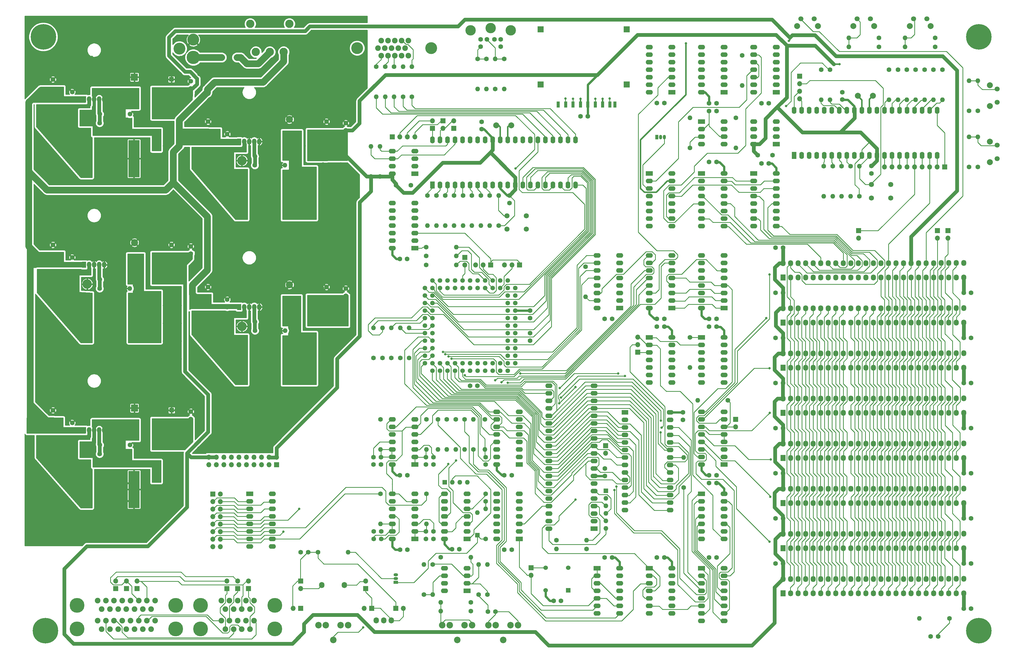
<source format=gtl>
G04 #@! TF.GenerationSoftware,KiCad,Pcbnew,(5.1.2)-1*
G04 #@! TF.CreationDate,2019-08-06T08:45:35-07:00*
G04 #@! TF.ProjectId,retroii,72657472-6f69-4692-9e6b-696361645f70,rev?*
G04 #@! TF.SameCoordinates,Original*
G04 #@! TF.FileFunction,Copper,L1,Top*
G04 #@! TF.FilePolarity,Positive*
%FSLAX46Y46*%
G04 Gerber Fmt 4.6, Leading zero omitted, Abs format (unit mm)*
G04 Created by KiCad (PCBNEW (5.1.2)-1) date 2019-08-06 08:45:35*
%MOMM*%
%LPD*%
G04 APERTURE LIST*
%ADD10R,2.400000X1.600000*%
%ADD11O,2.400000X1.600000*%
%ADD12C,1.600000*%
%ADD13R,1.600000X1.600000*%
%ADD14R,2.400000X2.400000*%
%ADD15C,2.400000*%
%ADD16R,2.000000X2.000000*%
%ADD17R,1.100000X2.000000*%
%ADD18O,1.600000X1.600000*%
%ADD19O,3.200000X3.200000*%
%ADD20R,3.200000X3.200000*%
%ADD21C,4.000000*%
%ADD22C,1.900000*%
%ADD23C,2.200000*%
%ADD24O,1.700000X1.700000*%
%ADD25R,1.700000X1.700000*%
%ADD26C,4.500000*%
%ADD27O,1.727200X2.032000*%
%ADD28R,1.727200X2.032000*%
%ADD29C,3.500000*%
%ADD30R,3.850000X12.500000*%
%ADD31R,3.000000X3.700000*%
%ADD32O,1.800000X2.100000*%
%ADD33O,1.500000X1.050000*%
%ADD34R,1.500000X1.050000*%
%ADD35R,1.050000X1.500000*%
%ADD36O,1.050000X1.500000*%
%ADD37C,1.724000*%
%ADD38C,2.800000*%
%ADD39C,2.000000*%
%ADD40C,1.700000*%
%ADD41R,1.600000X2.400000*%
%ADD42O,1.600000X2.400000*%
%ADD43R,2.300000X1.600000*%
%ADD44O,2.300000X1.600000*%
%ADD45C,1.554000*%
%ADD46R,1.450000X2.000000*%
%ADD47O,1.450000X2.000000*%
%ADD48C,1.998980*%
%ADD49R,1.524000X1.524000*%
%ADD50C,1.524000*%
%ADD51C,5.000000*%
%ADD52C,8.600000*%
%ADD53C,0.900000*%
%ADD54C,1.824000*%
%ADD55C,0.800000*%
%ADD56C,0.254000*%
%ADD57C,0.508000*%
%ADD58C,1.270000*%
%ADD59C,0.762000*%
%ADD60C,2.286000*%
G04 APERTURE END LIST*
D10*
X338310000Y-162780000D03*
D11*
X345930000Y-180560000D03*
X338310000Y-165320000D03*
X345930000Y-178020000D03*
X338310000Y-167860000D03*
X345930000Y-175480000D03*
X338310000Y-170400000D03*
X345930000Y-172940000D03*
X338310000Y-172940000D03*
X345930000Y-170400000D03*
X338310000Y-175480000D03*
X345930000Y-167860000D03*
X338310000Y-178020000D03*
X345930000Y-165320000D03*
X338310000Y-180560000D03*
X345930000Y-162780000D03*
D12*
X218900000Y-264690000D03*
X221400000Y-264690000D03*
D10*
X303070000Y-162780000D03*
D11*
X310690000Y-180560000D03*
X303070000Y-165320000D03*
X310690000Y-178020000D03*
X303070000Y-167860000D03*
X310690000Y-175480000D03*
X303070000Y-170400000D03*
X310690000Y-172940000D03*
X303070000Y-172940000D03*
X310690000Y-170400000D03*
X303070000Y-175480000D03*
X310690000Y-167860000D03*
X303070000Y-178020000D03*
X310690000Y-165320000D03*
X303070000Y-180560000D03*
X310690000Y-162780000D03*
D10*
X328310000Y-135360000D03*
D11*
X320690000Y-120120000D03*
X328310000Y-132820000D03*
X320690000Y-122660000D03*
X328310000Y-130280000D03*
X320690000Y-125200000D03*
X328310000Y-127740000D03*
X320690000Y-127740000D03*
X328310000Y-125200000D03*
X320690000Y-130280000D03*
X328310000Y-122660000D03*
X320690000Y-132820000D03*
X328310000Y-120120000D03*
X320690000Y-135360000D03*
X328310000Y-145260000D03*
X320690000Y-152880000D03*
X328310000Y-147800000D03*
X320690000Y-150340000D03*
X328310000Y-150340000D03*
X320690000Y-147800000D03*
X328310000Y-152880000D03*
D10*
X320690000Y-145260000D03*
X320690000Y-162780000D03*
D11*
X328310000Y-180560000D03*
X320690000Y-165320000D03*
X328310000Y-178020000D03*
X320690000Y-167860000D03*
X328310000Y-175480000D03*
X320690000Y-170400000D03*
X328310000Y-172940000D03*
X320690000Y-172940000D03*
X328310000Y-170400000D03*
X320690000Y-175480000D03*
X328310000Y-167860000D03*
X320690000Y-178020000D03*
X328310000Y-165320000D03*
X320690000Y-180560000D03*
X328310000Y-162780000D03*
X338310000Y-135360000D03*
X345930000Y-120120000D03*
X338310000Y-132820000D03*
X345930000Y-122660000D03*
X338310000Y-130280000D03*
X345930000Y-125200000D03*
X338310000Y-127740000D03*
X345930000Y-127740000D03*
X338310000Y-125200000D03*
X345930000Y-130280000D03*
X338310000Y-122660000D03*
X345930000Y-132820000D03*
X338310000Y-120120000D03*
D10*
X345930000Y-135360000D03*
D11*
X251560000Y-286200000D03*
X259180000Y-270960000D03*
X251560000Y-283660000D03*
X259180000Y-273500000D03*
X251560000Y-281120000D03*
X259180000Y-276040000D03*
X251560000Y-278580000D03*
X259180000Y-278580000D03*
X251560000Y-276040000D03*
X259180000Y-281120000D03*
X251560000Y-273500000D03*
X259180000Y-283660000D03*
X251560000Y-270960000D03*
D10*
X259180000Y-286200000D03*
D12*
X255930000Y-170220000D03*
X255930000Y-172720000D03*
X246500000Y-145300000D03*
X246500000Y-147800000D03*
X222630000Y-166710000D03*
X217630000Y-166710000D03*
X325750000Y-141630000D03*
X323250000Y-141630000D03*
X210090000Y-283700000D03*
X210090000Y-286200000D03*
X227670000Y-258560000D03*
X227670000Y-261060000D03*
X212590000Y-261060000D03*
X212590000Y-258560000D03*
X227670000Y-283700000D03*
X227670000Y-286200000D03*
X221480000Y-289830000D03*
X218980000Y-289830000D03*
X251120000Y-310730000D03*
X248620000Y-310730000D03*
D10*
X310690000Y-135360000D03*
D11*
X303070000Y-120120000D03*
X310690000Y-132820000D03*
X303070000Y-122660000D03*
X310690000Y-130280000D03*
X303070000Y-125200000D03*
X310690000Y-127740000D03*
X303070000Y-127740000D03*
X310690000Y-125200000D03*
X303070000Y-130280000D03*
X310690000Y-122660000D03*
X303070000Y-132820000D03*
X310690000Y-120120000D03*
X303070000Y-135360000D03*
D12*
X187970000Y-290720000D03*
X185470000Y-290720000D03*
X288100000Y-262435000D03*
X288100000Y-264935000D03*
X270780000Y-307090000D03*
X273280000Y-307090000D03*
X314370000Y-245980000D03*
X314370000Y-243480000D03*
X262860000Y-211580000D03*
X262860000Y-209080000D03*
X262860000Y-216700000D03*
X262860000Y-219200000D03*
X245070000Y-234440000D03*
X242570000Y-234440000D03*
X101870000Y-130980000D03*
D13*
X101870000Y-134480000D03*
D12*
X154180000Y-201100000D03*
D13*
X154180000Y-204600000D03*
X101870000Y-190355000D03*
D12*
X101870000Y-186855000D03*
D14*
X129350000Y-130230000D03*
D15*
X129350000Y-135230000D03*
X181680000Y-200350000D03*
D14*
X181680000Y-205350000D03*
D15*
X129370000Y-186105000D03*
D14*
X129370000Y-191105000D03*
D13*
X141870000Y-130960000D03*
D12*
X141870000Y-134460000D03*
D13*
X194180000Y-204600000D03*
D12*
X194180000Y-201100000D03*
X141870000Y-186855000D03*
D13*
X141870000Y-190355000D03*
X154180000Y-148730000D03*
D12*
X154180000Y-145230000D03*
D13*
X101870000Y-246230000D03*
D12*
X101870000Y-242730000D03*
D14*
X181680000Y-149480000D03*
D15*
X181680000Y-144480000D03*
D14*
X129390000Y-242000000D03*
D15*
X129390000Y-247000000D03*
D12*
X194180000Y-145230000D03*
D13*
X194180000Y-148730000D03*
D12*
X141900000Y-246220000D03*
D13*
X141900000Y-242720000D03*
D12*
X279830000Y-143430000D03*
X282330000Y-143430000D03*
X378030000Y-162720000D03*
X378030000Y-160220000D03*
X368130000Y-137800000D03*
X368130000Y-135300000D03*
X339620000Y-156560000D03*
X344620000Y-156560000D03*
X247880000Y-273460000D03*
X247880000Y-270960000D03*
X308130000Y-214510000D03*
X305630000Y-214510000D03*
X323250000Y-214510000D03*
X325750000Y-214510000D03*
X254120000Y-289830000D03*
X256620000Y-289830000D03*
X239000000Y-289630000D03*
X236500000Y-289630000D03*
X256620000Y-264690000D03*
X254120000Y-264690000D03*
X343370000Y-139010000D03*
X340870000Y-139010000D03*
X325750000Y-158900000D03*
X323250000Y-158900000D03*
X340870000Y-159350000D03*
X343370000Y-159350000D03*
X288010000Y-292470000D03*
X290510000Y-292470000D03*
X308130000Y-292470000D03*
X305630000Y-292470000D03*
X323250000Y-267330000D03*
X325750000Y-267330000D03*
X325750000Y-264690000D03*
X323250000Y-264690000D03*
X305630000Y-211870000D03*
X308130000Y-211870000D03*
X325750000Y-292470000D03*
X323250000Y-292470000D03*
X288010000Y-211870000D03*
X290510000Y-211870000D03*
X325750000Y-211870000D03*
X323250000Y-211870000D03*
X221380000Y-191610000D03*
X218880000Y-191610000D03*
X308135000Y-139000000D03*
X305635000Y-139000000D03*
X323250000Y-139010000D03*
X325750000Y-139010000D03*
X409140000Y-309730000D03*
X411640000Y-309730000D03*
X411640000Y-279250000D03*
X409140000Y-279250000D03*
X409140000Y-263990000D03*
X411640000Y-263990000D03*
X411640000Y-203060000D03*
X409140000Y-203060000D03*
X409140000Y-218290000D03*
X411640000Y-218290000D03*
X411640000Y-233530000D03*
X409140000Y-233530000D03*
X409140000Y-248760000D03*
X411640000Y-248760000D03*
X411640000Y-294490000D03*
X409140000Y-294490000D03*
X348170000Y-233530000D03*
X345670000Y-233530000D03*
X345670000Y-294490000D03*
X348170000Y-294490000D03*
X348170000Y-203050000D03*
X345670000Y-203050000D03*
X345670000Y-248760000D03*
X348170000Y-248760000D03*
X348170000Y-218270000D03*
X345670000Y-218270000D03*
X345670000Y-279230000D03*
X348170000Y-279230000D03*
X345670000Y-264000000D03*
X348170000Y-264000000D03*
X348170000Y-187800000D03*
X345670000Y-187800000D03*
X247880000Y-258560000D03*
X247880000Y-261060000D03*
X230260000Y-283700000D03*
X230260000Y-286200000D03*
X212640000Y-283700000D03*
X212640000Y-286200000D03*
X230220000Y-258560000D03*
X230220000Y-261060000D03*
X210040000Y-261060000D03*
X210040000Y-258560000D03*
D16*
X295405000Y-114030000D03*
X295405000Y-132680000D03*
X266405000Y-114030000D03*
X266405000Y-132680000D03*
D17*
X289755000Y-139430000D03*
X291455000Y-139430000D03*
X287330000Y-139430000D03*
X284830000Y-139430000D03*
X282330000Y-139430000D03*
X279830000Y-139430000D03*
X277330000Y-139430000D03*
X274830000Y-139430000D03*
X272330000Y-139430000D03*
D13*
X245040000Y-284930000D03*
D18*
X245040000Y-277310000D03*
D19*
X113440000Y-144230000D03*
D20*
X98200000Y-144230000D03*
X150400000Y-214400000D03*
D19*
X165640000Y-214400000D03*
D20*
X98200000Y-200105000D03*
D19*
X113440000Y-200105000D03*
X165640000Y-158400000D03*
D20*
X150400000Y-158400000D03*
X98160000Y-255980000D03*
D19*
X113400000Y-255980000D03*
D11*
X328310000Y-296100000D03*
X320690000Y-313880000D03*
X328310000Y-298640000D03*
X320690000Y-311340000D03*
X328310000Y-301180000D03*
X320690000Y-308800000D03*
X328310000Y-303720000D03*
X320690000Y-306260000D03*
X328310000Y-306260000D03*
X320690000Y-303720000D03*
X328310000Y-308800000D03*
X320690000Y-301180000D03*
X328310000Y-311340000D03*
X320690000Y-298640000D03*
X328310000Y-313880000D03*
D10*
X320690000Y-296100000D03*
X310690000Y-208240000D03*
D11*
X303070000Y-190460000D03*
X310690000Y-205700000D03*
X303070000Y-193000000D03*
X310690000Y-203160000D03*
X303070000Y-195540000D03*
X310690000Y-200620000D03*
X303070000Y-198080000D03*
X310690000Y-198080000D03*
X303070000Y-200620000D03*
X310690000Y-195540000D03*
X303070000Y-203160000D03*
X310690000Y-193000000D03*
X303070000Y-205700000D03*
X310690000Y-190460000D03*
X303070000Y-208240000D03*
D10*
X293070000Y-208240000D03*
D11*
X285450000Y-190460000D03*
X293070000Y-205700000D03*
X285450000Y-193000000D03*
X293070000Y-203160000D03*
X285450000Y-195540000D03*
X293070000Y-200620000D03*
X285450000Y-198080000D03*
X293070000Y-198080000D03*
X285450000Y-200620000D03*
X293070000Y-195540000D03*
X285450000Y-203160000D03*
X293070000Y-193000000D03*
X285450000Y-205700000D03*
X293070000Y-190460000D03*
X285450000Y-208240000D03*
X310690000Y-296100000D03*
X303070000Y-311340000D03*
X310690000Y-298640000D03*
X303070000Y-308800000D03*
X310690000Y-301180000D03*
X303070000Y-306260000D03*
X310690000Y-303720000D03*
X303070000Y-303720000D03*
X310690000Y-306260000D03*
X303070000Y-301180000D03*
X310690000Y-308800000D03*
X303070000Y-298640000D03*
X310690000Y-311340000D03*
D10*
X303070000Y-296100000D03*
D11*
X320690000Y-208240000D03*
X328310000Y-190460000D03*
X320690000Y-205700000D03*
X328310000Y-193000000D03*
X320690000Y-203160000D03*
X328310000Y-195540000D03*
X320690000Y-200620000D03*
X328310000Y-198080000D03*
X320690000Y-198080000D03*
X328310000Y-200620000D03*
X320690000Y-195540000D03*
X328310000Y-203160000D03*
X320690000Y-193000000D03*
X328310000Y-205700000D03*
X320690000Y-190460000D03*
D10*
X328310000Y-208240000D03*
D11*
X269180000Y-282715000D03*
X284420000Y-234455000D03*
X269180000Y-280175000D03*
X284420000Y-236995000D03*
X269180000Y-277635000D03*
X284420000Y-239535000D03*
X269180000Y-275095000D03*
X284420000Y-242075000D03*
X269180000Y-272555000D03*
X284420000Y-244615000D03*
X269180000Y-270015000D03*
X284420000Y-247155000D03*
X269180000Y-267475000D03*
X284420000Y-249695000D03*
X269180000Y-264935000D03*
X284420000Y-252235000D03*
X269180000Y-262395000D03*
X284420000Y-254775000D03*
X269180000Y-259855000D03*
X284420000Y-257315000D03*
X269180000Y-257315000D03*
X284420000Y-259855000D03*
X269180000Y-254775000D03*
X284420000Y-262395000D03*
X269180000Y-252235000D03*
X284420000Y-264935000D03*
X269180000Y-249695000D03*
X284420000Y-267475000D03*
X269180000Y-247155000D03*
X284420000Y-270015000D03*
X269180000Y-244615000D03*
X284420000Y-272555000D03*
X269180000Y-242075000D03*
X284420000Y-275095000D03*
X269180000Y-239535000D03*
X284420000Y-277635000D03*
X269180000Y-236995000D03*
X284420000Y-280175000D03*
X269180000Y-234455000D03*
D10*
X284420000Y-282715000D03*
D11*
X320690000Y-261060000D03*
X328310000Y-243280000D03*
X320690000Y-258520000D03*
X328310000Y-245820000D03*
X320690000Y-255980000D03*
X328310000Y-248360000D03*
X320690000Y-253440000D03*
X328310000Y-250900000D03*
X320690000Y-250900000D03*
X328310000Y-253440000D03*
X320690000Y-248360000D03*
X328310000Y-255980000D03*
X320690000Y-245820000D03*
X328310000Y-258520000D03*
X320690000Y-243280000D03*
D10*
X328310000Y-261060000D03*
D11*
X251560000Y-261060000D03*
X259180000Y-243280000D03*
X251560000Y-258520000D03*
X259180000Y-245820000D03*
X251560000Y-255980000D03*
X259180000Y-248360000D03*
X251560000Y-253440000D03*
X259180000Y-250900000D03*
X251560000Y-250900000D03*
X259180000Y-253440000D03*
X251560000Y-248360000D03*
X259180000Y-255980000D03*
X251560000Y-245820000D03*
X259180000Y-258520000D03*
X251560000Y-243280000D03*
D10*
X259180000Y-261060000D03*
X223940000Y-286200000D03*
D11*
X216320000Y-270960000D03*
X223940000Y-283660000D03*
X216320000Y-273500000D03*
X223940000Y-281120000D03*
X216320000Y-276040000D03*
X223940000Y-278580000D03*
X216320000Y-278580000D03*
X223940000Y-276040000D03*
X216320000Y-281120000D03*
X223940000Y-273500000D03*
X216320000Y-283660000D03*
X223940000Y-270960000D03*
X216320000Y-286200000D03*
X216320000Y-261060000D03*
X223940000Y-245820000D03*
X216320000Y-258520000D03*
X223940000Y-248360000D03*
X216320000Y-255980000D03*
X223940000Y-250900000D03*
X216320000Y-253440000D03*
X223940000Y-253440000D03*
X216320000Y-250900000D03*
X223940000Y-255980000D03*
X216320000Y-248360000D03*
X223940000Y-258520000D03*
X216320000Y-245820000D03*
D10*
X223940000Y-261060000D03*
D21*
X204480000Y-120390000D03*
X229470000Y-120390000D03*
D22*
X221790000Y-117850000D03*
X219510000Y-117850000D03*
X217230000Y-117850000D03*
X214950000Y-117850000D03*
X212670000Y-117850000D03*
X213810000Y-120390000D03*
X216090000Y-120390000D03*
X218370000Y-120390000D03*
X220650000Y-120390000D03*
X211530000Y-120390000D03*
X221790000Y-122930000D03*
X219510000Y-122930000D03*
X217230000Y-122930000D03*
X214950000Y-122930000D03*
X212670000Y-122930000D03*
D23*
X251270000Y-315330000D03*
X256270000Y-315330000D03*
X248770000Y-315330000D03*
X258770000Y-315330000D03*
X253770000Y-320330000D03*
X238250000Y-320330000D03*
X243250000Y-315330000D03*
X233250000Y-315330000D03*
X240750000Y-315330000D03*
X235750000Y-315330000D03*
D24*
X220120000Y-309610000D03*
D25*
X217580000Y-309610000D03*
D26*
X149240000Y-123576000D03*
D21*
X149240000Y-117576000D03*
X144540000Y-120576000D03*
D25*
X177330000Y-261120000D03*
D24*
X177330000Y-258580000D03*
X174790000Y-261120000D03*
X174790000Y-258580000D03*
X172250000Y-261120000D03*
X172250000Y-258580000D03*
X169710000Y-261120000D03*
X169710000Y-258580000D03*
X167170000Y-261120000D03*
X167170000Y-258580000D03*
X164630000Y-261120000D03*
X164630000Y-258580000D03*
X162090000Y-261120000D03*
X162090000Y-258580000D03*
X159550000Y-261120000D03*
X159550000Y-258580000D03*
X157010000Y-261120000D03*
X157010000Y-258580000D03*
X154470000Y-261120000D03*
X154470000Y-258580000D03*
D27*
X348170000Y-299720000D03*
X350710000Y-299720000D03*
X353250000Y-299720000D03*
X355790000Y-299720000D03*
X358330000Y-299720000D03*
X360870000Y-299720000D03*
X363410000Y-299720000D03*
X365950000Y-299720000D03*
X368490000Y-299720000D03*
X371030000Y-299720000D03*
X373570000Y-299720000D03*
X376110000Y-299720000D03*
X378650000Y-299720000D03*
X381190000Y-299720000D03*
X383730000Y-299720000D03*
X386270000Y-299720000D03*
X388810000Y-299720000D03*
X391350000Y-299720000D03*
X393890000Y-299720000D03*
X396430000Y-299720000D03*
X398970000Y-299720000D03*
X401530000Y-299680000D03*
X404070000Y-299680000D03*
X406610000Y-299680000D03*
X409150000Y-299680000D03*
X409150000Y-304530000D03*
X406610000Y-304530000D03*
X404070000Y-304530000D03*
X401530000Y-304530000D03*
X398990000Y-304530000D03*
X396450000Y-304530000D03*
X393910000Y-304530000D03*
X391370000Y-304530000D03*
X388830000Y-304530000D03*
X386290000Y-304530000D03*
X383750000Y-304530000D03*
X381210000Y-304530000D03*
X378670000Y-304530000D03*
X376130000Y-304530000D03*
X373590000Y-304530000D03*
X371050000Y-304530000D03*
X368510000Y-304530000D03*
X365970000Y-304530000D03*
X363430000Y-304530000D03*
X360890000Y-304530000D03*
X358350000Y-304530000D03*
X355810000Y-304530000D03*
X353270000Y-304530000D03*
X350730000Y-304530000D03*
D28*
X348190000Y-304530000D03*
D11*
X233940000Y-286200000D03*
X241560000Y-270960000D03*
X233940000Y-283660000D03*
X241560000Y-273500000D03*
X233940000Y-281120000D03*
X241560000Y-276040000D03*
X233940000Y-278580000D03*
X241560000Y-278580000D03*
X233940000Y-276040000D03*
X241560000Y-281120000D03*
X233940000Y-273500000D03*
X241560000Y-283660000D03*
X233940000Y-270960000D03*
D10*
X241560000Y-286200000D03*
D11*
X175870000Y-270960000D03*
X168250000Y-288740000D03*
X175870000Y-273500000D03*
X168250000Y-286200000D03*
X175870000Y-276040000D03*
X168250000Y-283660000D03*
X175870000Y-278580000D03*
X168250000Y-281120000D03*
X175870000Y-281120000D03*
X168250000Y-278580000D03*
X175870000Y-283660000D03*
X168250000Y-276040000D03*
X175870000Y-286200000D03*
X168250000Y-273500000D03*
X175870000Y-288740000D03*
D10*
X168250000Y-270960000D03*
D27*
X348170000Y-238760000D03*
X350710000Y-238760000D03*
X353250000Y-238760000D03*
X355790000Y-238760000D03*
X358330000Y-238760000D03*
X360870000Y-238760000D03*
X363410000Y-238760000D03*
X365950000Y-238760000D03*
X368490000Y-238760000D03*
X371030000Y-238760000D03*
X373570000Y-238760000D03*
X376110000Y-238760000D03*
X378650000Y-238760000D03*
X381190000Y-238760000D03*
X383730000Y-238760000D03*
X386270000Y-238760000D03*
X388810000Y-238760000D03*
X391350000Y-238760000D03*
X393890000Y-238760000D03*
X396430000Y-238760000D03*
X398970000Y-238760000D03*
X401530000Y-238720000D03*
X404070000Y-238720000D03*
X406610000Y-238720000D03*
X409150000Y-238720000D03*
X409150000Y-243570000D03*
X406610000Y-243570000D03*
X404070000Y-243570000D03*
X401530000Y-243570000D03*
X398990000Y-243570000D03*
X396450000Y-243570000D03*
X393910000Y-243570000D03*
X391370000Y-243570000D03*
X388830000Y-243570000D03*
X386290000Y-243570000D03*
X383750000Y-243570000D03*
X381210000Y-243570000D03*
X378670000Y-243570000D03*
X376130000Y-243570000D03*
X373590000Y-243570000D03*
X371050000Y-243570000D03*
X368510000Y-243570000D03*
X365970000Y-243570000D03*
X363430000Y-243570000D03*
X360890000Y-243570000D03*
X358350000Y-243570000D03*
X355810000Y-243570000D03*
X353270000Y-243570000D03*
X350730000Y-243570000D03*
D28*
X348190000Y-243570000D03*
X348190000Y-289290000D03*
D27*
X350730000Y-289290000D03*
X353270000Y-289290000D03*
X355810000Y-289290000D03*
X358350000Y-289290000D03*
X360890000Y-289290000D03*
X363430000Y-289290000D03*
X365970000Y-289290000D03*
X368510000Y-289290000D03*
X371050000Y-289290000D03*
X373590000Y-289290000D03*
X376130000Y-289290000D03*
X378670000Y-289290000D03*
X381210000Y-289290000D03*
X383750000Y-289290000D03*
X386290000Y-289290000D03*
X388830000Y-289290000D03*
X391370000Y-289290000D03*
X393910000Y-289290000D03*
X396450000Y-289290000D03*
X398990000Y-289290000D03*
X401530000Y-289290000D03*
X404070000Y-289290000D03*
X406610000Y-289290000D03*
X409150000Y-289290000D03*
X409150000Y-284440000D03*
X406610000Y-284440000D03*
X404070000Y-284440000D03*
X401530000Y-284440000D03*
X398970000Y-284480000D03*
X396430000Y-284480000D03*
X393890000Y-284480000D03*
X391350000Y-284480000D03*
X388810000Y-284480000D03*
X386270000Y-284480000D03*
X383730000Y-284480000D03*
X381190000Y-284480000D03*
X378650000Y-284480000D03*
X376110000Y-284480000D03*
X373570000Y-284480000D03*
X371030000Y-284480000D03*
X368490000Y-284480000D03*
X365950000Y-284480000D03*
X363410000Y-284480000D03*
X360870000Y-284480000D03*
X358330000Y-284480000D03*
X355790000Y-284480000D03*
X353250000Y-284480000D03*
X350710000Y-284480000D03*
X348170000Y-284480000D03*
D28*
X348190000Y-228330000D03*
D27*
X350730000Y-228330000D03*
X353270000Y-228330000D03*
X355810000Y-228330000D03*
X358350000Y-228330000D03*
X360890000Y-228330000D03*
X363430000Y-228330000D03*
X365970000Y-228330000D03*
X368510000Y-228330000D03*
X371050000Y-228330000D03*
X373590000Y-228330000D03*
X376130000Y-228330000D03*
X378670000Y-228330000D03*
X381210000Y-228330000D03*
X383750000Y-228330000D03*
X386290000Y-228330000D03*
X388830000Y-228330000D03*
X391370000Y-228330000D03*
X393910000Y-228330000D03*
X396450000Y-228330000D03*
X398990000Y-228330000D03*
X401530000Y-228330000D03*
X404070000Y-228330000D03*
X406610000Y-228330000D03*
X409150000Y-228330000D03*
X409150000Y-223480000D03*
X406610000Y-223480000D03*
X404070000Y-223480000D03*
X401530000Y-223480000D03*
X398970000Y-223520000D03*
X396430000Y-223520000D03*
X393890000Y-223520000D03*
X391350000Y-223520000D03*
X388810000Y-223520000D03*
X386270000Y-223520000D03*
X383730000Y-223520000D03*
X381190000Y-223520000D03*
X378650000Y-223520000D03*
X376110000Y-223520000D03*
X373570000Y-223520000D03*
X371030000Y-223520000D03*
X368490000Y-223520000D03*
X365950000Y-223520000D03*
X363410000Y-223520000D03*
X360870000Y-223520000D03*
X358330000Y-223520000D03*
X355790000Y-223520000D03*
X353250000Y-223520000D03*
X350710000Y-223520000D03*
X348170000Y-223520000D03*
X348170000Y-269240000D03*
X350710000Y-269240000D03*
X353250000Y-269240000D03*
X355790000Y-269240000D03*
X358330000Y-269240000D03*
X360870000Y-269240000D03*
X363410000Y-269240000D03*
X365950000Y-269240000D03*
X368490000Y-269240000D03*
X371030000Y-269240000D03*
X373570000Y-269240000D03*
X376110000Y-269240000D03*
X378650000Y-269240000D03*
X381190000Y-269240000D03*
X383730000Y-269240000D03*
X386270000Y-269240000D03*
X388810000Y-269240000D03*
X391350000Y-269240000D03*
X393890000Y-269240000D03*
X396430000Y-269240000D03*
X398970000Y-269240000D03*
X401530000Y-269200000D03*
X404070000Y-269200000D03*
X406610000Y-269200000D03*
X409150000Y-269200000D03*
X409150000Y-274050000D03*
X406610000Y-274050000D03*
X404070000Y-274050000D03*
X401530000Y-274050000D03*
X398990000Y-274050000D03*
X396450000Y-274050000D03*
X393910000Y-274050000D03*
X391370000Y-274050000D03*
X388830000Y-274050000D03*
X386290000Y-274050000D03*
X383750000Y-274050000D03*
X381210000Y-274050000D03*
X378670000Y-274050000D03*
X376130000Y-274050000D03*
X373590000Y-274050000D03*
X371050000Y-274050000D03*
X368510000Y-274050000D03*
X365970000Y-274050000D03*
X363430000Y-274050000D03*
X360890000Y-274050000D03*
X358350000Y-274050000D03*
X355810000Y-274050000D03*
X353270000Y-274050000D03*
X350730000Y-274050000D03*
D28*
X348190000Y-274050000D03*
D27*
X348170000Y-208280000D03*
X350710000Y-208280000D03*
X353250000Y-208280000D03*
X355790000Y-208280000D03*
X358330000Y-208280000D03*
X360870000Y-208280000D03*
X363410000Y-208280000D03*
X365950000Y-208280000D03*
X368490000Y-208280000D03*
X371030000Y-208280000D03*
X373570000Y-208280000D03*
X376110000Y-208280000D03*
X378650000Y-208280000D03*
X381190000Y-208280000D03*
X383730000Y-208280000D03*
X386270000Y-208280000D03*
X388810000Y-208280000D03*
X391350000Y-208280000D03*
X393890000Y-208280000D03*
X396430000Y-208280000D03*
X398970000Y-208280000D03*
X401530000Y-208240000D03*
X404070000Y-208240000D03*
X406610000Y-208240000D03*
X409150000Y-208240000D03*
X409150000Y-213090000D03*
X406610000Y-213090000D03*
X404070000Y-213090000D03*
X401530000Y-213090000D03*
X398990000Y-213090000D03*
X396450000Y-213090000D03*
X393910000Y-213090000D03*
X391370000Y-213090000D03*
X388830000Y-213090000D03*
X386290000Y-213090000D03*
X383750000Y-213090000D03*
X381210000Y-213090000D03*
X378670000Y-213090000D03*
X376130000Y-213090000D03*
X373590000Y-213090000D03*
X371050000Y-213090000D03*
X368510000Y-213090000D03*
X365970000Y-213090000D03*
X363430000Y-213090000D03*
X360890000Y-213090000D03*
X358350000Y-213090000D03*
X355810000Y-213090000D03*
X353270000Y-213090000D03*
X350730000Y-213090000D03*
D28*
X348190000Y-213090000D03*
X348190000Y-258810000D03*
D27*
X350730000Y-258810000D03*
X353270000Y-258810000D03*
X355810000Y-258810000D03*
X358350000Y-258810000D03*
X360890000Y-258810000D03*
X363430000Y-258810000D03*
X365970000Y-258810000D03*
X368510000Y-258810000D03*
X371050000Y-258810000D03*
X373590000Y-258810000D03*
X376130000Y-258810000D03*
X378670000Y-258810000D03*
X381210000Y-258810000D03*
X383750000Y-258810000D03*
X386290000Y-258810000D03*
X388830000Y-258810000D03*
X391370000Y-258810000D03*
X393910000Y-258810000D03*
X396450000Y-258810000D03*
X398990000Y-258810000D03*
X401530000Y-258810000D03*
X404070000Y-258810000D03*
X406610000Y-258810000D03*
X409150000Y-258810000D03*
X409150000Y-253960000D03*
X406610000Y-253960000D03*
X404070000Y-253960000D03*
X401530000Y-253960000D03*
X398970000Y-254000000D03*
X396430000Y-254000000D03*
X393890000Y-254000000D03*
X391350000Y-254000000D03*
X388810000Y-254000000D03*
X386270000Y-254000000D03*
X383730000Y-254000000D03*
X381190000Y-254000000D03*
X378650000Y-254000000D03*
X376110000Y-254000000D03*
X373570000Y-254000000D03*
X371030000Y-254000000D03*
X368490000Y-254000000D03*
X365950000Y-254000000D03*
X363410000Y-254000000D03*
X360870000Y-254000000D03*
X358330000Y-254000000D03*
X355790000Y-254000000D03*
X353250000Y-254000000D03*
X350710000Y-254000000D03*
X348170000Y-254000000D03*
D28*
X348190000Y-197850000D03*
D27*
X350730000Y-197850000D03*
X353270000Y-197850000D03*
X355810000Y-197850000D03*
X358350000Y-197850000D03*
X360890000Y-197850000D03*
X363430000Y-197850000D03*
X365970000Y-197850000D03*
X368510000Y-197850000D03*
X371050000Y-197850000D03*
X373590000Y-197850000D03*
X376130000Y-197850000D03*
X378670000Y-197850000D03*
X381210000Y-197850000D03*
X383750000Y-197850000D03*
X386290000Y-197850000D03*
X388830000Y-197850000D03*
X391370000Y-197850000D03*
X393910000Y-197850000D03*
X396450000Y-197850000D03*
X398990000Y-197850000D03*
X401530000Y-197850000D03*
X404070000Y-197850000D03*
X406610000Y-197850000D03*
X409150000Y-197850000D03*
X409150000Y-193000000D03*
X406610000Y-193000000D03*
X404070000Y-193000000D03*
X401530000Y-193000000D03*
X398970000Y-193040000D03*
X396430000Y-193040000D03*
X393890000Y-193040000D03*
X391350000Y-193040000D03*
X388810000Y-193040000D03*
X386270000Y-193040000D03*
X383730000Y-193040000D03*
X381190000Y-193040000D03*
X378650000Y-193040000D03*
X376110000Y-193040000D03*
X373570000Y-193040000D03*
X371030000Y-193040000D03*
X368490000Y-193040000D03*
X365950000Y-193040000D03*
X363410000Y-193040000D03*
X360870000Y-193040000D03*
X358330000Y-193040000D03*
X355790000Y-193040000D03*
X353250000Y-193040000D03*
X350710000Y-193040000D03*
X348170000Y-193040000D03*
D25*
X402730000Y-160570000D03*
D24*
X400190000Y-160570000D03*
X397650000Y-160570000D03*
X395110000Y-160570000D03*
X392570000Y-160570000D03*
X390030000Y-160570000D03*
X387490000Y-160570000D03*
X384950000Y-160570000D03*
X382410000Y-160570000D03*
D25*
X288310000Y-254725000D03*
D24*
X288310000Y-257265000D03*
D23*
X196430000Y-320330000D03*
X201430000Y-315330000D03*
X191430000Y-315330000D03*
X198930000Y-315330000D03*
X193930000Y-315330000D03*
D25*
X332200000Y-245770000D03*
D24*
X332200000Y-248310000D03*
X229880000Y-144970000D03*
D25*
X229880000Y-147510000D03*
D24*
X233480000Y-147500000D03*
D25*
X233480000Y-144960000D03*
X237080000Y-147510000D03*
D24*
X237080000Y-144970000D03*
D25*
X240840000Y-191130000D03*
D24*
X240840000Y-193670000D03*
X299180000Y-218080000D03*
X299180000Y-220620000D03*
D25*
X299180000Y-223160000D03*
D24*
X244450000Y-193670000D03*
X246990000Y-193670000D03*
D25*
X249530000Y-193670000D03*
X259290000Y-193670000D03*
D24*
X256750000Y-193670000D03*
X254210000Y-193670000D03*
D25*
X160605000Y-302990000D03*
D24*
X160605000Y-300450000D03*
X164205000Y-300450000D03*
D25*
X164205000Y-302990000D03*
D24*
X167805000Y-300450000D03*
D25*
X167805000Y-302990000D03*
X123080000Y-302990000D03*
D24*
X123080000Y-300450000D03*
X126680000Y-300450000D03*
D25*
X126680000Y-302990000D03*
X130280000Y-302990000D03*
D24*
X130280000Y-300450000D03*
D25*
X185420000Y-309610000D03*
D24*
X182880000Y-309610000D03*
D25*
X209400000Y-309610000D03*
D24*
X206860000Y-309610000D03*
X207350000Y-300460000D03*
D25*
X207350000Y-303000000D03*
D24*
X185420000Y-302990000D03*
D25*
X185420000Y-300450000D03*
D12*
X252960000Y-119930000D03*
X246160000Y-119930000D03*
X252960000Y-117430000D03*
X246160000Y-117430000D03*
X248260000Y-117430000D03*
X250860000Y-117430000D03*
D29*
X249560000Y-113630000D03*
X242810000Y-114430000D03*
X256310000Y-114430000D03*
D11*
X233940000Y-303720000D03*
X241560000Y-296100000D03*
X233940000Y-301180000D03*
X241560000Y-298640000D03*
X233940000Y-298640000D03*
X241560000Y-301180000D03*
X233940000Y-296100000D03*
D10*
X241560000Y-303720000D03*
D30*
X129220000Y-157730000D03*
X113170000Y-157730000D03*
X181530000Y-227850000D03*
X165480000Y-227850000D03*
X113170000Y-213605000D03*
X129220000Y-213605000D03*
D31*
X136870000Y-142380000D03*
X136870000Y-153380000D03*
X189180000Y-223500000D03*
X189180000Y-212500000D03*
X136870000Y-209255000D03*
X136870000Y-198255000D03*
D30*
X165480000Y-171980000D03*
X181530000Y-171980000D03*
X129220000Y-269480000D03*
X113170000Y-269480000D03*
D31*
X189180000Y-156630000D03*
X189180000Y-167630000D03*
X136870000Y-254130000D03*
X136870000Y-265130000D03*
D12*
X397962620Y-319105000D03*
X400502620Y-319105000D03*
D32*
X200180000Y-301740000D03*
X192580000Y-301740000D03*
D25*
X216350000Y-150390000D03*
D24*
X218890000Y-150390000D03*
X221430000Y-150390000D03*
X223970000Y-150390000D03*
X353750000Y-137550000D03*
X353750000Y-135010000D03*
X353750000Y-132470000D03*
D25*
X353750000Y-129930000D03*
D33*
X217535000Y-299615000D03*
X217535000Y-298345000D03*
D34*
X217535000Y-300885000D03*
D35*
X305610000Y-150480000D03*
D36*
X308150000Y-150480000D03*
X306880000Y-150480000D03*
D12*
X329580000Y-239400000D03*
D18*
X319420000Y-239400000D03*
D12*
X252230000Y-180380000D03*
D18*
X252230000Y-170220000D03*
X228230000Y-180380000D03*
D12*
X228230000Y-170220000D03*
X231230000Y-170220000D03*
D18*
X231230000Y-180380000D03*
D12*
X234230000Y-170220000D03*
D18*
X234230000Y-180380000D03*
D12*
X237230000Y-170220000D03*
D18*
X237230000Y-180380000D03*
X240230000Y-180380000D03*
D12*
X240230000Y-170220000D03*
X243230000Y-170220000D03*
D18*
X243230000Y-180380000D03*
X246230000Y-180380000D03*
D12*
X246230000Y-170220000D03*
X249230000Y-170220000D03*
D18*
X249230000Y-180380000D03*
D12*
X219980000Y-136820000D03*
D18*
X219980000Y-126660000D03*
X222990000Y-126660000D03*
D12*
X222990000Y-136820000D03*
D18*
X216980000Y-136820000D03*
D12*
X216980000Y-126660000D03*
X316760000Y-154150000D03*
D18*
X316760000Y-143990000D03*
D12*
X230010000Y-294830000D03*
D18*
X230010000Y-304990000D03*
X242830000Y-292420000D03*
D12*
X232670000Y-292420000D03*
D18*
X248490000Y-294830000D03*
D12*
X248490000Y-304990000D03*
D18*
X232670000Y-310600000D03*
D12*
X242830000Y-310600000D03*
X242830000Y-307600000D03*
D18*
X232670000Y-307600000D03*
X227870000Y-281120000D03*
D12*
X227870000Y-270960000D03*
D18*
X212390000Y-281120000D03*
D12*
X212390000Y-270960000D03*
X227870000Y-245820000D03*
D18*
X227870000Y-255980000D03*
D12*
X212390000Y-245820000D03*
D18*
X212390000Y-255980000D03*
D12*
X247830000Y-286200000D03*
D18*
X247830000Y-276040000D03*
X201460000Y-290720000D03*
D12*
X191300000Y-290720000D03*
D18*
X332240000Y-154150000D03*
D12*
X332240000Y-143990000D03*
D18*
X213980000Y-136820000D03*
D12*
X213980000Y-126660000D03*
D18*
X281520000Y-204430000D03*
D12*
X281520000Y-194270000D03*
D18*
X227010000Y-294830000D03*
D12*
X227010000Y-304990000D03*
X245490000Y-304990000D03*
D18*
X245490000Y-294830000D03*
D12*
X210980000Y-126660000D03*
D18*
X210980000Y-136820000D03*
X209140000Y-153610000D03*
D12*
X209140000Y-163770000D03*
D18*
X212170000Y-153610000D03*
D12*
X212170000Y-163770000D03*
X314620000Y-268880000D03*
D18*
X314620000Y-258720000D03*
X231750000Y-255980000D03*
D12*
X231750000Y-245820000D03*
X234750000Y-245820000D03*
D18*
X234750000Y-255980000D03*
X237750000Y-255980000D03*
D12*
X237750000Y-245820000D03*
X240750000Y-245820000D03*
D18*
X240750000Y-255980000D03*
X243750000Y-245820000D03*
D12*
X243750000Y-255980000D03*
X222050000Y-225060000D03*
D18*
X222050000Y-214900000D03*
X219050000Y-214900000D03*
D12*
X219050000Y-225060000D03*
X316760000Y-218140000D03*
D18*
X316760000Y-228300000D03*
D12*
X227780000Y-193630000D03*
D18*
X237940000Y-193630000D03*
D12*
X227780000Y-190630000D03*
D18*
X237940000Y-190630000D03*
D12*
X227780000Y-187630000D03*
D18*
X237940000Y-187630000D03*
X216050000Y-214900000D03*
D12*
X216050000Y-225060000D03*
D18*
X213050000Y-214900000D03*
D12*
X213050000Y-225060000D03*
D18*
X210050000Y-214900000D03*
D12*
X210050000Y-225060000D03*
D18*
X394145000Y-313045000D03*
D12*
X404305000Y-313045000D03*
X373930000Y-170420000D03*
D18*
X373930000Y-160260000D03*
X245110000Y-134250000D03*
D12*
X245110000Y-124090000D03*
D18*
X254110000Y-134250000D03*
D12*
X254110000Y-124090000D03*
X248110000Y-124090000D03*
D18*
X248110000Y-134250000D03*
X251110000Y-124090000D03*
D12*
X251110000Y-134250000D03*
X281880000Y-289595000D03*
D18*
X271720000Y-289595000D03*
D12*
X334380000Y-122870000D03*
D18*
X334380000Y-133030000D03*
X370370000Y-116980000D03*
D12*
X380530000Y-116980000D03*
D18*
X389370000Y-116980000D03*
D12*
X399530000Y-116980000D03*
X413930000Y-141580000D03*
D18*
X413930000Y-131420000D03*
D12*
X413930000Y-160580000D03*
D18*
X413930000Y-150420000D03*
D12*
X380530000Y-119980000D03*
D18*
X370370000Y-119980000D03*
X389370000Y-119980000D03*
D12*
X399530000Y-119980000D03*
X410930000Y-141580000D03*
D18*
X410930000Y-131420000D03*
X410930000Y-150420000D03*
D12*
X410930000Y-160580000D03*
X247630000Y-245820000D03*
D18*
X247630000Y-255980000D03*
D12*
X361930000Y-160260000D03*
D18*
X361930000Y-170420000D03*
X364930000Y-170420000D03*
D12*
X364930000Y-160260000D03*
D18*
X367930000Y-170420000D03*
D12*
X367930000Y-160260000D03*
D18*
X370930000Y-170420000D03*
D12*
X370930000Y-160260000D03*
D18*
X361030000Y-137860000D03*
D12*
X361030000Y-127700000D03*
D18*
X364030000Y-137860000D03*
D12*
X364030000Y-127700000D03*
D18*
X383930000Y-137860000D03*
D12*
X383930000Y-127700000D03*
X386930000Y-127700000D03*
D18*
X386930000Y-137860000D03*
D12*
X389930000Y-127700000D03*
D18*
X389930000Y-137860000D03*
X392930000Y-137860000D03*
D12*
X392930000Y-127700000D03*
D18*
X395930000Y-137860000D03*
D12*
X395930000Y-127700000D03*
X398930000Y-127700000D03*
D18*
X398930000Y-137860000D03*
D12*
X401930000Y-127700000D03*
D18*
X401930000Y-137860000D03*
X117710000Y-198605000D03*
D12*
X127870000Y-198605000D03*
X117620000Y-201605000D03*
D18*
X127780000Y-201605000D03*
D12*
X127870000Y-142730000D03*
D18*
X117710000Y-142730000D03*
X127780000Y-145730000D03*
D12*
X117620000Y-145730000D03*
X180180000Y-212850000D03*
D18*
X170020000Y-212850000D03*
X180180000Y-215850000D03*
D12*
X170020000Y-215850000D03*
X127870000Y-254480000D03*
D18*
X117710000Y-254480000D03*
D12*
X117620000Y-257480000D03*
D18*
X127780000Y-257480000D03*
D12*
X180180000Y-157000000D03*
D18*
X170020000Y-157000000D03*
X180160000Y-160000000D03*
D12*
X170000000Y-160000000D03*
D13*
X288380000Y-269965000D03*
D18*
X288380000Y-272505000D03*
X288380000Y-275045000D03*
X288380000Y-277585000D03*
X288380000Y-280125000D03*
X288380000Y-282665000D03*
D32*
X216030000Y-313730000D03*
X213490000Y-313730000D03*
X210950000Y-313730000D03*
D37*
X261550000Y-181540000D03*
X255050000Y-181540000D03*
X255050000Y-177040000D03*
X261550000Y-177040000D03*
D38*
X168415000Y-112200000D03*
X181625000Y-112200000D03*
X170320000Y-121730000D03*
X175020000Y-121730000D03*
X179720000Y-121730000D03*
D39*
X397930000Y-112980000D03*
X390920000Y-112980000D03*
D40*
X392175000Y-110490000D03*
X396675000Y-110490000D03*
X377675000Y-110490000D03*
X373175000Y-110490000D03*
D39*
X371920000Y-112980000D03*
X378930000Y-112980000D03*
D37*
X384530000Y-166520000D03*
X378030000Y-166520000D03*
X378030000Y-171020000D03*
X384530000Y-171020000D03*
D39*
X359930000Y-112980000D03*
X352920000Y-112980000D03*
D40*
X354175000Y-110490000D03*
X358675000Y-110490000D03*
X420420000Y-138725000D03*
X420420000Y-134225000D03*
D39*
X417930000Y-132970000D03*
X417930000Y-139980000D03*
X417930000Y-158980000D03*
X417930000Y-151970000D03*
D40*
X420420000Y-153225000D03*
X420420000Y-157725000D03*
D10*
X285450000Y-296100000D03*
D11*
X293070000Y-311340000D03*
X285450000Y-298640000D03*
X293070000Y-308800000D03*
X285450000Y-301180000D03*
X293070000Y-306260000D03*
X285450000Y-303720000D03*
X293070000Y-303720000D03*
X285450000Y-306260000D03*
X293070000Y-301180000D03*
X285450000Y-308800000D03*
X293070000Y-298640000D03*
X285450000Y-311340000D03*
X293070000Y-296100000D03*
D10*
X320690000Y-270960000D03*
D11*
X328310000Y-286200000D03*
X320690000Y-273500000D03*
X328310000Y-283660000D03*
X320690000Y-276040000D03*
X328310000Y-281120000D03*
X320690000Y-278580000D03*
X328310000Y-278580000D03*
X320690000Y-281120000D03*
X328310000Y-276040000D03*
X320690000Y-283660000D03*
X328310000Y-273500000D03*
X320690000Y-286200000D03*
X328310000Y-270960000D03*
D41*
X229940000Y-166640000D03*
D42*
X278200000Y-151400000D03*
X232480000Y-166640000D03*
X275660000Y-151400000D03*
X235020000Y-166640000D03*
X273120000Y-151400000D03*
X237560000Y-166640000D03*
X270580000Y-151400000D03*
X240100000Y-166640000D03*
X268040000Y-151400000D03*
X242640000Y-166640000D03*
X265500000Y-151400000D03*
X245180000Y-166640000D03*
X262960000Y-151400000D03*
X247720000Y-166640000D03*
X260420000Y-151400000D03*
X250260000Y-166640000D03*
X257880000Y-151400000D03*
X252800000Y-166640000D03*
X255340000Y-151400000D03*
X255340000Y-166640000D03*
X252800000Y-151400000D03*
X257880000Y-166640000D03*
X250260000Y-151400000D03*
X260420000Y-166640000D03*
X247720000Y-151400000D03*
X262960000Y-166640000D03*
X245180000Y-151400000D03*
X265500000Y-166640000D03*
X242640000Y-151400000D03*
X268040000Y-166640000D03*
X240100000Y-151400000D03*
X270580000Y-166640000D03*
X237560000Y-151400000D03*
X273120000Y-166640000D03*
X235020000Y-151400000D03*
X275660000Y-166640000D03*
X232480000Y-151400000D03*
X278200000Y-166640000D03*
X229940000Y-151400000D03*
D10*
X223940000Y-162830000D03*
D11*
X216320000Y-155210000D03*
X223940000Y-160290000D03*
X216320000Y-157750000D03*
X223940000Y-157750000D03*
X216320000Y-160290000D03*
X223940000Y-155210000D03*
X216320000Y-162830000D03*
D43*
X294840000Y-243480000D03*
D44*
X294840000Y-246020000D03*
X294840000Y-248560000D03*
X294840000Y-251100000D03*
X294840000Y-253640000D03*
X294840000Y-256180000D03*
X294840000Y-258720000D03*
X294840000Y-261260000D03*
X294840000Y-263800000D03*
X294840000Y-266340000D03*
X294840000Y-268880000D03*
X294840000Y-271420000D03*
X294840000Y-273960000D03*
X294840000Y-276500000D03*
X310080000Y-276500000D03*
X310080000Y-273960000D03*
X310080000Y-271420000D03*
X310080000Y-268880000D03*
X310080000Y-266340000D03*
X310080000Y-263800000D03*
X310080000Y-261260000D03*
X310080000Y-258720000D03*
X310080000Y-256180000D03*
X310080000Y-253640000D03*
X310080000Y-251100000D03*
X310080000Y-248560000D03*
X310080000Y-246020000D03*
X310080000Y-243480000D03*
D45*
X229870000Y-198920000D03*
X232410000Y-198920000D03*
X234950000Y-198920000D03*
X240030000Y-198920000D03*
X237490000Y-198920000D03*
X242570000Y-198920000D03*
X245110000Y-198920000D03*
X247650000Y-198920000D03*
X250190000Y-198920000D03*
X252730000Y-198920000D03*
X255270000Y-198920000D03*
X229870000Y-201460000D03*
X232410000Y-201460000D03*
X234950000Y-201460000D03*
X237490000Y-201460000D03*
X240030000Y-201460000D03*
X242570000Y-201460000D03*
X245110000Y-201460000D03*
X247650000Y-201460000D03*
X250190000Y-201460000D03*
X252730000Y-201460000D03*
X255270000Y-201460000D03*
X229870000Y-204000000D03*
X229870000Y-206540000D03*
X229870000Y-209080000D03*
X229870000Y-211620000D03*
X229870000Y-214160000D03*
X229870000Y-216700000D03*
X229870000Y-219240000D03*
X229870000Y-221780000D03*
X229870000Y-224320000D03*
X229870000Y-226860000D03*
X227330000Y-226860000D03*
X227330000Y-224320000D03*
X227330000Y-219240000D03*
X227330000Y-221780000D03*
X227330000Y-216700000D03*
X227330000Y-214160000D03*
X227330000Y-211620000D03*
X227330000Y-209080000D03*
X227330000Y-206540000D03*
X227330000Y-204000000D03*
X255270000Y-204000000D03*
X255270000Y-206540000D03*
X255270000Y-209080000D03*
X255270000Y-211620000D03*
X255270000Y-214160000D03*
X255270000Y-216700000D03*
X255270000Y-219240000D03*
X255270000Y-221780000D03*
X255270000Y-224320000D03*
X255270000Y-226860000D03*
X257810000Y-204000000D03*
X257810000Y-206540000D03*
X257810000Y-209080000D03*
X257810000Y-211620000D03*
X257810000Y-214160000D03*
X257810000Y-216700000D03*
X257810000Y-219240000D03*
X257810000Y-221780000D03*
X257810000Y-224320000D03*
X257810000Y-226860000D03*
X232410000Y-226860000D03*
X234950000Y-226860000D03*
X237490000Y-226860000D03*
X240030000Y-226860000D03*
X242570000Y-226860000D03*
X245110000Y-226860000D03*
X247650000Y-226860000D03*
X250190000Y-226860000D03*
X252730000Y-226860000D03*
X227330000Y-201460000D03*
X257810000Y-201460000D03*
X229870000Y-229400000D03*
X232410000Y-229400000D03*
X234950000Y-229400000D03*
X237490000Y-229400000D03*
X240030000Y-229400000D03*
X242570000Y-229400000D03*
X245110000Y-229400000D03*
X247650000Y-229400000D03*
X250190000Y-229400000D03*
X252730000Y-229400000D03*
X255270000Y-229400000D03*
D11*
X310690000Y-218140000D03*
X303070000Y-233380000D03*
X310690000Y-220680000D03*
X303070000Y-230840000D03*
X310690000Y-223220000D03*
X303070000Y-228300000D03*
X310690000Y-225760000D03*
X303070000Y-225760000D03*
X310690000Y-228300000D03*
X303070000Y-223220000D03*
X310690000Y-230840000D03*
X303070000Y-220680000D03*
X310690000Y-233380000D03*
D10*
X303070000Y-218140000D03*
X223940000Y-187970000D03*
D11*
X216320000Y-172730000D03*
X223940000Y-185430000D03*
X216320000Y-175270000D03*
X223940000Y-182890000D03*
X216320000Y-177810000D03*
X223940000Y-180350000D03*
X216320000Y-180350000D03*
X223940000Y-177810000D03*
X216320000Y-182890000D03*
X223940000Y-175270000D03*
X216320000Y-185430000D03*
X223940000Y-172730000D03*
X216320000Y-187970000D03*
D46*
X112370000Y-137730000D03*
D47*
X114070000Y-137730000D03*
X115770000Y-137730000D03*
X117470000Y-137730000D03*
X119170000Y-137730000D03*
X171480000Y-207850000D03*
X169780000Y-207850000D03*
X168080000Y-207850000D03*
X166380000Y-207850000D03*
D46*
X164680000Y-207850000D03*
D47*
X119170000Y-193605000D03*
X117470000Y-193605000D03*
X115770000Y-193605000D03*
X114070000Y-193605000D03*
D46*
X112370000Y-193605000D03*
X164680000Y-151980000D03*
D47*
X166380000Y-151980000D03*
X168080000Y-151980000D03*
X169780000Y-151980000D03*
X171480000Y-151980000D03*
D46*
X112370000Y-249480000D03*
D47*
X114070000Y-249480000D03*
X115770000Y-249480000D03*
X117470000Y-249480000D03*
X119170000Y-249480000D03*
D41*
X351930000Y-156680000D03*
D42*
X400190000Y-141440000D03*
X354470000Y-156680000D03*
X397650000Y-141440000D03*
X357010000Y-156680000D03*
X395110000Y-141440000D03*
X359550000Y-156680000D03*
X392570000Y-141440000D03*
X362090000Y-156680000D03*
X390030000Y-141440000D03*
X364630000Y-156680000D03*
X387490000Y-141440000D03*
X367170000Y-156680000D03*
X384950000Y-141440000D03*
X369710000Y-156680000D03*
X382410000Y-141440000D03*
X372250000Y-156680000D03*
X379870000Y-141440000D03*
X374790000Y-156680000D03*
X377330000Y-141440000D03*
X377330000Y-156680000D03*
X374790000Y-141440000D03*
X379870000Y-156680000D03*
X372250000Y-141440000D03*
X382410000Y-156680000D03*
X369710000Y-141440000D03*
X384950000Y-156680000D03*
X367170000Y-141440000D03*
X387490000Y-156680000D03*
X364630000Y-141440000D03*
X390030000Y-156680000D03*
X362090000Y-141440000D03*
X392570000Y-156680000D03*
X359550000Y-141440000D03*
X395110000Y-156680000D03*
X357010000Y-141440000D03*
X397650000Y-156680000D03*
X354470000Y-141440000D03*
X400190000Y-156680000D03*
X351930000Y-141440000D03*
D10*
X345930000Y-152880000D03*
D11*
X338310000Y-145260000D03*
X345930000Y-150340000D03*
X338310000Y-147800000D03*
X345930000Y-147800000D03*
X338310000Y-150340000D03*
X345930000Y-145260000D03*
X338310000Y-152880000D03*
D10*
X320690000Y-218140000D03*
D11*
X328310000Y-233380000D03*
X320690000Y-220680000D03*
X328310000Y-230840000D03*
X320690000Y-223220000D03*
X328310000Y-228300000D03*
X320690000Y-225760000D03*
X328310000Y-225760000D03*
X320690000Y-228300000D03*
X328310000Y-223220000D03*
X320690000Y-230840000D03*
X328310000Y-220680000D03*
X320690000Y-233380000D03*
X328310000Y-218140000D03*
D48*
X251430000Y-146480000D03*
X256510000Y-146480000D03*
D49*
X275670000Y-303530000D03*
D50*
X275670000Y-295910000D03*
X268050000Y-303530000D03*
X268050000Y-295910000D03*
D48*
X378470000Y-136530000D03*
X373390000Y-136530000D03*
D12*
X108370000Y-137730000D03*
X108370000Y-135230000D03*
X160680000Y-205350000D03*
X160680000Y-207850000D03*
X108370000Y-191105000D03*
X108370000Y-193605000D03*
X148370000Y-134060000D03*
X148370000Y-131560000D03*
X200680000Y-201600000D03*
X200680000Y-204100000D03*
X148370000Y-189855000D03*
X148370000Y-187355000D03*
X160680000Y-151980000D03*
X160680000Y-149480000D03*
X108370000Y-249480000D03*
X108370000Y-246980000D03*
X200680000Y-145730000D03*
X200680000Y-148230000D03*
X148400000Y-243210000D03*
X148400000Y-245710000D03*
X271720000Y-286595000D03*
D18*
X281880000Y-286595000D03*
D22*
X158670000Y-307040000D03*
X161440000Y-307040000D03*
X164210000Y-307040000D03*
X166980000Y-307040000D03*
X169750000Y-307040000D03*
X160055000Y-309880000D03*
X162825000Y-309880000D03*
X165595000Y-309880000D03*
X168365000Y-309880000D03*
X158670000Y-313800000D03*
X161440000Y-313800000D03*
X164210000Y-313800000D03*
X166980000Y-313800000D03*
X169750000Y-313800000D03*
X160055000Y-316640000D03*
X162825000Y-316640000D03*
X165595000Y-316640000D03*
X168365000Y-316640000D03*
D51*
X176705000Y-308610000D03*
X176705000Y-316610000D03*
X151715000Y-316610000D03*
X151715000Y-308610000D03*
D22*
X116960000Y-307040000D03*
X119730000Y-307040000D03*
X122500000Y-307040000D03*
X125270000Y-307040000D03*
X128040000Y-307040000D03*
X118345000Y-309880000D03*
X121115000Y-309880000D03*
X123885000Y-309880000D03*
X126655000Y-309880000D03*
X116960000Y-313800000D03*
X119730000Y-313800000D03*
X122500000Y-313800000D03*
X125270000Y-313800000D03*
X128040000Y-313800000D03*
X118345000Y-316640000D03*
X121115000Y-316640000D03*
X123885000Y-316640000D03*
X126655000Y-316640000D03*
D51*
X143325000Y-308610000D03*
X143325000Y-316610000D03*
X110005000Y-316610000D03*
X110005000Y-308610000D03*
D22*
X130810000Y-307040000D03*
X133580000Y-307040000D03*
X136350000Y-307040000D03*
X129425000Y-309880000D03*
X132195000Y-309880000D03*
X134965000Y-309880000D03*
X130810000Y-313800000D03*
X133580000Y-313800000D03*
X136350000Y-313800000D03*
X129425000Y-316640000D03*
X132195000Y-316640000D03*
X134965000Y-316640000D03*
D13*
X234025000Y-267050000D03*
D18*
X236565000Y-267050000D03*
X239105000Y-267050000D03*
X241645000Y-267050000D03*
D24*
X158360000Y-271020000D03*
D25*
X155820000Y-271020000D03*
D24*
X158360000Y-273560000D03*
X155820000Y-273560000D03*
X158360000Y-276100000D03*
X155820000Y-276100000D03*
X158360000Y-278640000D03*
X155820000Y-278640000D03*
X158360000Y-281180000D03*
X155820000Y-281180000D03*
X158360000Y-283720000D03*
X155820000Y-283720000D03*
X158360000Y-286260000D03*
X155820000Y-286260000D03*
X158360000Y-288800000D03*
X155820000Y-288800000D03*
X263150000Y-298470000D03*
D25*
X263150000Y-295930000D03*
X373630000Y-182080000D03*
D24*
X373630000Y-184620000D03*
X400230000Y-184620000D03*
D25*
X400230000Y-182080000D03*
X403830000Y-182080000D03*
D24*
X403830000Y-184620000D03*
D52*
X414260000Y-116600000D03*
D53*
X417485000Y-116600000D03*
X416540419Y-118880419D03*
X414260000Y-119825000D03*
X411979581Y-118880419D03*
X411035000Y-116600000D03*
X411979581Y-114319581D03*
X414260000Y-113375000D03*
X416540419Y-114319581D03*
X100920419Y-114319581D03*
X98640000Y-113375000D03*
X96359581Y-114319581D03*
X95415000Y-116600000D03*
X96359581Y-118880419D03*
X98640000Y-119825000D03*
X100920419Y-118880419D03*
X101865000Y-116600000D03*
D52*
X98640000Y-116600000D03*
D53*
X416540419Y-314899581D03*
X414260000Y-313955000D03*
X411979581Y-314899581D03*
X411035000Y-317180000D03*
X411979581Y-319460419D03*
X414260000Y-320405000D03*
X416540419Y-319460419D03*
X417485000Y-317180000D03*
D52*
X414260000Y-317180000D03*
X99380000Y-317180000D03*
D53*
X102605000Y-317180000D03*
X101660419Y-319460419D03*
X99380000Y-320405000D03*
X97099581Y-319460419D03*
X96155000Y-317180000D03*
X97099581Y-314899581D03*
X99380000Y-313955000D03*
X101660419Y-314899581D03*
D54*
X163920000Y-123562540D03*
X158840000Y-123562540D03*
D55*
X97000000Y-111400000D03*
X279820000Y-137510000D03*
X287340000Y-137540000D03*
X103000000Y-111400000D03*
X109000000Y-111400000D03*
X115000000Y-111400000D03*
X121000000Y-111400000D03*
X127000000Y-111400000D03*
X133000000Y-111400000D03*
X139000000Y-111400000D03*
X145000000Y-111400000D03*
X151000000Y-111400000D03*
X157000000Y-111400000D03*
X163000000Y-111400000D03*
X175000000Y-111400000D03*
X187000000Y-111400000D03*
X193000000Y-111400000D03*
X199000000Y-111400000D03*
X109000000Y-117400000D03*
X115000000Y-117400000D03*
X121000000Y-117400000D03*
X127000000Y-117400000D03*
X133000000Y-117400000D03*
X139000000Y-117400000D03*
X145000000Y-117400000D03*
X157000000Y-117400000D03*
X163000000Y-117400000D03*
X169000000Y-117400000D03*
X175000000Y-117400000D03*
X181000000Y-117400000D03*
X187000000Y-117400000D03*
X193000000Y-117400000D03*
X199000000Y-117400000D03*
X97000000Y-123400000D03*
X103000000Y-123400000D03*
X109000000Y-123400000D03*
X115000000Y-123400000D03*
X121000000Y-123400000D03*
X127000000Y-123400000D03*
X133000000Y-123400000D03*
X139000000Y-123400000D03*
X145000000Y-123400000D03*
X168700000Y-123400000D03*
X187000000Y-123400000D03*
X193000000Y-123400000D03*
X199000000Y-123400000D03*
X97000000Y-129400000D03*
X103000000Y-129400000D03*
X109000000Y-129400000D03*
X115000000Y-129400000D03*
X121000000Y-129400000D03*
X127000000Y-129400000D03*
X133000000Y-129400000D03*
X139000000Y-129400000D03*
X145000000Y-129400000D03*
X151000000Y-129400000D03*
X157000000Y-129400000D03*
X163000000Y-129400000D03*
X169000000Y-129400000D03*
X181000000Y-129400000D03*
X187000000Y-129400000D03*
X193000000Y-129400000D03*
X199000000Y-129400000D03*
X133000000Y-135400000D03*
X151000000Y-135400000D03*
X157000000Y-135400000D03*
X163000000Y-135400000D03*
X175000000Y-135400000D03*
X181000000Y-135400000D03*
X187000000Y-135400000D03*
X193000000Y-135400000D03*
X199000000Y-135400000D03*
X133000000Y-141400000D03*
X151000000Y-141400000D03*
X157000000Y-141400000D03*
X163000000Y-141400000D03*
X169000000Y-141400000D03*
X175000000Y-141400000D03*
X181000000Y-141400000D03*
X187000000Y-141400000D03*
X193000000Y-141400000D03*
X199000000Y-141400000D03*
X139300000Y-147400000D03*
X163000000Y-147400000D03*
X169000000Y-147400000D03*
X175000000Y-147400000D03*
X181000000Y-147000000D03*
X187000000Y-147000000D03*
X193000000Y-147000000D03*
X199000000Y-147000000D03*
X97000000Y-153400000D03*
X121000000Y-153400000D03*
X133000000Y-153400000D03*
X139300000Y-153400000D03*
X175000000Y-153400000D03*
X186800000Y-153400000D03*
X97000000Y-159400000D03*
X103000000Y-159400000D03*
X121000000Y-159400000D03*
X133000000Y-159400000D03*
X139000000Y-159400000D03*
X175000000Y-159400000D03*
X187000000Y-159400000D03*
X193000000Y-159400000D03*
X199000000Y-159400000D03*
X103000000Y-165400000D03*
X109000000Y-165400000D03*
X115000000Y-165400000D03*
X121000000Y-165400000D03*
X127000000Y-165400000D03*
X133000000Y-165400000D03*
X151000000Y-165400000D03*
X169000000Y-165400000D03*
X175000000Y-165400000D03*
X193000000Y-165400000D03*
X199000000Y-165400000D03*
X97000000Y-171400000D03*
X103000000Y-171400000D03*
X109000000Y-171400000D03*
X115000000Y-171400000D03*
X121000000Y-171400000D03*
X127000000Y-171400000D03*
X133000000Y-171400000D03*
X139000000Y-171400000D03*
X145000000Y-171400000D03*
X151000000Y-171400000D03*
X169000000Y-171400000D03*
X175000000Y-171400000D03*
X193000000Y-171400000D03*
X199000000Y-171400000D03*
X97000000Y-177400000D03*
X103000000Y-177400000D03*
X109000000Y-177400000D03*
X121000000Y-177400000D03*
X127000000Y-177400000D03*
X133000000Y-177400000D03*
X139000000Y-177400000D03*
X145000000Y-177400000D03*
X151000000Y-177400000D03*
X157000000Y-177400000D03*
X169000000Y-177400000D03*
X175000000Y-177400000D03*
X193000000Y-177400000D03*
X199000000Y-177400000D03*
X97000000Y-183400000D03*
X103000000Y-183400000D03*
X109000000Y-183400000D03*
X115000000Y-183400000D03*
X121000000Y-183400000D03*
X127000000Y-183400000D03*
X133000000Y-183400000D03*
X139000000Y-183400000D03*
X145000000Y-183400000D03*
X151000000Y-183400000D03*
X157000000Y-183400000D03*
X163000000Y-183400000D03*
X169000000Y-183400000D03*
X175000000Y-183400000D03*
X181000000Y-183400000D03*
X187000000Y-183400000D03*
X193000000Y-183400000D03*
X199000000Y-183400000D03*
X109000000Y-189400000D03*
X115000000Y-189400000D03*
X121000000Y-189400000D03*
X133600000Y-189400000D03*
X151000000Y-189400000D03*
X157000000Y-189400000D03*
X163000000Y-189400000D03*
X175000000Y-189400000D03*
X181000000Y-189400000D03*
X187000000Y-189400000D03*
X193000000Y-189400000D03*
X199000000Y-189400000D03*
X121000000Y-195400000D03*
X133600000Y-195400000D03*
X157000000Y-195400000D03*
X163000000Y-195400000D03*
X169000000Y-195400000D03*
X175000000Y-195400000D03*
X181000000Y-195400000D03*
X187000000Y-195400000D03*
X193000000Y-195400000D03*
X199000000Y-195400000D03*
X121000000Y-201400000D03*
X133600000Y-201400000D03*
X139000000Y-201400000D03*
X145000000Y-201400000D03*
X157000000Y-201400000D03*
X163000000Y-201400000D03*
X169000000Y-201400000D03*
X175000000Y-201400000D03*
X181000000Y-201400000D03*
X187000000Y-201400000D03*
X193000000Y-201400000D03*
X199000000Y-201400000D03*
X97000000Y-207400000D03*
X121000000Y-207400000D03*
X139300000Y-207400000D03*
X145000000Y-207400000D03*
X175000000Y-207400000D03*
X186700000Y-207400000D03*
X97000000Y-213400000D03*
X103000000Y-213400000D03*
X121000000Y-213400000D03*
X139300000Y-213400000D03*
X145000000Y-213400000D03*
X175000000Y-213400000D03*
X186700000Y-213400000D03*
X97000000Y-219400000D03*
X103000000Y-219400000D03*
X109000000Y-219400000D03*
X121000000Y-219400000D03*
X139300000Y-219400000D03*
X145000000Y-219400000D03*
X169000000Y-219400000D03*
X175000000Y-219400000D03*
X193000000Y-219400000D03*
X199000000Y-219400000D03*
X97000000Y-225400000D03*
X103000000Y-225400000D03*
X109000000Y-225400000D03*
X115000000Y-225400000D03*
X121000000Y-225400000D03*
X127000000Y-225400000D03*
X133000000Y-225400000D03*
X139000000Y-225400000D03*
X145000000Y-225400000D03*
X151000000Y-225400000D03*
X169000000Y-225400000D03*
X175000000Y-225400000D03*
X193000000Y-225400000D03*
X97000000Y-231400000D03*
X103000000Y-231400000D03*
X109000000Y-231400000D03*
X121000000Y-231400000D03*
X127000000Y-231400000D03*
X133000000Y-231400000D03*
X139000000Y-231400000D03*
X145000000Y-231400000D03*
X151000000Y-231400000D03*
X157000000Y-231400000D03*
X169000000Y-231400000D03*
X175000000Y-231400000D03*
X193000000Y-231400000D03*
X97000000Y-237400000D03*
X103000000Y-237400000D03*
X109000000Y-237400000D03*
X115000000Y-237400000D03*
X121000000Y-237400000D03*
X127000000Y-237400000D03*
X133000000Y-237400000D03*
X139000000Y-237400000D03*
X145000000Y-237400000D03*
X157000000Y-237400000D03*
X163000000Y-237400000D03*
X169000000Y-237400000D03*
X175000000Y-237400000D03*
X181000000Y-237400000D03*
X187000000Y-237400000D03*
X193000000Y-237400000D03*
X109000000Y-243400000D03*
X115000000Y-243400000D03*
X121000000Y-243400000D03*
X127000000Y-243400000D03*
X133000000Y-243400000D03*
X139000000Y-243400000D03*
X145000000Y-243400000D03*
X151000000Y-243400000D03*
X163000000Y-243400000D03*
X169000000Y-243400000D03*
X175000000Y-243400000D03*
X181000000Y-243400000D03*
X187000000Y-243400000D03*
X133000000Y-249400000D03*
X151000000Y-249400000D03*
X157000000Y-249400000D03*
X169000000Y-249400000D03*
X175000000Y-249400000D03*
X181000000Y-249400000D03*
X133000000Y-255400000D03*
X151000000Y-255400000D03*
X157000000Y-255400000D03*
X163000000Y-255400000D03*
X175000000Y-255400000D03*
X97000000Y-261400000D03*
X139500000Y-261400000D03*
X145000000Y-261400000D03*
X97000000Y-267400000D03*
X103000000Y-267900000D03*
X121000000Y-267400000D03*
X127000000Y-267400000D03*
X133000000Y-267400000D03*
X139500000Y-267400000D03*
X145000000Y-267400000D03*
X97000000Y-273400000D03*
X103000000Y-273400000D03*
X121000000Y-273400000D03*
X127000000Y-273400000D03*
X133000000Y-273400000D03*
X139000000Y-273400000D03*
X145000000Y-273400000D03*
X97000000Y-279400000D03*
X103000000Y-279400000D03*
X109000000Y-279400000D03*
X115000000Y-279400000D03*
X121000000Y-279400000D03*
X127000000Y-279400000D03*
X133000000Y-279400000D03*
X139000000Y-279400000D03*
X97000000Y-285400000D03*
X103000000Y-285400000D03*
X109000000Y-285400000D03*
X115000000Y-285400000D03*
X121000000Y-285400000D03*
X127000000Y-285400000D03*
X133000000Y-285400000D03*
X145000000Y-159400000D03*
X145000000Y-165400000D03*
X151000000Y-237400000D03*
X157000000Y-243400000D03*
X163000000Y-249400000D03*
X169000000Y-255400000D03*
X139000000Y-165400000D03*
X151000000Y-195400000D03*
X151000000Y-201400000D03*
X350140000Y-117990000D03*
X315380000Y-118850000D03*
X349230000Y-140000000D03*
X190000000Y-208000000D03*
X192000000Y-208000000D03*
X194000000Y-208000000D03*
X196000000Y-208000000D03*
X198000000Y-208000000D03*
X200000000Y-208000000D03*
X200000000Y-210000000D03*
X198000000Y-210000000D03*
X196000000Y-210000000D03*
X194000000Y-210000000D03*
X192000000Y-210000000D03*
X190000000Y-210000000D03*
X192000000Y-206000000D03*
X194000000Y-206000000D03*
X196000000Y-206000000D03*
X198000000Y-206000000D03*
X200000000Y-206000000D03*
X200000000Y-212000000D03*
X198000000Y-212000000D03*
X196000000Y-212000000D03*
X194000000Y-212000000D03*
X192000000Y-212000000D03*
X190000000Y-206000000D03*
X367270000Y-125830000D03*
X289710000Y-137480000D03*
X284830000Y-137510000D03*
X277340000Y-137490000D03*
X274790000Y-137450000D03*
X291260000Y-269670000D03*
X306900000Y-250220000D03*
X292000000Y-268520000D03*
X272810000Y-235270000D03*
X292560000Y-230320000D03*
X307240000Y-248580000D03*
X273250000Y-238420000D03*
X259580000Y-230320000D03*
X184970000Y-276020000D03*
X240800000Y-230900000D03*
X251110000Y-232640000D03*
X237890000Y-259660000D03*
X253210000Y-233290000D03*
X235250000Y-260900000D03*
X255320000Y-233480000D03*
X233500000Y-223050000D03*
X234240000Y-223800000D03*
X235310000Y-224550000D03*
X236340000Y-225360000D03*
X306970000Y-246260000D03*
X272660000Y-240420000D03*
X294860000Y-231190000D03*
X278150000Y-234930000D03*
X278170000Y-272900000D03*
X343650000Y-196880000D03*
X343650000Y-287160000D03*
X343830000Y-271970000D03*
X344010000Y-259390000D03*
X343670000Y-243590000D03*
X343640000Y-228510000D03*
X342540000Y-211640000D03*
X179650000Y-283740000D03*
X257890000Y-161100000D03*
X206550000Y-316090000D03*
D56*
X230240000Y-261060000D02*
X230250000Y-261050000D01*
D57*
X279830000Y-139430000D02*
X279830000Y-137520000D01*
X279830000Y-137520000D02*
X279820000Y-137510000D01*
X287330000Y-139430000D02*
X287330000Y-137550000D01*
X287330000Y-137550000D02*
X287340000Y-137540000D01*
X350500000Y-116840000D02*
X350500000Y-117630000D01*
X350500000Y-117630000D02*
X350140000Y-117990000D01*
X315380000Y-118850000D02*
X315380000Y-136130000D01*
X315380000Y-136130000D02*
X300130000Y-151380000D01*
X300130000Y-151380000D02*
X300130000Y-167810000D01*
X300130000Y-167810000D02*
X301440000Y-169120000D01*
X301440000Y-169120000D02*
X305400000Y-169120000D01*
X305400000Y-169120000D02*
X309190000Y-165330000D01*
X309190000Y-165330000D02*
X310650000Y-165330000D01*
D58*
X391330000Y-184100000D02*
X391330000Y-193210000D01*
X406820000Y-168610000D02*
X391330000Y-184100000D01*
X350500000Y-116840000D02*
X351310000Y-116030000D01*
X351310000Y-116030000D02*
X358920000Y-116030000D01*
X358920000Y-116030000D02*
X366030000Y-123140000D01*
X366030000Y-123140000D02*
X402040000Y-123140000D01*
X402040000Y-123140000D02*
X406820000Y-127920000D01*
X406820000Y-127920000D02*
X406820000Y-168610000D01*
X149090000Y-134000000D02*
X148400000Y-134000000D01*
X150500000Y-132590000D02*
X149090000Y-134000000D01*
X150500000Y-130730000D02*
X150500000Y-132590000D01*
X148170000Y-128400000D02*
X150500000Y-130730000D01*
X146400000Y-128400000D02*
X148170000Y-128400000D01*
X146400000Y-128360000D02*
X146400000Y-128400000D01*
X141040000Y-123000000D02*
X146400000Y-128360000D01*
X141040000Y-116800000D02*
X141040000Y-123000000D01*
X143160000Y-114680000D02*
X141040000Y-116800000D01*
X143160000Y-114670000D02*
X143160000Y-114680000D01*
X344460000Y-110800000D02*
X240800000Y-110800000D01*
X350500000Y-116840000D02*
X344460000Y-110800000D01*
X240800000Y-110800000D02*
X238505001Y-113094999D01*
X238505001Y-113094999D02*
X188525001Y-113094999D01*
X188525001Y-113094999D02*
X186950000Y-114670000D01*
X186950000Y-114670000D02*
X143160000Y-114670000D01*
D56*
X391260000Y-206060000D02*
X391260000Y-208040000D01*
X391260000Y-205600000D02*
X391260000Y-206060000D01*
X390090000Y-204430000D02*
X391260000Y-205600000D01*
X390090000Y-195960000D02*
X390090000Y-204430000D01*
X391350000Y-193040000D02*
X391350000Y-194700000D01*
X391350000Y-194700000D02*
X390090000Y-195960000D01*
X391370000Y-219420000D02*
X391370000Y-223610000D01*
X390120000Y-218170000D02*
X391370000Y-219420000D01*
X390120000Y-211300000D02*
X390120000Y-218170000D01*
X391350000Y-208280000D02*
X391350000Y-210070000D01*
X391350000Y-210070000D02*
X390120000Y-211300000D01*
X391280000Y-238640000D02*
X391160000Y-238760000D01*
X391280000Y-235100000D02*
X391280000Y-238640000D01*
X390100000Y-226370000D02*
X390100000Y-233920000D01*
X391350000Y-225120000D02*
X390100000Y-226370000D01*
X391350000Y-223520000D02*
X391350000Y-225120000D01*
X390100000Y-233920000D02*
X391280000Y-235100000D01*
X391200000Y-250010000D02*
X391200000Y-254260000D01*
X390140000Y-248950000D02*
X391200000Y-250010000D01*
X390140000Y-241240000D02*
X390140000Y-248950000D01*
X391350000Y-238760000D02*
X391350000Y-240030000D01*
X391350000Y-240030000D02*
X390140000Y-241240000D01*
X391280000Y-264980000D02*
X391280000Y-269110000D01*
X390140000Y-263840000D02*
X391280000Y-264980000D01*
X390140000Y-256640000D02*
X390140000Y-263840000D01*
X391350000Y-255430000D02*
X390140000Y-256640000D01*
X391350000Y-254000000D02*
X391350000Y-255430000D01*
X391330000Y-280180000D02*
X391330000Y-284220000D01*
X391350000Y-270690000D02*
X390080000Y-271960000D01*
X391350000Y-269240000D02*
X391350000Y-270690000D01*
X390080000Y-278930000D02*
X391330000Y-280180000D01*
X390080000Y-271960000D02*
X390080000Y-278930000D01*
X391330000Y-296970000D02*
X391330000Y-299610000D01*
X391330000Y-295180000D02*
X391330000Y-296970000D01*
X390110000Y-293960000D02*
X391330000Y-295180000D01*
X390110000Y-287020000D02*
X390110000Y-293960000D01*
X391350000Y-285780000D02*
X390110000Y-287020000D01*
X391350000Y-284480000D02*
X391350000Y-285780000D01*
X313870000Y-170490000D02*
X310600000Y-170490000D01*
X341700000Y-167860000D02*
X340440000Y-169120000D01*
X345930000Y-167860000D02*
X341700000Y-167860000D01*
X340440000Y-169120000D02*
X333270000Y-169120000D01*
X333270000Y-169120000D02*
X330780000Y-166630000D01*
X330780000Y-166630000D02*
X317730000Y-166630000D01*
X317730000Y-166630000D02*
X313870000Y-170490000D01*
X396430000Y-193040000D02*
X396430000Y-182700000D01*
X396430000Y-182700000D02*
X408770000Y-170360000D01*
X408770000Y-170360000D02*
X408770000Y-126990000D01*
X408770000Y-126990000D02*
X403340000Y-121560000D01*
X403340000Y-121560000D02*
X367160000Y-121560000D01*
X367160000Y-121560000D02*
X360410000Y-114810000D01*
X360410000Y-114810000D02*
X358320000Y-114810000D01*
X358320000Y-114810000D02*
X354060000Y-110550000D01*
X303070000Y-167860000D02*
X302300000Y-167860000D01*
X302300000Y-167860000D02*
X300880000Y-166440000D01*
X300880000Y-166440000D02*
X300880000Y-159840000D01*
X300880000Y-159840000D02*
X308140000Y-152580000D01*
X308140000Y-152580000D02*
X308140000Y-150500000D01*
X364030000Y-127700000D02*
X363610000Y-127700000D01*
X363610000Y-127700000D02*
X361360000Y-125450000D01*
X361360000Y-125450000D02*
X354060000Y-125450000D01*
X354060000Y-125450000D02*
X350900000Y-128610000D01*
X350900000Y-128610000D02*
X350900000Y-138330000D01*
X350900000Y-138330000D02*
X349230000Y-140000000D01*
X288380000Y-282665000D02*
X288380000Y-284590000D01*
X288380000Y-284590000D02*
X284910000Y-288060000D01*
X284910000Y-288060000D02*
X270470000Y-288060000D01*
X270470000Y-288060000D02*
X269180000Y-286770000D01*
X269180000Y-286770000D02*
X269180000Y-282750000D01*
X269180000Y-282715000D02*
X269180000Y-282750000D01*
X396470000Y-205560000D02*
X396470000Y-208280000D01*
X395259390Y-204349390D02*
X396470000Y-205560000D01*
X395259390Y-195480610D02*
X395259390Y-204349390D01*
X396430000Y-193040000D02*
X396430000Y-194310000D01*
X396430000Y-194310000D02*
X395259390Y-195480610D01*
X396450000Y-219370000D02*
X396450000Y-223460000D01*
X395160000Y-218080000D02*
X396450000Y-219370000D01*
X395160000Y-211170000D02*
X395160000Y-218080000D01*
X396430000Y-208280000D02*
X396430000Y-209900000D01*
X396430000Y-209900000D02*
X395160000Y-211170000D01*
X396400000Y-235130000D02*
X396400000Y-238490000D01*
X395220000Y-226410000D02*
X395220000Y-233950000D01*
X396400000Y-238490000D02*
X396390000Y-238500000D01*
X396430000Y-225200000D02*
X395220000Y-226410000D01*
X396430000Y-223520000D02*
X396430000Y-225200000D01*
X395220000Y-233950000D02*
X396400000Y-235130000D01*
X396310000Y-250030000D02*
X396310000Y-253850000D01*
X395230000Y-248950000D02*
X396310000Y-250030000D01*
X395230000Y-241230000D02*
X395230000Y-248950000D01*
X396430000Y-240030000D02*
X395230000Y-241230000D01*
X396430000Y-238760000D02*
X396430000Y-240030000D01*
X395190000Y-263920000D02*
X396410000Y-265140000D01*
X395190000Y-256570000D02*
X395190000Y-263920000D01*
X396430000Y-255330000D02*
X395190000Y-256570000D01*
X396430000Y-254000000D02*
X396430000Y-255330000D01*
X396410000Y-265140000D02*
X396410000Y-269390000D01*
X396410000Y-284220000D02*
X396360000Y-284270000D01*
X396410000Y-280180000D02*
X396410000Y-284220000D01*
X395180000Y-278950000D02*
X396410000Y-280180000D01*
X395180000Y-272060000D02*
X395180000Y-278950000D01*
X396430000Y-270810000D02*
X395180000Y-272060000D01*
X396430000Y-269240000D02*
X396430000Y-270810000D01*
X395190000Y-286990000D02*
X395190000Y-294010000D01*
X396430000Y-285750000D02*
X395190000Y-286990000D01*
X396300000Y-297170000D02*
X396300000Y-299660000D01*
X396300000Y-295120000D02*
X396300000Y-297170000D01*
X396430000Y-284480000D02*
X396430000Y-285750000D01*
X395190000Y-294010000D02*
X396300000Y-295120000D01*
X308780000Y-177210000D02*
X309590000Y-178020000D01*
X309590000Y-178020000D02*
X310700000Y-178020000D01*
X308780000Y-170140000D02*
X308780000Y-177210000D01*
X332360000Y-165320000D02*
X331120000Y-164080000D01*
X338310000Y-165320000D02*
X332360000Y-165320000D01*
X331120000Y-164080000D02*
X318340000Y-164080000D01*
X318340000Y-164080000D02*
X313180000Y-169240000D01*
X313180000Y-169240000D02*
X309680000Y-169240000D01*
X309680000Y-169240000D02*
X308780000Y-170140000D01*
X305270000Y-165310000D02*
X303020000Y-165310000D01*
X312880000Y-157700000D02*
X305270000Y-165310000D01*
X312880000Y-145350000D02*
X312880000Y-157700000D01*
X337950000Y-127740000D02*
X335940000Y-129750000D01*
X338310000Y-127740000D02*
X337950000Y-127740000D01*
X335940000Y-129750000D02*
X335940000Y-137860000D01*
X335940000Y-137860000D02*
X333390000Y-140410000D01*
X333390000Y-140410000D02*
X317820000Y-140410000D01*
X317820000Y-140410000D02*
X312880000Y-145350000D01*
D58*
X409150000Y-289290000D02*
X409150000Y-294500000D01*
X409150000Y-294500000D02*
X409170000Y-294520000D01*
X409150000Y-274050000D02*
X409150000Y-279290000D01*
X409150000Y-279290000D02*
X409160000Y-279300000D01*
X409150000Y-258810000D02*
X409150000Y-263960000D01*
X409150000Y-243570000D02*
X409150000Y-248800000D01*
X409150000Y-248800000D02*
X409180000Y-248830000D01*
X409150000Y-228330000D02*
X409150000Y-233520000D01*
X409150000Y-233520000D02*
X409120000Y-233550000D01*
X409150000Y-213090000D02*
X409150000Y-218390000D01*
X409150000Y-218390000D02*
X409160000Y-218400000D01*
X409150000Y-197850000D02*
X409150000Y-203080000D01*
X409150000Y-203080000D02*
X409160000Y-203090000D01*
D59*
X320690000Y-135360000D02*
X321820000Y-135360000D01*
X321820000Y-135360000D02*
X323230000Y-136770000D01*
X323230000Y-136770000D02*
X323230000Y-138950000D01*
X328310000Y-162780000D02*
X328310000Y-160490000D01*
X328310000Y-160490000D02*
X326790000Y-158970000D01*
X326790000Y-158970000D02*
X325760000Y-158970000D01*
X345930000Y-162780000D02*
X345930000Y-160870000D01*
X345930000Y-160870000D02*
X344420000Y-159360000D01*
X344420000Y-159360000D02*
X343340000Y-159360000D01*
X323250000Y-211870000D02*
X321800000Y-211870000D01*
X321800000Y-211870000D02*
X320680000Y-210750000D01*
X320680000Y-210750000D02*
X320680000Y-208430000D01*
X305630000Y-211870000D02*
X304800000Y-211870000D01*
X304800000Y-211870000D02*
X303060000Y-210130000D01*
X303060000Y-210130000D02*
X303060000Y-208350000D01*
X310690000Y-218140000D02*
X310690000Y-215780000D01*
X310690000Y-215780000D02*
X309410000Y-214500000D01*
X309410000Y-214500000D02*
X308170000Y-214500000D01*
X328310000Y-218140000D02*
X328310000Y-215770000D01*
X328310000Y-215770000D02*
X327070000Y-214530000D01*
X327070000Y-214530000D02*
X325720000Y-214530000D01*
X314370000Y-243480000D02*
X310040000Y-243480000D01*
X323250000Y-264690000D02*
X322210000Y-264690000D01*
X322210000Y-264690000D02*
X320630000Y-263110000D01*
X320630000Y-263110000D02*
X320630000Y-261180000D01*
X328310000Y-270960000D02*
X328310000Y-269180000D01*
X328310000Y-269180000D02*
X326460000Y-267330000D01*
X326460000Y-267330000D02*
X325700000Y-267330000D01*
X310690000Y-296100000D02*
X310690000Y-293910000D01*
X310690000Y-293910000D02*
X309250000Y-292470000D01*
X309250000Y-292470000D02*
X308080000Y-292470000D01*
X293070000Y-296100000D02*
X293070000Y-294000000D01*
X293070000Y-294000000D02*
X291550000Y-292480000D01*
X291550000Y-292480000D02*
X290530000Y-292480000D01*
X268050000Y-303530000D02*
X268050000Y-305600000D01*
X268050000Y-305600000D02*
X269540000Y-307090000D01*
X269540000Y-307090000D02*
X270740000Y-307090000D01*
X288100000Y-264935000D02*
X284405000Y-264935000D01*
X284405000Y-264935000D02*
X284400000Y-264930000D01*
X233940000Y-286200000D02*
X233940000Y-288010000D01*
X233940000Y-288010000D02*
X235580000Y-289650000D01*
X235580000Y-289650000D02*
X236480000Y-289650000D01*
X216320000Y-286200000D02*
X216320000Y-288800000D01*
X216320000Y-288800000D02*
X217350000Y-289830000D01*
X217350000Y-289830000D02*
X218930000Y-289830000D01*
X254120000Y-264690000D02*
X253320000Y-264690000D01*
X253320000Y-264690000D02*
X251600000Y-262970000D01*
X251600000Y-262970000D02*
X251600000Y-261190000D01*
X216320000Y-261060000D02*
X216320000Y-263300000D01*
X216320000Y-263300000D02*
X217730000Y-264710000D01*
X217730000Y-264710000D02*
X218920000Y-264710000D01*
X262860000Y-209080000D02*
X257760000Y-209080000D01*
X257760000Y-209080000D02*
X257750000Y-209070000D01*
X216320000Y-187970000D02*
X216320000Y-190250000D01*
X216320000Y-190250000D02*
X217700000Y-191630000D01*
X217700000Y-191630000D02*
X218940000Y-191630000D01*
D58*
X409150000Y-306816000D02*
X409160000Y-306826000D01*
X409150000Y-304530000D02*
X409150000Y-306816000D01*
X409160000Y-306826000D02*
X409160000Y-309740000D01*
D56*
X316760000Y-154150000D02*
X316760000Y-152140000D01*
X316760000Y-152140000D02*
X318460000Y-150440000D01*
X318460000Y-150440000D02*
X320610000Y-150440000D01*
X320690000Y-147800000D02*
X321350000Y-147800000D01*
X321350000Y-147800000D02*
X323230000Y-145920000D01*
X323230000Y-145920000D02*
X323230000Y-141620000D01*
X328310000Y-150340000D02*
X326840000Y-150340000D01*
X323230000Y-146730000D02*
X323230000Y-145920000D01*
X326840000Y-150340000D02*
X323230000Y-146730000D01*
X345930000Y-165320000D02*
X341850000Y-165320000D01*
X341850000Y-165320000D02*
X340590000Y-166580000D01*
X340590000Y-166580000D02*
X332010000Y-166580000D01*
X332010000Y-166580000D02*
X330840000Y-165410000D01*
X330840000Y-165410000D02*
X328260000Y-165410000D01*
X358330000Y-193040000D02*
X358330000Y-193380000D01*
X358330000Y-193380000D02*
X360400000Y-195450000D01*
X360400000Y-195450000D02*
X371330000Y-195450000D01*
X371330000Y-195450000D02*
X373370000Y-195450000D01*
X373370000Y-195450000D02*
X374850000Y-193970000D01*
X374850000Y-193970000D02*
X374850000Y-192180000D01*
X374850000Y-192180000D02*
X373070000Y-190400000D01*
X373070000Y-190400000D02*
X371310000Y-190400000D01*
X371310000Y-190400000D02*
X365680000Y-184770000D01*
X365680000Y-184770000D02*
X343530000Y-184770000D01*
X343530000Y-184770000D02*
X340590000Y-181830000D01*
X340590000Y-181830000D02*
X340590000Y-178830000D01*
X340590000Y-178830000D02*
X339830000Y-178070000D01*
X339830000Y-178070000D02*
X338260000Y-178070000D01*
X358320000Y-219470000D02*
X358320000Y-223490000D01*
X357150000Y-218300000D02*
X358320000Y-219470000D01*
X357150000Y-211470000D02*
X357150000Y-218300000D01*
X358330000Y-208280000D02*
X358330000Y-210290000D01*
X358330000Y-210290000D02*
X357150000Y-211470000D01*
X358300000Y-235020000D02*
X358300000Y-238640000D01*
X357020000Y-233740000D02*
X358300000Y-235020000D01*
X357020000Y-226320000D02*
X357020000Y-233740000D01*
X358330000Y-223520000D02*
X358330000Y-225010000D01*
X358330000Y-225010000D02*
X357020000Y-226320000D01*
X358300000Y-250110000D02*
X358300000Y-254050000D01*
X357090000Y-248900000D02*
X358300000Y-250110000D01*
X358330000Y-240030000D02*
X357090000Y-241270000D01*
X357090000Y-241270000D02*
X357090000Y-248900000D01*
X358330000Y-238760000D02*
X358330000Y-240030000D01*
X358260000Y-265170000D02*
X358260000Y-269440000D01*
X357040000Y-263950000D02*
X358260000Y-265170000D01*
X357040000Y-256580000D02*
X357040000Y-263950000D01*
X358330000Y-255290000D02*
X357040000Y-256580000D01*
X358330000Y-254000000D02*
X358330000Y-255290000D01*
X357080000Y-271960000D02*
X357080000Y-279040000D01*
X358330000Y-270710000D02*
X357080000Y-271960000D01*
X358330000Y-269240000D02*
X358330000Y-270710000D01*
X357080000Y-279040000D02*
X358280000Y-280240000D01*
X358280000Y-280240000D02*
X358280000Y-284530000D01*
X358350000Y-295170000D02*
X358350000Y-299520000D01*
X357130000Y-293950000D02*
X358350000Y-295170000D01*
X357130000Y-287140000D02*
X357130000Y-293950000D01*
X358330000Y-285940000D02*
X357130000Y-287140000D01*
X358330000Y-284480000D02*
X358330000Y-285940000D01*
X299480000Y-271280000D02*
X304760000Y-276560000D01*
X271815000Y-257315000D02*
X283170000Y-245960000D01*
X269180000Y-257315000D02*
X271815000Y-257315000D01*
X283170000Y-245960000D02*
X288660000Y-245960000D01*
X304760000Y-276560000D02*
X310080000Y-276560000D01*
X299480000Y-252820000D02*
X299480000Y-271280000D01*
X288660000Y-245960000D02*
X292570000Y-249870000D01*
X292570000Y-249870000D02*
X296530000Y-249870000D01*
X296530000Y-249870000D02*
X299480000Y-252820000D01*
X344430000Y-172910000D02*
X345750000Y-172910000D01*
X343050000Y-174290000D02*
X344430000Y-172910000D01*
X343050000Y-181910000D02*
X343050000Y-174290000D01*
X344960000Y-183820000D02*
X343050000Y-181910000D01*
X366090000Y-183820000D02*
X344960000Y-183820000D01*
X371580000Y-189310000D02*
X366090000Y-183820000D01*
X377280000Y-189310000D02*
X371580000Y-189310000D01*
X353250000Y-193040000D02*
X353250000Y-193360000D01*
X353250000Y-193360000D02*
X356270000Y-196380000D01*
X356270000Y-196380000D02*
X377760000Y-196380000D01*
X377760000Y-196380000D02*
X379950000Y-194190000D01*
X379950000Y-194190000D02*
X379950000Y-191980000D01*
X379950000Y-191980000D02*
X377280000Y-189310000D01*
X353270000Y-219470000D02*
X353270000Y-223480000D01*
X352079390Y-218279390D02*
X353270000Y-219470000D01*
X352079390Y-211170610D02*
X352079390Y-218279390D01*
X353250000Y-208280000D02*
X353250000Y-210000000D01*
X353250000Y-210000000D02*
X352079390Y-211170610D01*
X353220000Y-235080000D02*
X353220000Y-238790000D01*
X352010000Y-233870000D02*
X353220000Y-235080000D01*
X352010000Y-226320000D02*
X352010000Y-233870000D01*
X353250000Y-223520000D02*
X353250000Y-225080000D01*
X353250000Y-225080000D02*
X352010000Y-226320000D01*
X353280000Y-250220000D02*
X353280000Y-253950000D01*
X352060000Y-249000000D02*
X353280000Y-250220000D01*
X352060000Y-241220000D02*
X352060000Y-249000000D01*
X353250000Y-238760000D02*
X353250000Y-240030000D01*
X353250000Y-240030000D02*
X352060000Y-241220000D01*
X353180000Y-265150000D02*
X353180000Y-269090000D01*
X351960000Y-263930000D02*
X353180000Y-265150000D01*
X351960000Y-256560000D02*
X351960000Y-263930000D01*
X353250000Y-254000000D02*
X353250000Y-255270000D01*
X353250000Y-255270000D02*
X351960000Y-256560000D01*
X353260000Y-280230000D02*
X353260000Y-284350000D01*
X351980000Y-271980000D02*
X351980000Y-278950000D01*
X351980000Y-278950000D02*
X353260000Y-280230000D01*
X353250000Y-270710000D02*
X351980000Y-271980000D01*
X353250000Y-269240000D02*
X353250000Y-270710000D01*
X353270000Y-295290000D02*
X353270000Y-299570000D01*
X351950000Y-293970000D02*
X353270000Y-295290000D01*
X351950000Y-287200000D02*
X351950000Y-293970000D01*
X353250000Y-285900000D02*
X351950000Y-287200000D01*
X353250000Y-284480000D02*
X353250000Y-285900000D01*
X297670000Y-270140000D02*
X296290000Y-271520000D01*
X297670000Y-256510000D02*
X297670000Y-270140000D01*
X296110000Y-254950000D02*
X297670000Y-256510000D01*
X288990000Y-250970000D02*
X292970000Y-254950000D01*
X283700000Y-250970000D02*
X288990000Y-250970000D01*
X292970000Y-254950000D02*
X296110000Y-254950000D01*
X283562010Y-251107990D02*
X283700000Y-250970000D01*
X283553178Y-251107990D02*
X283562010Y-251107990D01*
X272255002Y-262395000D02*
X282869011Y-251780991D01*
X282869011Y-251780991D02*
X282889009Y-251780991D01*
X282889009Y-251780991D02*
X282892990Y-251777010D01*
X296290000Y-271520000D02*
X294780000Y-271520000D01*
X282892990Y-251777010D02*
X282892990Y-251768178D01*
X269180000Y-262395000D02*
X272255002Y-262395000D01*
X282892990Y-251768178D02*
X283553178Y-251107990D01*
X340130000Y-170450000D02*
X338210000Y-170450000D01*
X341670000Y-171990000D02*
X340130000Y-170450000D01*
X341670000Y-181670000D02*
X341670000Y-171990000D01*
X344290000Y-184290000D02*
X341670000Y-181670000D01*
X365860000Y-184290000D02*
X344290000Y-184290000D01*
X371380000Y-189810000D02*
X365860000Y-184290000D01*
X375290000Y-189810000D02*
X371380000Y-189810000D01*
X355790000Y-193260000D02*
X358440000Y-195910000D01*
X355790000Y-193040000D02*
X355790000Y-193260000D01*
X358440000Y-195910000D02*
X375440000Y-195910000D01*
X375440000Y-195910000D02*
X377380000Y-193970000D01*
X377380000Y-193970000D02*
X377380000Y-191900000D01*
X377380000Y-191900000D02*
X375290000Y-189810000D01*
X355730000Y-219500000D02*
X355730000Y-223630000D01*
X354480000Y-218250000D02*
X355730000Y-219500000D01*
X354480000Y-211370000D02*
X354480000Y-218250000D01*
X355790000Y-208280000D02*
X355790000Y-210060000D01*
X355790000Y-210060000D02*
X354480000Y-211370000D01*
X355790000Y-235010000D02*
X355790000Y-238800000D01*
X355790000Y-225140000D02*
X354580000Y-226350000D01*
X355790000Y-223520000D02*
X355790000Y-225140000D01*
X354580000Y-226350000D02*
X354580000Y-233810000D01*
X354580000Y-233810000D02*
X355530000Y-234760000D01*
X355530000Y-234760000D02*
X355540000Y-234760000D01*
X355540000Y-234760000D02*
X355790000Y-235010000D01*
X355790000Y-253710000D02*
X355610000Y-253890000D01*
X355790000Y-250230000D02*
X355790000Y-253710000D01*
X354550000Y-248990000D02*
X355790000Y-250230000D01*
X354550000Y-241270000D02*
X354550000Y-248990000D01*
X355790000Y-238760000D02*
X355790000Y-240030000D01*
X355790000Y-240030000D02*
X354550000Y-241270000D01*
X355720000Y-265230000D02*
X355720000Y-269490000D01*
X354500000Y-264010000D02*
X355720000Y-265230000D01*
X355790000Y-254000000D02*
X355790000Y-255320000D01*
X355790000Y-255320000D02*
X354500000Y-256610000D01*
X354500000Y-256610000D02*
X354500000Y-264010000D01*
X355750000Y-280170000D02*
X355750000Y-284430000D01*
X354500000Y-278920000D02*
X355750000Y-280170000D01*
X354500000Y-272130000D02*
X354500000Y-278920000D01*
X355790000Y-270840000D02*
X354500000Y-272130000D01*
X355790000Y-269240000D02*
X355790000Y-270840000D01*
X355790000Y-285940000D02*
X354540000Y-287190000D01*
X355790000Y-284480000D02*
X355790000Y-285940000D01*
X354540000Y-287190000D02*
X354540000Y-293960000D01*
X354540000Y-293960000D02*
X355610000Y-295030000D01*
X355610000Y-295030000D02*
X355610000Y-299630000D01*
X298510000Y-272010000D02*
X296540000Y-273980000D01*
X298510000Y-254450000D02*
X298510000Y-272010000D01*
X269180000Y-259855000D02*
X272185000Y-259855000D01*
X296540000Y-273980000D02*
X294810000Y-273980000D01*
X283500000Y-248540000D02*
X288610000Y-248540000D01*
X288610000Y-248540000D02*
X292420000Y-252350000D01*
X292420000Y-252350000D02*
X296410000Y-252350000D01*
X272185000Y-259855000D02*
X283500000Y-248540000D01*
X296410000Y-252350000D02*
X298510000Y-254450000D01*
X350710000Y-193040000D02*
X350710000Y-194650000D01*
X350710000Y-194650000D02*
X352170000Y-196110000D01*
X352170000Y-196110000D02*
X353700000Y-196110000D01*
X353700000Y-196110000D02*
X354560000Y-196970000D01*
X354560000Y-196970000D02*
X354560000Y-198910000D01*
X354560000Y-198910000D02*
X355820000Y-200170000D01*
X355820000Y-200170000D02*
X378920000Y-200170000D01*
X378920000Y-200170000D02*
X379980000Y-199110000D01*
X379980000Y-199110000D02*
X379980000Y-196620000D01*
X379980000Y-196620000D02*
X382440000Y-194160000D01*
X382440000Y-194160000D02*
X382440000Y-192130000D01*
X382440000Y-192130000D02*
X379090000Y-188780000D01*
X379090000Y-188780000D02*
X371730000Y-188780000D01*
X371730000Y-188780000D02*
X366310000Y-183360000D01*
X366310000Y-183360000D02*
X350440000Y-183360000D01*
X350440000Y-183360000D02*
X347660000Y-180580000D01*
X347660000Y-180580000D02*
X345890000Y-180580000D01*
X350640000Y-205480000D02*
X350640000Y-208270000D01*
X349539390Y-204379390D02*
X350640000Y-205480000D01*
X349539390Y-194363010D02*
X349539390Y-204379390D01*
X350710000Y-193040000D02*
X350710000Y-193192400D01*
X350710000Y-193192400D02*
X349539390Y-194363010D01*
X350680000Y-219480000D02*
X350680000Y-223530000D01*
X349539390Y-218339390D02*
X350680000Y-219480000D01*
X349539390Y-211040610D02*
X349539390Y-218339390D01*
X350710000Y-208280000D02*
X350710000Y-209870000D01*
X350710000Y-209870000D02*
X349539390Y-211040610D01*
X350530000Y-234990000D02*
X350530000Y-238760000D01*
X349510000Y-233970000D02*
X350530000Y-234990000D01*
X349510000Y-226300000D02*
X349510000Y-233970000D01*
X350710000Y-223520000D02*
X350710000Y-225100000D01*
X350710000Y-225100000D02*
X349510000Y-226300000D01*
X350730000Y-250270000D02*
X350730000Y-253880000D01*
X349440000Y-248980000D02*
X350730000Y-250270000D01*
X349440000Y-241010000D02*
X349440000Y-248980000D01*
X350710000Y-238760000D02*
X350710000Y-239740000D01*
X350710000Y-239740000D02*
X349440000Y-241010000D01*
X350710000Y-255330000D02*
X349480000Y-256560000D01*
X349480000Y-264002068D02*
X350690000Y-265212068D01*
X350710000Y-254000000D02*
X350710000Y-255330000D01*
X350690000Y-265212068D02*
X350690000Y-269090000D01*
X349480000Y-256560000D02*
X349480000Y-264002068D01*
X350640000Y-280110000D02*
X350640000Y-284340000D01*
X349490000Y-278960000D02*
X350640000Y-280110000D01*
X349490000Y-272050000D02*
X349490000Y-278960000D01*
X350710000Y-270830000D02*
X349490000Y-272050000D01*
X350710000Y-269240000D02*
X350710000Y-270830000D01*
X350610000Y-295120000D02*
X350610000Y-299560000D01*
X349460000Y-293970000D02*
X350610000Y-295120000D01*
X349460000Y-287010000D02*
X349460000Y-293970000D01*
X350710000Y-284480000D02*
X350710000Y-285760000D01*
X350710000Y-285760000D02*
X349460000Y-287010000D01*
X296070000Y-268990000D02*
X294750000Y-268990000D01*
X296980000Y-268080000D02*
X296070000Y-268990000D01*
X296980000Y-258340000D02*
X296980000Y-268080000D01*
X296080000Y-257440000D02*
X296980000Y-258340000D01*
X293720000Y-257440000D02*
X296080000Y-257440000D01*
X272225000Y-264935000D02*
X283640000Y-253520000D01*
X269180000Y-264935000D02*
X272225000Y-264935000D01*
X283640000Y-253520000D02*
X286210000Y-253520000D01*
X286210000Y-253520000D02*
X287060000Y-252670000D01*
X287060000Y-252670000D02*
X288950000Y-252670000D01*
X288950000Y-252670000D02*
X293720000Y-257440000D01*
X329840000Y-180680000D02*
X328300000Y-180680000D01*
X335830000Y-186670000D02*
X329840000Y-180680000D01*
X356430000Y-186670000D02*
X335830000Y-186670000D01*
X360870000Y-193040000D02*
X360870000Y-191110000D01*
X360870000Y-191110000D02*
X356430000Y-186670000D01*
X360500000Y-223080000D02*
X360910000Y-223490000D01*
X360500000Y-219480000D02*
X360500000Y-223080000D01*
X359590000Y-218570000D02*
X360500000Y-219480000D01*
X359590000Y-211300000D02*
X359590000Y-218570000D01*
X360870000Y-208280000D02*
X360870000Y-210020000D01*
X360870000Y-210020000D02*
X359590000Y-211300000D01*
X360820000Y-235020000D02*
X360820000Y-238680000D01*
X359630000Y-233830000D02*
X360820000Y-235020000D01*
X359630000Y-226280000D02*
X359630000Y-233830000D01*
X360870000Y-223520000D02*
X360870000Y-225040000D01*
X360870000Y-225040000D02*
X359630000Y-226280000D01*
X360840000Y-250130000D02*
X360840000Y-253940000D01*
X359670000Y-248960000D02*
X360840000Y-250130000D01*
X359670000Y-241230000D02*
X359670000Y-248960000D01*
X360870000Y-238760000D02*
X360870000Y-240030000D01*
X360870000Y-240030000D02*
X359670000Y-241230000D01*
X360840000Y-265220000D02*
X360840000Y-268980000D01*
X359580000Y-263960000D02*
X360840000Y-265220000D01*
X360870000Y-255270000D02*
X359580000Y-256560000D01*
X360870000Y-254000000D02*
X360870000Y-255270000D01*
X359580000Y-256560000D02*
X359580000Y-263960000D01*
X360780000Y-280060000D02*
X360780000Y-284460000D01*
X359630000Y-272110000D02*
X359630000Y-278910000D01*
X360870000Y-270870000D02*
X359630000Y-272110000D01*
X359630000Y-278910000D02*
X360780000Y-280060000D01*
X360870000Y-269240000D02*
X360870000Y-270870000D01*
X360890000Y-295200000D02*
X360890000Y-299630000D01*
X359620000Y-293930000D02*
X360890000Y-295200000D01*
X360870000Y-285990000D02*
X359620000Y-287240000D01*
X360870000Y-284480000D02*
X360870000Y-285990000D01*
X359620000Y-287240000D02*
X359620000Y-293930000D01*
X300350000Y-270260000D02*
X304100000Y-274010000D01*
X304100000Y-274010000D02*
X310120000Y-274010000D01*
X300350000Y-251170000D02*
X300350000Y-270260000D01*
X271505000Y-254775000D02*
X282980000Y-243300000D01*
X269180000Y-254775000D02*
X271505000Y-254775000D01*
X282980000Y-243300000D02*
X289040000Y-243300000D01*
X293080000Y-247340000D02*
X296520000Y-247340000D01*
X289040000Y-243300000D02*
X293080000Y-247340000D01*
X296520000Y-247340000D02*
X300350000Y-251170000D01*
X365950000Y-219510000D02*
X365950000Y-223550000D01*
X364680000Y-218240000D02*
X365950000Y-219510000D01*
X364680000Y-211270000D02*
X364680000Y-218240000D01*
X365950000Y-208280000D02*
X365950000Y-210000000D01*
X365950000Y-210000000D02*
X364680000Y-211270000D01*
X365930000Y-238610000D02*
X365910000Y-238630000D01*
X365930000Y-234940000D02*
X365930000Y-238610000D01*
X364690000Y-233700000D02*
X365930000Y-234940000D01*
X364690000Y-226380000D02*
X364690000Y-233700000D01*
X365950000Y-223520000D02*
X365950000Y-225120000D01*
X365950000Y-225120000D02*
X364690000Y-226380000D01*
X365970000Y-250300000D02*
X365970000Y-253990000D01*
X364700000Y-241280000D02*
X364700000Y-249030000D01*
X365950000Y-240030000D02*
X364700000Y-241280000D01*
X364700000Y-249030000D02*
X365970000Y-250300000D01*
X365950000Y-238760000D02*
X365950000Y-240030000D01*
X365930000Y-265200000D02*
X365930000Y-269210000D01*
X364710000Y-263980000D02*
X365930000Y-265200000D01*
X364710000Y-256580000D02*
X364710000Y-263980000D01*
X365950000Y-254000000D02*
X365950000Y-255340000D01*
X365950000Y-255340000D02*
X364710000Y-256580000D01*
X365920000Y-280260000D02*
X365920000Y-284340000D01*
X365920000Y-280170000D02*
X365920000Y-280260000D01*
X364680000Y-278930000D02*
X365920000Y-280170000D01*
X364680000Y-272100000D02*
X364680000Y-278930000D01*
X365950000Y-269240000D02*
X365950000Y-270830000D01*
X365950000Y-270830000D02*
X364680000Y-272100000D01*
X365960000Y-295310000D02*
X365960000Y-299630000D01*
X364640000Y-293990000D02*
X365960000Y-295310000D01*
X365950000Y-284480000D02*
X365950000Y-285780000D01*
X364640000Y-287090000D02*
X364640000Y-293990000D01*
X365950000Y-285780000D02*
X364640000Y-287090000D01*
X306530000Y-268860000D02*
X310030000Y-268860000D01*
X270585000Y-249695000D02*
X282000000Y-238280000D01*
X269180000Y-249695000D02*
X270585000Y-249695000D01*
X282000000Y-238280000D02*
X296640000Y-238280000D01*
X296640000Y-238280000D02*
X303640000Y-245280000D01*
X303640000Y-245280000D02*
X303640000Y-265970000D01*
X303640000Y-265970000D02*
X306530000Y-268860000D01*
X321190000Y-170530000D02*
X320690000Y-170530000D01*
X327420000Y-176760000D02*
X321190000Y-170530000D01*
X329590000Y-176760000D02*
X327420000Y-176760000D01*
X365320000Y-185750000D02*
X338580000Y-185750000D01*
X365950000Y-193060000D02*
X367410000Y-194520000D01*
X365950000Y-193040000D02*
X365950000Y-193060000D01*
X338580000Y-185750000D02*
X329590000Y-176760000D01*
X367410000Y-194520000D02*
X369240000Y-194520000D01*
X369240000Y-194520000D02*
X369780000Y-193980000D01*
X320690000Y-170530000D02*
X320660000Y-170500000D01*
X369780000Y-193980000D02*
X369780000Y-190210000D01*
X369780000Y-190210000D02*
X365320000Y-185750000D01*
X363290000Y-219450000D02*
X363290000Y-223540000D01*
X362080610Y-218240610D02*
X363290000Y-219450000D01*
X362080610Y-211359390D02*
X362080610Y-218240610D01*
X363410000Y-208280000D02*
X363410000Y-210030000D01*
X363410000Y-210030000D02*
X362080610Y-211359390D01*
X363390000Y-235070000D02*
X363390000Y-238750000D01*
X362170000Y-233850000D02*
X363390000Y-235070000D01*
X362170000Y-226370000D02*
X362170000Y-233850000D01*
X363410000Y-223520000D02*
X363410000Y-225130000D01*
X363410000Y-225130000D02*
X362170000Y-226370000D01*
X363480000Y-250170000D02*
X363480000Y-253790000D01*
X362160000Y-248850000D02*
X363480000Y-250170000D01*
X362160000Y-241280000D02*
X362160000Y-248850000D01*
X363410000Y-240030000D02*
X362160000Y-241280000D01*
X363410000Y-238760000D02*
X363410000Y-240030000D01*
X362170000Y-263990000D02*
X363460000Y-265280000D01*
X362170000Y-256530000D02*
X362170000Y-263990000D01*
X363460000Y-265280000D02*
X363460000Y-269180000D01*
X363410000Y-254000000D02*
X363410000Y-255290000D01*
X363410000Y-255290000D02*
X362170000Y-256530000D01*
X363470000Y-280290000D02*
X363470000Y-284530000D01*
X362200000Y-279020000D02*
X363470000Y-280290000D01*
X362200000Y-272130000D02*
X362200000Y-279020000D01*
X363410000Y-270920000D02*
X362200000Y-272130000D01*
X363410000Y-269240000D02*
X363410000Y-270920000D01*
X363370000Y-295200000D02*
X363370000Y-299570000D01*
X362150000Y-293980000D02*
X363370000Y-295200000D01*
X362150000Y-287130000D02*
X362150000Y-293980000D01*
X363410000Y-285870000D02*
X362150000Y-287130000D01*
X363410000Y-284480000D02*
X363410000Y-285870000D01*
X305420000Y-271470000D02*
X310070000Y-271470000D01*
X270955000Y-252235000D02*
X282350000Y-240840000D01*
X269180000Y-252235000D02*
X270955000Y-252235000D01*
X282350000Y-240840000D02*
X296460000Y-240840000D01*
X296460000Y-240840000D02*
X302030000Y-246410000D01*
X302030000Y-246410000D02*
X302030000Y-268080000D01*
X302030000Y-268080000D02*
X305420000Y-271470000D01*
X330430000Y-172880000D02*
X328280000Y-172880000D01*
X331840000Y-174290000D02*
X330430000Y-172880000D01*
X365500000Y-185240000D02*
X339840000Y-185240000D01*
X363410000Y-193420000D02*
X364970000Y-194980000D01*
X331840000Y-177240000D02*
X331840000Y-174290000D01*
X363410000Y-193040000D02*
X363410000Y-193420000D01*
X364970000Y-194980000D02*
X371210000Y-194980000D01*
X371210000Y-194980000D02*
X372300000Y-193890000D01*
X372300000Y-193890000D02*
X372300000Y-192040000D01*
X339840000Y-185240000D02*
X331840000Y-177240000D01*
X372300000Y-192040000D02*
X365500000Y-185240000D01*
X317970000Y-172970000D02*
X320670000Y-172970000D01*
X335540000Y-153310000D02*
X332920000Y-155930000D01*
X335540000Y-140880000D02*
X335540000Y-153310000D01*
X340850000Y-135570000D02*
X335540000Y-140880000D01*
X340850000Y-123590000D02*
X340850000Y-135570000D01*
X338250000Y-122730000D02*
X339990000Y-122730000D01*
X339990000Y-122730000D02*
X340850000Y-123590000D01*
X332920000Y-155930000D02*
X322630000Y-155930000D01*
X322630000Y-155930000D02*
X318220000Y-160340000D01*
X318220000Y-160340000D02*
X318220000Y-162270000D01*
X318220000Y-162270000D02*
X313830000Y-166660000D01*
X313830000Y-166660000D02*
X309770000Y-166660000D01*
X309770000Y-166660000D02*
X307850000Y-168580000D01*
X307850000Y-168580000D02*
X307850000Y-177830000D01*
X307850000Y-177830000D02*
X309320000Y-179300000D01*
X309320000Y-179300000D02*
X311640000Y-179300000D01*
X311640000Y-179300000D02*
X317970000Y-172970000D01*
X323320000Y-178040000D02*
X320640000Y-178040000D01*
X368490000Y-189600000D02*
X365100000Y-186210000D01*
X368490000Y-193040000D02*
X368490000Y-189600000D01*
X365100000Y-186210000D02*
X337290000Y-186210000D01*
X337290000Y-186210000D02*
X330350000Y-179270000D01*
X330350000Y-179270000D02*
X324550000Y-179270000D01*
X324550000Y-179270000D02*
X323320000Y-178040000D01*
X368540000Y-219480000D02*
X368540000Y-223550000D01*
X367170000Y-218110000D02*
X368540000Y-219480000D01*
X367170000Y-211370000D02*
X367170000Y-218110000D01*
X368490000Y-208280000D02*
X368490000Y-210050000D01*
X368490000Y-210050000D02*
X367170000Y-211370000D01*
X367230000Y-233760000D02*
X368490000Y-235020000D01*
X367230000Y-226270000D02*
X367230000Y-233760000D01*
X368490000Y-235020000D02*
X368490000Y-238740000D01*
X368490000Y-225010000D02*
X367230000Y-226270000D01*
X368490000Y-223520000D02*
X368490000Y-225010000D01*
X368490000Y-240030000D02*
X367290000Y-241230000D01*
X368400000Y-250090000D02*
X368400000Y-253990000D01*
X367290000Y-248980000D02*
X368400000Y-250090000D01*
X367290000Y-241230000D02*
X367290000Y-248980000D01*
X368490000Y-238760000D02*
X368490000Y-240030000D01*
X368470000Y-265180000D02*
X368470000Y-269160000D01*
X367240000Y-256540000D02*
X367240000Y-263950000D01*
X367240000Y-263950000D02*
X368470000Y-265180000D01*
X368490000Y-255290000D02*
X367240000Y-256540000D01*
X368490000Y-254000000D02*
X368490000Y-255290000D01*
X368500000Y-280210000D02*
X368500000Y-284340000D01*
X367220000Y-278930000D02*
X368500000Y-280210000D01*
X367220000Y-272190000D02*
X367220000Y-278930000D01*
X368490000Y-270920000D02*
X367220000Y-272190000D01*
X368490000Y-269240000D02*
X368490000Y-270920000D01*
X367230000Y-294020000D02*
X368400000Y-295190000D01*
X367230000Y-287210000D02*
X367230000Y-294020000D01*
X368490000Y-285950000D02*
X367230000Y-287210000D01*
X368400000Y-295190000D02*
X368400000Y-299630000D01*
X368490000Y-284480000D02*
X368490000Y-285950000D01*
X307580000Y-266440000D02*
X310090000Y-266440000D01*
X270335000Y-247155000D02*
X281820000Y-235670000D01*
X269180000Y-247155000D02*
X270335000Y-247155000D01*
X281820000Y-235670000D02*
X296840000Y-235670000D01*
X296840000Y-235670000D02*
X305240000Y-244070000D01*
X305240000Y-244070000D02*
X305240000Y-264100000D01*
X305240000Y-264100000D02*
X307580000Y-266440000D01*
X338310000Y-125200000D02*
X338880000Y-125200000D01*
X338880000Y-125200000D02*
X339960000Y-126280000D01*
X339960000Y-126280000D02*
X339960000Y-129910000D01*
X339960000Y-129910000D02*
X339470000Y-130400000D01*
X339470000Y-130400000D02*
X338440000Y-130400000D01*
X373630000Y-193070000D02*
X373570000Y-193130000D01*
X259180000Y-286200000D02*
X259180000Y-294550000D01*
X293070000Y-308800000D02*
X291090000Y-308800000D01*
X291090000Y-308800000D02*
X288590000Y-306300000D01*
X288590000Y-306300000D02*
X285450000Y-306300000D01*
X373600000Y-219460000D02*
X373600000Y-223490000D01*
X372330000Y-218190000D02*
X373600000Y-219460000D01*
X372330000Y-211310000D02*
X372330000Y-218190000D01*
X373570000Y-208280000D02*
X373570000Y-210070000D01*
X373570000Y-210070000D02*
X372330000Y-211310000D01*
X373560000Y-235120000D02*
X373560000Y-238760000D01*
X372340000Y-233900000D02*
X373560000Y-235120000D01*
X372340000Y-226370000D02*
X372340000Y-233900000D01*
X373570000Y-223520000D02*
X373570000Y-225140000D01*
X373570000Y-225140000D02*
X372340000Y-226370000D01*
X373540000Y-250070000D02*
X373540000Y-253950000D01*
X372380000Y-248910000D02*
X373540000Y-250070000D01*
X373570000Y-240030000D02*
X372380000Y-241220000D01*
X372380000Y-241220000D02*
X372380000Y-248910000D01*
X373570000Y-238760000D02*
X373570000Y-240030000D01*
X373590000Y-265300000D02*
X373590000Y-269280000D01*
X372300000Y-264010000D02*
X373590000Y-265300000D01*
X372300000Y-256540000D02*
X372300000Y-264010000D01*
X373570000Y-254000000D02*
X373570000Y-255270000D01*
X373570000Y-255270000D02*
X372300000Y-256540000D01*
X373610000Y-280140000D02*
X373610000Y-284560000D01*
X372360000Y-278890000D02*
X373610000Y-280140000D01*
X372360000Y-272060000D02*
X372360000Y-278890000D01*
X373570000Y-270850000D02*
X372360000Y-272060000D01*
X373570000Y-269240000D02*
X373570000Y-270850000D01*
X373620000Y-295270000D02*
X373620000Y-299520000D01*
X372300000Y-293950000D02*
X373620000Y-295270000D01*
X372300000Y-287110000D02*
X372300000Y-293950000D01*
X373570000Y-285840000D02*
X372300000Y-287110000D01*
X373570000Y-284480000D02*
X373570000Y-285840000D01*
X259180000Y-295702081D02*
X259180000Y-294550000D01*
X261947919Y-298470000D02*
X259180000Y-295702081D01*
X263150000Y-298470000D02*
X261947919Y-298470000D01*
X284980000Y-306260000D02*
X285450000Y-306260000D01*
X282510000Y-308730000D02*
X284980000Y-306260000D01*
X267220000Y-308730000D02*
X282510000Y-308730000D01*
X263150000Y-298470000D02*
X263150000Y-304660000D01*
X263150000Y-304660000D02*
X267220000Y-308730000D01*
X403830000Y-184620000D02*
X403830000Y-190030000D01*
X403830000Y-190030000D02*
X402800000Y-191060000D01*
X402800000Y-191060000D02*
X402800000Y-194410000D01*
X402800000Y-194410000D02*
X401480000Y-195730000D01*
X401480000Y-195730000D02*
X401480000Y-197750000D01*
X401550000Y-211180000D02*
X401550000Y-213010000D01*
X402720610Y-210009390D02*
X401550000Y-211180000D01*
X402720610Y-205430610D02*
X402720610Y-210009390D01*
X401530000Y-197850000D02*
X401530000Y-204240000D01*
X401530000Y-204240000D02*
X402720610Y-205430610D01*
X401550000Y-226430000D02*
X401550000Y-228310000D01*
X402820000Y-225160000D02*
X401550000Y-226430000D01*
X402820000Y-219500000D02*
X402820000Y-225160000D01*
X401530000Y-213090000D02*
X401530000Y-218210000D01*
X401530000Y-218210000D02*
X402820000Y-219500000D01*
X401540000Y-241130000D02*
X401540000Y-243600000D01*
X402810000Y-239860000D02*
X401540000Y-241130000D01*
X402810000Y-235160000D02*
X402810000Y-239860000D01*
X401530000Y-228330000D02*
X401530000Y-233880000D01*
X401530000Y-233880000D02*
X402810000Y-235160000D01*
X401500000Y-256710000D02*
X401500000Y-258770000D01*
X402820000Y-255390000D02*
X401500000Y-256710000D01*
X402820000Y-250250000D02*
X402820000Y-255390000D01*
X401530000Y-243570000D02*
X401530000Y-248960000D01*
X401530000Y-248960000D02*
X402820000Y-250250000D01*
X401550000Y-272090000D02*
X401550000Y-274080000D01*
X402800000Y-270840000D02*
X401550000Y-272090000D01*
X402800000Y-265190000D02*
X402800000Y-270840000D01*
X401530000Y-258810000D02*
X401530000Y-263920000D01*
X401530000Y-263920000D02*
X402800000Y-265190000D01*
X401540000Y-287070000D02*
X401540000Y-289040000D01*
X402760000Y-285850000D02*
X401540000Y-287070000D01*
X402760000Y-280140000D02*
X402760000Y-285850000D01*
X401530000Y-274050000D02*
X401530000Y-278910000D01*
X401530000Y-278910000D02*
X402760000Y-280140000D01*
X401630000Y-303010000D02*
X401630000Y-304480000D01*
X402800000Y-301840000D02*
X401630000Y-303010000D01*
X402800000Y-295300000D02*
X402800000Y-301840000D01*
X401530000Y-289290000D02*
X401530000Y-294030000D01*
X401530000Y-294030000D02*
X402800000Y-295300000D01*
X259180000Y-281120000D02*
X260930000Y-281120000D01*
X260930000Y-281120000D02*
X266940000Y-275110000D01*
X266940000Y-275110000D02*
X269230000Y-275110000D01*
D58*
X200680000Y-148230000D02*
X202870000Y-148230000D01*
X202870000Y-148230000D02*
X205310000Y-145790000D01*
X205310000Y-145790000D02*
X205310000Y-138240000D01*
X205310000Y-138240000D02*
X214050000Y-129500000D01*
X214050000Y-129500000D02*
X285530000Y-129500000D01*
X349415000Y-119505000D02*
X349510000Y-119600000D01*
X349510000Y-119600000D02*
X359020000Y-119600000D01*
X359020000Y-119600000D02*
X365250000Y-125830000D01*
X200680000Y-148230000D02*
X200680000Y-156770000D01*
X200680000Y-156770000D02*
X207720000Y-163810000D01*
X207720000Y-163810000D02*
X209160000Y-163810000D01*
X209160000Y-163810000D02*
X209170000Y-163800000D01*
X209170000Y-163800000D02*
X212220000Y-163800000D01*
X209140000Y-163770000D02*
X209140000Y-168770000D01*
X209140000Y-168770000D02*
X205380000Y-172530000D01*
X205380000Y-172530000D02*
X205380000Y-217730000D01*
X205380000Y-217730000D02*
X197770000Y-225340000D01*
X197770000Y-225340000D02*
X197770000Y-235020000D01*
X197770000Y-235020000D02*
X177320000Y-255470000D01*
X177320000Y-255470000D02*
X177320000Y-258640000D01*
X177320000Y-258640000D02*
X174760000Y-258640000D01*
X174760000Y-258640000D02*
X174720000Y-258600000D01*
X212170000Y-163770000D02*
X215440000Y-163770000D01*
X215440000Y-163770000D02*
X216340000Y-162870000D01*
X216320000Y-164900000D02*
X217630000Y-166210000D01*
X216320000Y-162830000D02*
X216320000Y-164900000D01*
X217630000Y-166210000D02*
X217630000Y-166730000D01*
X217630000Y-166730000D02*
X220150000Y-169250000D01*
X220150000Y-169250000D02*
X223240000Y-169250000D01*
X223240000Y-169250000D02*
X233390000Y-159100000D01*
X233390000Y-159100000D02*
X245990000Y-159100000D01*
X250260000Y-154830000D02*
X250260000Y-151410000D01*
X245990000Y-159100000D02*
X249435000Y-155655000D01*
X249435000Y-155655000D02*
X250260000Y-154830000D01*
X257880000Y-166640000D02*
X257880000Y-164100000D01*
X257880000Y-164100000D02*
X249435000Y-155655000D01*
X349415000Y-119505000D02*
X349415000Y-137105000D01*
X338290000Y-152870000D02*
X338310000Y-152880000D01*
X340190000Y-152870000D02*
X338290000Y-152870000D01*
X342220000Y-150840000D02*
X340190000Y-152870000D01*
X342220000Y-144300000D02*
X342220000Y-150840000D01*
X349415000Y-137105000D02*
X346175000Y-140345000D01*
X346175000Y-140345000D02*
X342220000Y-144300000D01*
X339620000Y-156560000D02*
X339620000Y-156540000D01*
X338310000Y-155230000D02*
X338310000Y-152880000D01*
X339620000Y-156540000D02*
X338310000Y-155230000D01*
X346175000Y-140345000D02*
X346185000Y-140345000D01*
X372300000Y-141530000D02*
X372250000Y-141440000D01*
X372300000Y-144030000D02*
X372300000Y-141530000D01*
X367490000Y-148840000D02*
X372300000Y-144030000D01*
X354680000Y-148840000D02*
X367490000Y-148840000D01*
X346185000Y-140345000D02*
X354680000Y-148840000D01*
X367490000Y-148840000D02*
X374340000Y-148840000D01*
X379830000Y-156670000D02*
X379870000Y-156680000D01*
X379830000Y-154330000D02*
X379830000Y-156670000D01*
X378030000Y-160220000D02*
X378080000Y-160220000D01*
X379840000Y-156672500D02*
X379870000Y-156680000D01*
X379840000Y-158460000D02*
X379840000Y-156672500D01*
X378080000Y-160220000D02*
X379840000Y-158460000D01*
X374340000Y-148840000D02*
X377185000Y-151685000D01*
D56*
X374790000Y-154700000D02*
X377495000Y-151995000D01*
X374790000Y-156680000D02*
X374790000Y-154700000D01*
D58*
X377185000Y-151685000D02*
X377495000Y-151995000D01*
X377495000Y-151995000D02*
X379830000Y-154330000D01*
D56*
X374790000Y-156680000D02*
X374790000Y-157080000D01*
X374790000Y-157080000D02*
X372430000Y-159440000D01*
X372430000Y-159440000D02*
X372430000Y-166580000D01*
X372430000Y-166580000D02*
X373800000Y-167950000D01*
X373800000Y-167950000D02*
X373800000Y-170440000D01*
D57*
X365250000Y-125830000D02*
X367270000Y-125830000D01*
D58*
X345830000Y-115920000D02*
X349415000Y-119505000D01*
X285530000Y-129500000D02*
X299110000Y-115920000D01*
X299110000Y-115920000D02*
X345830000Y-115920000D01*
X257880000Y-166640000D02*
X257880000Y-168210000D01*
X257880000Y-168210000D02*
X255840000Y-170250000D01*
D57*
X252800000Y-166640000D02*
X252800000Y-167240000D01*
D56*
X252230000Y-180380000D02*
X254180000Y-180380000D01*
X254180000Y-180380000D02*
X257620000Y-176940000D01*
X257620000Y-176940000D02*
X257620000Y-171950000D01*
X257620000Y-171950000D02*
X255910000Y-170240000D01*
D59*
X372250000Y-141440000D02*
X372250000Y-140070000D01*
X372250000Y-140070000D02*
X370030000Y-137850000D01*
X370030000Y-137850000D02*
X368120000Y-137850000D01*
X255930000Y-170220000D02*
X255160000Y-170220000D01*
X255160000Y-170220000D02*
X252760000Y-167820000D01*
X252760000Y-167820000D02*
X252760000Y-166660000D01*
X247280000Y-147810000D02*
X246420000Y-147810000D01*
X250260000Y-151400000D02*
X250260000Y-150790000D01*
X250260000Y-150790000D02*
X247280000Y-147810000D01*
X285530000Y-129500000D02*
X285530000Y-129590000D01*
X285530000Y-129590000D02*
X282330000Y-132790000D01*
X282330000Y-132790000D02*
X282330000Y-139720000D01*
X282330000Y-143430000D02*
X282330000Y-139290000D01*
D56*
X212390000Y-281120000D02*
X216350000Y-281120000D01*
X216350000Y-281120000D02*
X216360000Y-281130000D01*
X216360000Y-281130000D02*
X216260000Y-281230000D01*
X216260000Y-281230000D02*
X216260000Y-283660000D01*
X216260000Y-283660000D02*
X216320000Y-283720000D01*
X216320000Y-283660000D02*
X215370000Y-283660000D01*
X215370000Y-283660000D02*
X214070000Y-284960000D01*
X214070000Y-284960000D02*
X210660000Y-284960000D01*
X210660000Y-284960000D02*
X210070000Y-285550000D01*
X210070000Y-285550000D02*
X210070000Y-286160000D01*
X227670000Y-258560000D02*
X223950000Y-258560000D01*
X223950000Y-258560000D02*
X223940000Y-258550000D01*
X223940000Y-258550000D02*
X223940000Y-261060000D01*
X223940000Y-261060000D02*
X223910000Y-261090000D01*
X227670000Y-258560000D02*
X227670000Y-256260000D01*
X227670000Y-256260000D02*
X227770000Y-256160000D01*
X212590000Y-258560000D02*
X212590000Y-256200000D01*
X212590000Y-256200000D02*
X212360000Y-255970000D01*
X212390000Y-255980000D02*
X216200000Y-255980000D01*
X216200000Y-255980000D02*
X216220000Y-256000000D01*
X216220000Y-256000000D02*
X216220000Y-258510000D01*
X216320000Y-258520000D02*
X212810000Y-258520000D01*
X212810000Y-258520000D02*
X212530000Y-258800000D01*
X227870000Y-281120000D02*
X227870000Y-283560000D01*
X227870000Y-283560000D02*
X227670000Y-283760000D01*
X227670000Y-283700000D02*
X223840000Y-283700000D01*
X223840000Y-283700000D02*
X223830000Y-283690000D01*
X223940000Y-283660000D02*
X223940000Y-286270000D01*
X223940000Y-286270000D02*
X223960000Y-286290000D01*
X251120000Y-310730000D02*
X251120000Y-311720000D01*
X251120000Y-311720000D02*
X248790000Y-314050000D01*
X248790000Y-314050000D02*
X248790000Y-315470000D01*
X251120000Y-310730000D02*
X255670000Y-310730000D01*
X255670000Y-310730000D02*
X258790000Y-313850000D01*
X258790000Y-313850000D02*
X258790000Y-315120000D01*
X245490000Y-304990000D02*
X245490000Y-305450000D01*
X245490000Y-305450000D02*
X248590000Y-308550000D01*
X248590000Y-308550000D02*
X248590000Y-310600000D01*
X306360000Y-193730000D02*
X306360000Y-201980000D01*
X308320000Y-191770000D02*
X306360000Y-193730000D01*
X312610000Y-191020000D02*
X311860000Y-191770000D01*
X312610000Y-190150000D02*
X312610000Y-191020000D01*
X311860000Y-191770000D02*
X308320000Y-191770000D01*
X305560000Y-188840000D02*
X311300000Y-188840000D01*
X309390000Y-130280000D02*
X305900000Y-133770000D01*
X310690000Y-130280000D02*
X309390000Y-130280000D01*
X305190000Y-203150000D02*
X303040000Y-203150000D01*
X305900000Y-133770000D02*
X305900000Y-136220000D01*
X306360000Y-201980000D02*
X305190000Y-203150000D01*
X305900000Y-136220000D02*
X299320000Y-142800000D01*
X299320000Y-142800000D02*
X299320000Y-182600000D01*
X311300000Y-188840000D02*
X312610000Y-190150000D01*
X299320000Y-182600000D02*
X305560000Y-188840000D01*
X191300000Y-290720000D02*
X187930000Y-290720000D01*
X187930000Y-290720000D02*
X187890000Y-290680000D01*
X187890000Y-290680000D02*
X187870000Y-290660000D01*
X187870000Y-290660000D02*
X185390000Y-293140000D01*
X185390000Y-293140000D02*
X185390000Y-300440000D01*
X185420000Y-300450000D02*
X184360000Y-300450000D01*
X184360000Y-300450000D02*
X182730000Y-302080000D01*
X182730000Y-302080000D02*
X182730000Y-309650000D01*
X191290000Y-292650000D02*
X191290000Y-291000000D01*
X193270000Y-294630000D02*
X191290000Y-292650000D01*
X204690000Y-294630000D02*
X193270000Y-294630000D01*
X217580000Y-309610000D02*
X217580000Y-307520000D01*
X217580000Y-307520000D02*
X204690000Y-294630000D01*
D60*
X94200000Y-187860000D02*
X96730000Y-190390000D01*
X96730000Y-190390000D02*
X101870000Y-190390000D01*
X96730000Y-190390000D02*
X96620000Y-190390000D01*
X99840000Y-246300000D02*
X101870000Y-246300000D01*
X94200000Y-240660000D02*
X99840000Y-246300000D01*
X94200000Y-240660000D02*
X94200000Y-249200000D01*
X101870000Y-246230000D02*
X98030000Y-246230000D01*
X98030000Y-246230000D02*
X95400000Y-243600000D01*
X101860000Y-134530000D02*
X97880000Y-134530000D01*
X97880000Y-134530000D02*
X93660000Y-138750000D01*
X93660000Y-138750000D02*
X93660000Y-162080000D01*
X93660000Y-187320000D02*
X94200000Y-187860000D01*
X93660000Y-162080000D02*
X93660000Y-187320000D01*
X94200000Y-187860000D02*
X94200000Y-240660000D01*
X153940000Y-134400000D02*
X153940000Y-135470000D01*
X153940000Y-134400000D02*
X153940000Y-135180000D01*
X99900000Y-168320000D02*
X93660000Y-162080000D01*
X139920000Y-168320000D02*
X99900000Y-168320000D01*
X153940000Y-135240000D02*
X144490000Y-144690000D01*
X153940000Y-134400000D02*
X153940000Y-135240000D01*
X144490000Y-153410000D02*
X142455000Y-155445000D01*
X142455000Y-155445000D02*
X142455000Y-165785000D01*
X142455000Y-165785000D02*
X139920000Y-168320000D01*
X154180000Y-204600000D02*
X153000000Y-204600000D01*
X154000000Y-204780000D02*
X154030000Y-204750000D01*
X153950000Y-177280000D02*
X153950000Y-195330000D01*
X142455000Y-165785000D02*
X153950000Y-177280000D01*
X153950000Y-195330000D02*
X148850000Y-200430000D01*
X148850000Y-200430000D02*
X148850000Y-203560000D01*
X148850000Y-203560000D02*
X150070000Y-204780000D01*
X150070000Y-204780000D02*
X154000000Y-204780000D01*
X144730000Y-148730000D02*
X144490000Y-148490000D01*
X154180000Y-148730000D02*
X144730000Y-148730000D01*
X144490000Y-144690000D02*
X144490000Y-148490000D01*
X144490000Y-148490000D02*
X144490000Y-153410000D01*
X156420000Y-131920000D02*
X153940000Y-134400000D01*
X172730000Y-131920000D02*
X156420000Y-131920000D01*
X179720000Y-121730000D02*
X179720000Y-124930000D01*
X179720000Y-124930000D02*
X172730000Y-131920000D01*
D58*
X348170000Y-299720000D02*
X348170000Y-294510000D01*
X348170000Y-294510000D02*
X348180000Y-294500000D01*
X348170000Y-294490000D02*
X348170000Y-293830000D01*
X348170000Y-293830000D02*
X345520000Y-291180000D01*
X345520000Y-291180000D02*
X345520000Y-286300000D01*
X345520000Y-286300000D02*
X347330000Y-284490000D01*
X347330000Y-284490000D02*
X348190000Y-284490000D01*
X348170000Y-284480000D02*
X348170000Y-279230000D01*
X348170000Y-279230000D02*
X348160000Y-279220000D01*
X348160000Y-279220000D02*
X348150000Y-279210000D01*
X348150000Y-279210000D02*
X348120000Y-279180000D01*
X348120000Y-279180000D02*
X348120000Y-278360000D01*
X348120000Y-278360000D02*
X345290000Y-275530000D01*
X345290000Y-275530000D02*
X345290000Y-270650000D01*
X345290000Y-270650000D02*
X346690000Y-269250000D01*
X346690000Y-269250000D02*
X348150000Y-269250000D01*
X348150000Y-269250000D02*
X348150000Y-264030000D01*
X348150000Y-264030000D02*
X348170000Y-264010000D01*
X348170000Y-264010000D02*
X348150000Y-263990000D01*
X348150000Y-263990000D02*
X348150000Y-262870000D01*
X348150000Y-262870000D02*
X345440000Y-260160000D01*
X345440000Y-260160000D02*
X345440000Y-255450000D01*
X345440000Y-255450000D02*
X346880000Y-254010000D01*
X346880000Y-254010000D02*
X348200000Y-254010000D01*
X348170000Y-254000000D02*
X348170000Y-248800000D01*
X348170000Y-248800000D02*
X348150000Y-248780000D01*
X348170000Y-248760000D02*
X348170000Y-247640000D01*
X348170000Y-247640000D02*
X345290000Y-244760000D01*
X345290000Y-244760000D02*
X345290000Y-239830000D01*
X345290000Y-239830000D02*
X346360000Y-238760000D01*
X346360000Y-238760000D02*
X348130000Y-238760000D01*
X348130000Y-238760000D02*
X348130000Y-233590000D01*
X348130000Y-233590000D02*
X348180000Y-233540000D01*
X348170000Y-233530000D02*
X348170000Y-232030000D01*
X348170000Y-232030000D02*
X345310000Y-229170000D01*
X345310000Y-229170000D02*
X345310000Y-224800000D01*
X345310000Y-224800000D02*
X346590000Y-223520000D01*
X346590000Y-223520000D02*
X348190000Y-223520000D01*
X348170000Y-223520000D02*
X348170000Y-218270000D01*
X348170000Y-218270000D02*
X348180000Y-218260000D01*
X348180000Y-218260000D02*
X348180000Y-216740000D01*
X348180000Y-216740000D02*
X348180000Y-216670000D01*
X348180000Y-216670000D02*
X345740000Y-214230000D01*
X345740000Y-214230000D02*
X345740000Y-209730000D01*
X345740000Y-209730000D02*
X347140000Y-208330000D01*
X347140000Y-208330000D02*
X348240000Y-208330000D01*
X348170000Y-208280000D02*
X348170000Y-203040000D01*
X348170000Y-203040000D02*
X348170000Y-201400000D01*
X348170000Y-201400000D02*
X348170000Y-201380000D01*
X348170000Y-201380000D02*
X345390000Y-198600000D01*
X345390000Y-198600000D02*
X345390000Y-194540000D01*
X345390000Y-194540000D02*
X346890000Y-193040000D01*
X346890000Y-193040000D02*
X348170000Y-193040000D01*
X348170000Y-193040000D02*
X348170000Y-187800000D01*
X345290000Y-302560000D02*
X348180000Y-299670000D01*
X345290000Y-314560000D02*
X345290000Y-302560000D01*
X337710000Y-322140000D02*
X345290000Y-314560000D01*
X269100000Y-322140000D02*
X337710000Y-322140000D01*
X264590000Y-317630000D02*
X269100000Y-322140000D01*
X210350000Y-317630000D02*
X264590000Y-317630000D01*
X204610000Y-311890000D02*
X210350000Y-317630000D01*
X189590000Y-311890000D02*
X204610000Y-311890000D01*
X147100000Y-257210000D02*
X147100000Y-275460000D01*
X147100000Y-275460000D02*
X133910000Y-288650000D01*
X133910000Y-288650000D02*
X113330000Y-288650000D01*
X113330000Y-288650000D02*
X105690000Y-296290000D01*
X105690000Y-296290000D02*
X105690000Y-318380000D01*
X105690000Y-318380000D02*
X108870000Y-321560000D01*
X108870000Y-321560000D02*
X182670000Y-321560000D01*
X182670000Y-321560000D02*
X186580000Y-317650000D01*
X186580000Y-317650000D02*
X186580000Y-314900000D01*
X186580000Y-314900000D02*
X189590000Y-311890000D01*
X157010000Y-258580000D02*
X154420000Y-258580000D01*
X154420000Y-258580000D02*
X154400000Y-258600000D01*
X148470000Y-258580000D02*
X147100000Y-257210000D01*
X154470000Y-258580000D02*
X148470000Y-258580000D01*
X154250000Y-250060000D02*
X147100000Y-257210000D01*
X154250000Y-237460000D02*
X154250000Y-250060000D01*
X146460000Y-229670000D02*
X154250000Y-237460000D01*
X146460000Y-193400000D02*
X146460000Y-229670000D01*
X148370000Y-189855000D02*
X148370000Y-191490000D01*
X148370000Y-191490000D02*
X146460000Y-193400000D01*
X115770000Y-249480000D02*
X115770000Y-247430000D01*
X115770000Y-249480000D02*
X115770000Y-253630000D01*
D56*
X388830000Y-205380000D02*
X388830000Y-208280000D01*
X387580000Y-204130000D02*
X388830000Y-205380000D01*
X387580000Y-195730000D02*
X387580000Y-204130000D01*
X388810000Y-193040000D02*
X388810000Y-194500000D01*
X388810000Y-194500000D02*
X387580000Y-195730000D01*
X388850000Y-219460000D02*
X388850000Y-223390000D01*
X387530000Y-218140000D02*
X388850000Y-219460000D01*
X387530000Y-211380000D02*
X387530000Y-218140000D01*
X388810000Y-208280000D02*
X388810000Y-210100000D01*
X388810000Y-210100000D02*
X387530000Y-211380000D01*
X388790000Y-238570000D02*
X388930000Y-238710000D01*
X387510000Y-233870000D02*
X388790000Y-235150000D01*
X387510000Y-226490000D02*
X387510000Y-233870000D01*
X388810000Y-225190000D02*
X387510000Y-226490000D01*
X388810000Y-223520000D02*
X388810000Y-225190000D01*
X388790000Y-235150000D02*
X388790000Y-238570000D01*
X388770000Y-250060000D02*
X388770000Y-254260000D01*
X387550000Y-248840000D02*
X388770000Y-250060000D01*
X388810000Y-240030000D02*
X387550000Y-241290000D01*
X387550000Y-241290000D02*
X387550000Y-248840000D01*
X388810000Y-238760000D02*
X388810000Y-240030000D01*
X388770000Y-265150000D02*
X388770000Y-269280000D01*
X387580000Y-263960000D02*
X388770000Y-265150000D01*
X387580000Y-256650000D02*
X387580000Y-263960000D01*
X388810000Y-254000000D02*
X388810000Y-255420000D01*
X388810000Y-255420000D02*
X387580000Y-256650000D01*
X388820000Y-280170000D02*
X388820000Y-284700000D01*
X387560000Y-278910000D02*
X388820000Y-280170000D01*
X387560000Y-271990000D02*
X387560000Y-278910000D01*
X388810000Y-270740000D02*
X387560000Y-271990000D01*
X388810000Y-269240000D02*
X388810000Y-270740000D01*
X388740000Y-296970000D02*
X388740000Y-299560000D01*
X388740000Y-295140000D02*
X388740000Y-296970000D01*
X387570000Y-293970000D02*
X388740000Y-295140000D01*
X387570000Y-287130000D02*
X387570000Y-293970000D01*
X388810000Y-285890000D02*
X387570000Y-287130000D01*
X388810000Y-284480000D02*
X388810000Y-285890000D01*
X247880000Y-270960000D02*
X247880000Y-271400000D01*
X247880000Y-271400000D02*
X243260000Y-276020000D01*
X243260000Y-276020000D02*
X241430000Y-276020000D01*
X247830000Y-276040000D02*
X247830000Y-273530000D01*
X247830000Y-273530000D02*
X247870000Y-273490000D01*
X289710000Y-137480000D02*
X289710000Y-139360000D01*
X284830000Y-137510000D02*
X284830000Y-139210000D01*
X277340000Y-137490000D02*
X277340000Y-139400000D01*
X274790000Y-137450000D02*
X274790000Y-139560000D01*
X247830000Y-286200000D02*
X246250000Y-286200000D01*
X246250000Y-286200000D02*
X245060000Y-285010000D01*
X245040000Y-284930000D02*
X245040000Y-287360000D01*
X245040000Y-287360000D02*
X241400000Y-291000000D01*
X241400000Y-291000000D02*
X231110000Y-291000000D01*
X231110000Y-291000000D02*
X228470000Y-293640000D01*
X228470000Y-293640000D02*
X228470000Y-296080000D01*
X228470000Y-296080000D02*
X223650000Y-300900000D01*
X223650000Y-300900000D02*
X217500000Y-300900000D01*
D58*
X114070000Y-137730000D02*
X114070000Y-139530000D01*
X166380000Y-207850000D02*
X166380000Y-209820000D01*
X166380000Y-209820000D02*
X166000000Y-210200000D01*
X114070000Y-193605000D02*
X114070000Y-195530000D01*
X114070000Y-195530000D02*
X113400000Y-196200000D01*
X166380000Y-151980000D02*
X166380000Y-154020000D01*
X114070000Y-249480000D02*
X114070000Y-251530000D01*
D56*
X310080000Y-256180000D02*
X309440000Y-256180000D01*
X309440000Y-256180000D02*
X306900000Y-253640000D01*
X306900000Y-253640000D02*
X306900000Y-250220000D01*
X378700000Y-226410000D02*
X378700000Y-228380000D01*
X379930000Y-225180000D02*
X378700000Y-226410000D01*
X379930000Y-219460000D02*
X379930000Y-225180000D01*
X378670000Y-213090000D02*
X378670000Y-218200000D01*
X378670000Y-218200000D02*
X379930000Y-219460000D01*
X378580000Y-241150000D02*
X378580000Y-243400000D01*
X379850000Y-239880000D02*
X378580000Y-241150000D01*
X379850000Y-235090000D02*
X379850000Y-239880000D01*
X378670000Y-228330000D02*
X378670000Y-233910000D01*
X378670000Y-233910000D02*
X379850000Y-235090000D01*
X378670000Y-256550000D02*
X378670000Y-258770000D01*
X379990000Y-255230000D02*
X378670000Y-256550000D01*
X379990000Y-250210000D02*
X379990000Y-255230000D01*
X378670000Y-243570000D02*
X378670000Y-248890000D01*
X378670000Y-248890000D02*
X379990000Y-250210000D01*
X379940000Y-270690000D02*
X378640000Y-271990000D01*
X379940000Y-265330000D02*
X379940000Y-270690000D01*
X378670000Y-264060000D02*
X379940000Y-265330000D01*
X378670000Y-258810000D02*
X378670000Y-264060000D01*
X378640000Y-271990000D02*
X378640000Y-273940000D01*
X378660000Y-287020000D02*
X378660000Y-289350000D01*
X379940000Y-285740000D02*
X378660000Y-287020000D01*
X379940000Y-280260000D02*
X379940000Y-285740000D01*
X378670000Y-278990000D02*
X379940000Y-280260000D01*
X378670000Y-274050000D02*
X378670000Y-278990000D01*
X378630000Y-302870000D02*
X378630000Y-304420000D01*
X379880000Y-301620000D02*
X378630000Y-302870000D01*
X379880000Y-295290000D02*
X379880000Y-301620000D01*
X378670000Y-294080000D02*
X379880000Y-295290000D01*
X378670000Y-289290000D02*
X378670000Y-294080000D01*
X322870000Y-298340000D02*
X320700000Y-296170000D01*
X322870000Y-306230000D02*
X322870000Y-298340000D01*
X318520000Y-307480000D02*
X321620000Y-307480000D01*
X312660000Y-301620000D02*
X318520000Y-307480000D01*
X291270000Y-269680000D02*
X291270000Y-277590000D01*
X291260000Y-269670000D02*
X291270000Y-269680000D01*
X291270000Y-277590000D02*
X297840000Y-284160000D01*
X321620000Y-307480000D02*
X322870000Y-306230000D01*
X297840000Y-284160000D02*
X306900000Y-284160000D01*
X306900000Y-284160000D02*
X312660000Y-289920000D01*
X312660000Y-289920000D02*
X312660000Y-301620000D01*
X308260000Y-256230000D02*
X310130000Y-256230000D01*
X305990000Y-253960000D02*
X308260000Y-256230000D01*
X305990000Y-243320000D02*
X305990000Y-253960000D01*
X284420000Y-234455000D02*
X297125000Y-234455000D01*
X297125000Y-234455000D02*
X305990000Y-243320000D01*
X234910000Y-232130000D02*
X234910000Y-229400000D01*
X238879950Y-236099950D02*
X234910000Y-232130000D01*
X259392016Y-236099950D02*
X238879950Y-236099950D01*
X281595000Y-234455000D02*
X270190000Y-245860000D01*
X270190000Y-245860000D02*
X267740000Y-245860000D01*
X267740000Y-245860000D02*
X266832029Y-244952029D01*
X284420000Y-234455000D02*
X281595000Y-234455000D01*
X266832029Y-244952029D02*
X266832029Y-243539963D01*
X266832029Y-243539963D02*
X259392016Y-236099950D01*
X319150000Y-273490000D02*
X320680000Y-273490000D01*
X327400000Y-313880000D02*
X324460000Y-310940000D01*
X328310000Y-313880000D02*
X327400000Y-313880000D01*
X324460000Y-310940000D02*
X324460000Y-296730000D01*
X324460000Y-296730000D02*
X318090000Y-290360000D01*
X318090000Y-290360000D02*
X318090000Y-274550000D01*
X318090000Y-274550000D02*
X319150000Y-273490000D01*
X294840000Y-246020000D02*
X295410000Y-246020000D01*
X313330000Y-289520000D02*
X313330000Y-294570000D01*
X307190000Y-283380000D02*
X313330000Y-289520000D01*
X298080000Y-283380000D02*
X307190000Y-283380000D01*
X292000000Y-268520000D02*
X292000000Y-277300000D01*
X292000000Y-277300000D02*
X298080000Y-283380000D01*
X313330000Y-294570000D02*
X313330000Y-299390000D01*
X313330000Y-299390000D02*
X318950000Y-305010000D01*
X318950000Y-305010000D02*
X321650000Y-305010000D01*
X321650000Y-305010000D02*
X322280000Y-304380000D01*
X322280000Y-304380000D02*
X322280000Y-300220000D01*
X322280000Y-300220000D02*
X320700000Y-298640000D01*
X381210000Y-211040000D02*
X381210000Y-212900000D01*
X382380610Y-209869390D02*
X381210000Y-211040000D01*
X382380610Y-205420610D02*
X382380610Y-209869390D01*
X381210000Y-197850000D02*
X381210000Y-204250000D01*
X381210000Y-204250000D02*
X382380610Y-205420610D01*
X381210000Y-226410000D02*
X381210000Y-228300000D01*
X382450000Y-225170000D02*
X381210000Y-226410000D01*
X382450000Y-219480000D02*
X382450000Y-225170000D01*
X381210000Y-213090000D02*
X381210000Y-218240000D01*
X381210000Y-218240000D02*
X382450000Y-219480000D01*
X381200000Y-241090000D02*
X381200000Y-243710000D01*
X382440000Y-239850000D02*
X381200000Y-241090000D01*
X382440000Y-235080000D02*
X382440000Y-239850000D01*
X381210000Y-228330000D02*
X381210000Y-233850000D01*
X381210000Y-233850000D02*
X382440000Y-235080000D01*
X381260000Y-256660000D02*
X381260000Y-258720000D01*
X382530000Y-255390000D02*
X381260000Y-256660000D01*
X382530000Y-250160000D02*
X382530000Y-255390000D01*
X381210000Y-243570000D02*
X381210000Y-248840000D01*
X381210000Y-248840000D02*
X382530000Y-250160000D01*
X381210000Y-263920000D02*
X382460000Y-265170000D01*
X382460000Y-265170000D02*
X382460000Y-270670000D01*
X382460000Y-270670000D02*
X381140000Y-271990000D01*
X381140000Y-271990000D02*
X381140000Y-274170000D01*
X381210000Y-258810000D02*
X381210000Y-263920000D01*
X381120000Y-287060000D02*
X381120000Y-289780000D01*
X382500000Y-285680000D02*
X381120000Y-287060000D01*
X382500000Y-280260000D02*
X382500000Y-285680000D01*
X381210000Y-274050000D02*
X381210000Y-278970000D01*
X381210000Y-278970000D02*
X382500000Y-280260000D01*
X381080000Y-302960000D02*
X381080000Y-304730000D01*
X382400000Y-301640000D02*
X381080000Y-302960000D01*
X382400000Y-295240000D02*
X382400000Y-301640000D01*
X381210000Y-294050000D02*
X382400000Y-295240000D01*
X381210000Y-289290000D02*
X381210000Y-294050000D01*
X291994315Y-230320000D02*
X292560000Y-230320000D01*
X272810000Y-235270000D02*
X277760000Y-230320000D01*
X277760000Y-230320000D02*
X291994315Y-230320000D01*
X236150000Y-228060000D02*
X234950000Y-226860000D01*
X236150000Y-232110000D02*
X236150000Y-228060000D01*
X239685940Y-235645940D02*
X236150000Y-232110000D01*
X259715940Y-235645940D02*
X239685940Y-235645940D01*
X269180000Y-236995000D02*
X261065000Y-236995000D01*
X261065000Y-236995000D02*
X259715940Y-235645940D01*
X329750000Y-273520000D02*
X328210000Y-273520000D01*
X330970000Y-274740000D02*
X329750000Y-273520000D01*
X330970000Y-295960000D02*
X330970000Y-274740000D01*
X329560000Y-297370000D02*
X330970000Y-295960000D01*
X327130000Y-297370000D02*
X329560000Y-297370000D01*
X326590000Y-297910000D02*
X327130000Y-297370000D01*
X326590000Y-299220000D02*
X326590000Y-297910000D01*
X328670000Y-311340000D02*
X330110000Y-309900000D01*
X328310000Y-311340000D02*
X328670000Y-311340000D01*
X330110000Y-309900000D02*
X330110000Y-300610000D01*
X330110000Y-300610000D02*
X329440000Y-299940000D01*
X329440000Y-299940000D02*
X327310000Y-299940000D01*
X327310000Y-299940000D02*
X326590000Y-299220000D01*
X383750000Y-211210000D02*
X383750000Y-213150000D01*
X384920610Y-210039390D02*
X383750000Y-211210000D01*
X384920610Y-205420610D02*
X384920610Y-210039390D01*
X383750000Y-197850000D02*
X383750000Y-204250000D01*
X383750000Y-204250000D02*
X384920610Y-205420610D01*
X383760000Y-226380000D02*
X383760000Y-228310000D01*
X385000000Y-225140000D02*
X383760000Y-226380000D01*
X385000000Y-219450000D02*
X385000000Y-225140000D01*
X383750000Y-213090000D02*
X383750000Y-218200000D01*
X383750000Y-218200000D02*
X385000000Y-219450000D01*
X383650000Y-241120000D02*
X383650000Y-243580000D01*
X385010000Y-239760000D02*
X383650000Y-241120000D01*
X385010000Y-235090000D02*
X385010000Y-239760000D01*
X383750000Y-228330000D02*
X383750000Y-233830000D01*
X383750000Y-233830000D02*
X385010000Y-235090000D01*
X383740000Y-256660000D02*
X383740000Y-258770000D01*
X384960000Y-255440000D02*
X383740000Y-256660000D01*
X384960000Y-250060000D02*
X384960000Y-255440000D01*
X383750000Y-243570000D02*
X383750000Y-248850000D01*
X383750000Y-248850000D02*
X384960000Y-250060000D01*
X383740000Y-272050000D02*
X383740000Y-274080000D01*
X385000000Y-270790000D02*
X383740000Y-272050000D01*
X385000000Y-265190000D02*
X385000000Y-270790000D01*
X383750000Y-258810000D02*
X383750000Y-263940000D01*
X383750000Y-263940000D02*
X385000000Y-265190000D01*
X383890000Y-286910000D02*
X383890000Y-289190000D01*
X385010000Y-285790000D02*
X383890000Y-286910000D01*
X385010000Y-280240000D02*
X385010000Y-285790000D01*
X383750000Y-278980000D02*
X385010000Y-280240000D01*
X383750000Y-274050000D02*
X383750000Y-278980000D01*
X383670000Y-302800000D02*
X383670000Y-304580000D01*
X384990000Y-301480000D02*
X383670000Y-302800000D01*
X384990000Y-295190000D02*
X384990000Y-301480000D01*
X383750000Y-289290000D02*
X383750000Y-293950000D01*
X383750000Y-293950000D02*
X384990000Y-295190000D01*
X238890000Y-233140000D02*
X237440000Y-231690000D01*
X245640000Y-233140000D02*
X238890000Y-233140000D01*
X237440000Y-231690000D02*
X237440000Y-229380000D01*
X259960000Y-235190000D02*
X247690000Y-235190000D01*
X269565000Y-239535000D02*
X270790000Y-238310000D01*
X269180000Y-239535000D02*
X269565000Y-239535000D01*
X270790000Y-238310000D02*
X270790000Y-236390000D01*
X270790000Y-236390000D02*
X270220000Y-235820000D01*
X247690000Y-235190000D02*
X245640000Y-233140000D01*
X270220000Y-235820000D02*
X260590000Y-235820000D01*
X260590000Y-235820000D02*
X259960000Y-235190000D01*
X273649999Y-238020001D02*
X273250000Y-238420000D01*
X279520000Y-232150000D02*
X273649999Y-238020001D01*
X297580000Y-232150000D02*
X279520000Y-232150000D01*
X307830000Y-242400000D02*
X297580000Y-232150000D01*
X307240000Y-248580000D02*
X307830000Y-247990000D01*
X307830000Y-247990000D02*
X307830000Y-242400000D01*
X319760000Y-301230000D02*
X320670000Y-301230000D01*
X312950000Y-248560000D02*
X317231978Y-252841978D01*
X310080000Y-248560000D02*
X312950000Y-248560000D01*
X317231978Y-270128022D02*
X316020000Y-271340000D01*
X316020000Y-271340000D02*
X316020000Y-297490000D01*
X317231978Y-252841978D02*
X317231978Y-270128022D01*
X316020000Y-297490000D02*
X319760000Y-301230000D01*
X328310000Y-308800000D02*
X327260000Y-308800000D01*
X327260000Y-308800000D02*
X324990000Y-306530000D01*
X324990000Y-306530000D02*
X324990000Y-296530000D01*
X324990000Y-296530000D02*
X318820000Y-290360000D01*
X318820000Y-290360000D02*
X318570000Y-290110000D01*
X318570000Y-290110000D02*
X318620000Y-290060000D01*
X318620000Y-290060000D02*
X318620000Y-279550000D01*
X318620000Y-279550000D02*
X319570000Y-278600000D01*
X319570000Y-278600000D02*
X320770000Y-278600000D01*
X320690000Y-306260000D02*
X320700000Y-306270000D01*
X314620000Y-268880000D02*
X314620000Y-297700000D01*
X314620000Y-297700000D02*
X320740000Y-303820000D01*
X266610000Y-310250000D02*
X284000000Y-310250000D01*
X259780000Y-303420000D02*
X266610000Y-310250000D01*
X259780000Y-300890000D02*
X259780000Y-303420000D01*
X252690000Y-293800000D02*
X259780000Y-300890000D01*
X243750000Y-260980000D02*
X245680000Y-262910000D01*
X243750000Y-255980000D02*
X243750000Y-260980000D01*
X245680000Y-262910000D02*
X248880000Y-262910000D01*
X284000000Y-310250000D02*
X285460000Y-308790000D01*
X248880000Y-262910000D02*
X254770000Y-268800000D01*
X252690000Y-289050000D02*
X252690000Y-293800000D01*
X254770000Y-268800000D02*
X254770000Y-286970000D01*
X254770000Y-286970000D02*
X252690000Y-289050000D01*
X320080000Y-281030000D02*
X320670000Y-281030000D01*
X327660000Y-306260000D02*
X325470000Y-304070000D01*
X328310000Y-306260000D02*
X327660000Y-306260000D01*
X325470000Y-304070000D02*
X325470000Y-296320000D01*
X325470000Y-296320000D02*
X319150000Y-290000000D01*
X319150000Y-290000000D02*
X319150000Y-281960000D01*
X319150000Y-281960000D02*
X320080000Y-281030000D01*
X330240000Y-291080000D02*
X330240000Y-287390000D01*
X325970000Y-295350000D02*
X330240000Y-291080000D01*
X325970000Y-302580000D02*
X325970000Y-295350000D01*
X328310000Y-303720000D02*
X327110000Y-303720000D01*
X327110000Y-303720000D02*
X325970000Y-302580000D01*
X330240000Y-287390000D02*
X330240000Y-282330000D01*
X330240000Y-282330000D02*
X329020000Y-281110000D01*
X329020000Y-281110000D02*
X328310000Y-281110000D01*
X320690000Y-308800000D02*
X317110000Y-308800000D01*
X317110000Y-308800000D02*
X315890000Y-310020000D01*
X315890000Y-310020000D02*
X307540000Y-310020000D01*
X307540000Y-310020000D02*
X306390000Y-308870000D01*
X306390000Y-308870000D02*
X303080000Y-308870000D01*
X396420000Y-211340000D02*
X396420000Y-213160000D01*
X397690000Y-210070000D02*
X396420000Y-211340000D01*
X397690000Y-205490000D02*
X397690000Y-210070000D01*
X396450000Y-197850000D02*
X396450000Y-204250000D01*
X396450000Y-204250000D02*
X397690000Y-205490000D01*
X396430000Y-226390000D02*
X396430000Y-228410000D01*
X397750000Y-225070000D02*
X396430000Y-226390000D01*
X397750000Y-219380000D02*
X397750000Y-225070000D01*
X396450000Y-213090000D02*
X396450000Y-218080000D01*
X396450000Y-218080000D02*
X397750000Y-219380000D01*
X397650000Y-239910000D02*
X396380000Y-241180000D01*
X397650000Y-235080000D02*
X397650000Y-239910000D01*
X396380000Y-241180000D02*
X396380000Y-243520000D01*
X396450000Y-233880000D02*
X397650000Y-235080000D01*
X396450000Y-228330000D02*
X396450000Y-233880000D01*
X396420000Y-256520000D02*
X396420000Y-258970000D01*
X397640000Y-255300000D02*
X396420000Y-256520000D01*
X397640000Y-250120000D02*
X397640000Y-255300000D01*
X396450000Y-243570000D02*
X396450000Y-248930000D01*
X396450000Y-248930000D02*
X397640000Y-250120000D01*
X396460000Y-271920000D02*
X396460000Y-273880000D01*
X397680000Y-270700000D02*
X396460000Y-271920000D01*
X397680000Y-264990000D02*
X397680000Y-270700000D01*
X396450000Y-258810000D02*
X396450000Y-263760000D01*
X396450000Y-263760000D02*
X397680000Y-264990000D01*
X396450000Y-286990000D02*
X396450000Y-289190000D01*
X397670000Y-285770000D02*
X396450000Y-286990000D01*
X397670000Y-280170000D02*
X397670000Y-285770000D01*
X396450000Y-278950000D02*
X397670000Y-280170000D01*
X396450000Y-274050000D02*
X396450000Y-278950000D01*
X396300000Y-302960000D02*
X396300000Y-304280000D01*
X397670000Y-301590000D02*
X396300000Y-302960000D01*
X397670000Y-295220000D02*
X397670000Y-301590000D01*
X396450000Y-294000000D02*
X397670000Y-295220000D01*
X396450000Y-289290000D02*
X396450000Y-294000000D01*
X321910000Y-311430000D02*
X320590000Y-311430000D01*
X319680000Y-270960000D02*
X317420000Y-273220000D01*
X320690000Y-270960000D02*
X319680000Y-270960000D01*
X317420000Y-273220000D02*
X317420000Y-290360000D01*
X317420000Y-290360000D02*
X323500000Y-296440000D01*
X323500000Y-296440000D02*
X323500000Y-309840000D01*
X323500000Y-309840000D02*
X321910000Y-311430000D01*
X328310000Y-253440000D02*
X328310000Y-250880000D01*
X328310000Y-250880000D02*
X328320000Y-250870000D01*
X318594010Y-253040000D02*
X318594010Y-256414010D01*
X318594010Y-256414010D02*
X319450000Y-257270000D01*
X319450000Y-257270000D02*
X321860000Y-257270000D01*
X321860000Y-257270000D02*
X322310000Y-257720000D01*
X322310000Y-257720000D02*
X322310000Y-259350000D01*
X322310000Y-259350000D02*
X321800000Y-259860000D01*
X321800000Y-259860000D02*
X319450000Y-259860000D01*
X319450000Y-259860000D02*
X318820000Y-260490000D01*
X318820000Y-260490000D02*
X318820000Y-264170000D01*
X318820000Y-264170000D02*
X320670000Y-266020000D01*
X320670000Y-266020000D02*
X327850000Y-266020000D01*
X327850000Y-266020000D02*
X331700000Y-269870000D01*
X331700000Y-269870000D02*
X331700000Y-297280000D01*
X331700000Y-297280000D02*
X330350000Y-298630000D01*
X330350000Y-298630000D02*
X328170000Y-298630000D01*
X318594010Y-253040000D02*
X318594010Y-250515990D01*
X318594010Y-250515990D02*
X319450000Y-249660000D01*
X319450000Y-249660000D02*
X322050000Y-249660000D01*
X322050000Y-249660000D02*
X323310000Y-250920000D01*
X323310000Y-250920000D02*
X328310000Y-250920000D01*
X289480000Y-252210000D02*
X284410000Y-252210000D01*
X294840000Y-256180000D02*
X293450000Y-256180000D01*
X293450000Y-256180000D02*
X289480000Y-252210000D01*
X328310000Y-208240000D02*
X325530000Y-208240000D01*
X325530000Y-208240000D02*
X324240000Y-206950000D01*
X324240000Y-206950000D02*
X316230000Y-206950000D01*
X316230000Y-206950000D02*
X314940000Y-208240000D01*
X314940000Y-208240000D02*
X310680000Y-208240000D01*
X360860000Y-226220000D02*
X360860000Y-228360000D01*
X362130000Y-224950000D02*
X360860000Y-226220000D01*
X362130000Y-219470000D02*
X362130000Y-224950000D01*
X360890000Y-213090000D02*
X360890000Y-218230000D01*
X360890000Y-218230000D02*
X362130000Y-219470000D01*
X360830000Y-241030000D02*
X360830000Y-243470000D01*
X362200000Y-239660000D02*
X360830000Y-241030000D01*
X362200000Y-235080000D02*
X362200000Y-239660000D01*
X360890000Y-228330000D02*
X360890000Y-233770000D01*
X360890000Y-233770000D02*
X362200000Y-235080000D01*
X360790000Y-256520000D02*
X360790000Y-258710000D01*
X362210000Y-255100000D02*
X360790000Y-256520000D01*
X362210000Y-250180000D02*
X362210000Y-255100000D01*
X360890000Y-243570000D02*
X360890000Y-248860000D01*
X360890000Y-248860000D02*
X362210000Y-250180000D01*
X360840000Y-272130000D02*
X360840000Y-273910000D01*
X362110000Y-270860000D02*
X360840000Y-272130000D01*
X362110000Y-265290000D02*
X362110000Y-270860000D01*
X360890000Y-258810000D02*
X360890000Y-264070000D01*
X360890000Y-264070000D02*
X362110000Y-265290000D01*
X360810000Y-287310000D02*
X360810000Y-289260000D01*
X362130000Y-285990000D02*
X360810000Y-287310000D01*
X362130000Y-280130000D02*
X362130000Y-285990000D01*
X360890000Y-274050000D02*
X360890000Y-278890000D01*
X360890000Y-278890000D02*
X362130000Y-280130000D01*
X361040000Y-302710000D02*
X361040000Y-304450000D01*
X362150000Y-301600000D02*
X361040000Y-302710000D01*
X362150000Y-295220000D02*
X362150000Y-301600000D01*
X360890000Y-289290000D02*
X360890000Y-293960000D01*
X360890000Y-293960000D02*
X362150000Y-295220000D01*
X226330000Y-224300000D02*
X227320000Y-224300000D01*
X224928020Y-225701980D02*
X226330000Y-224300000D01*
X224928020Y-232038020D02*
X224928020Y-225701980D01*
X232169958Y-239279958D02*
X224928020Y-232038020D01*
X257939956Y-239279958D02*
X232169958Y-239279958D01*
X284420000Y-252235000D02*
X283775000Y-252235000D01*
X272350000Y-263660000D02*
X267510000Y-263660000D01*
X267510000Y-263660000D02*
X263575989Y-259725989D01*
X263575989Y-259725989D02*
X263575989Y-244915991D01*
X283775000Y-252235000D02*
X272350000Y-263660000D01*
X263575989Y-244915991D02*
X257939956Y-239279958D01*
X303070000Y-190460000D02*
X302670000Y-190460000D01*
X302670000Y-190460000D02*
X301190000Y-191940000D01*
X301190000Y-191940000D02*
X301190000Y-193600000D01*
X301190000Y-193600000D02*
X301820000Y-194230000D01*
X301820000Y-194230000D02*
X303890000Y-194230000D01*
X303890000Y-194230000D02*
X304610000Y-194950000D01*
X304610000Y-194950000D02*
X304610000Y-196310000D01*
X304610000Y-196310000D02*
X304100000Y-196820000D01*
X304100000Y-196820000D02*
X302050000Y-196820000D01*
X302050000Y-196820000D02*
X297800000Y-201070000D01*
X260145685Y-230320000D02*
X259580000Y-230320000D01*
X274723796Y-230320000D02*
X260145685Y-230320000D01*
X297800000Y-207243796D02*
X274723796Y-230320000D01*
X297800000Y-201070000D02*
X297800000Y-207243796D01*
X294840000Y-253640000D02*
X292340000Y-253640000D01*
X292340000Y-253640000D02*
X288330000Y-249630000D01*
X288330000Y-249630000D02*
X284340000Y-249630000D01*
X328310000Y-205700000D02*
X325390000Y-205700000D01*
X325390000Y-205700000D02*
X324140000Y-204450000D01*
X324140000Y-204450000D02*
X316470000Y-204450000D01*
X316470000Y-204450000D02*
X315100000Y-205820000D01*
X315100000Y-205820000D02*
X310630000Y-205820000D01*
X363360000Y-226330000D02*
X363360000Y-228420000D01*
X363430000Y-214360000D02*
X363360000Y-214430000D01*
X363430000Y-213090000D02*
X363430000Y-214360000D01*
X363360000Y-214430000D02*
X363360000Y-218160000D01*
X363360000Y-218160000D02*
X364680000Y-219480000D01*
X364680000Y-219480000D02*
X364680000Y-225010000D01*
X364680000Y-225010000D02*
X363360000Y-226330000D01*
X363380000Y-241000000D02*
X363380000Y-243580000D01*
X364670000Y-239710000D02*
X363380000Y-241000000D01*
X364670000Y-235050000D02*
X364670000Y-239710000D01*
X363430000Y-228330000D02*
X363430000Y-233810000D01*
X363430000Y-233810000D02*
X364670000Y-235050000D01*
X363380000Y-256550000D02*
X363380000Y-258710000D01*
X364700000Y-255230000D02*
X363380000Y-256550000D01*
X364700000Y-250130000D02*
X364700000Y-255230000D01*
X363430000Y-243570000D02*
X363430000Y-248860000D01*
X363430000Y-248860000D02*
X364700000Y-250130000D01*
X363350000Y-272120000D02*
X363350000Y-273960000D01*
X364670000Y-270800000D02*
X363350000Y-272120000D01*
X364670000Y-265150000D02*
X364670000Y-270800000D01*
X363430000Y-258810000D02*
X363430000Y-263910000D01*
X363430000Y-263910000D02*
X364670000Y-265150000D01*
X363440000Y-287220000D02*
X363440000Y-289230000D01*
X364620000Y-286040000D02*
X363440000Y-287220000D01*
X364620000Y-280100000D02*
X364620000Y-286040000D01*
X363430000Y-274050000D02*
X363430000Y-278910000D01*
X363430000Y-278910000D02*
X364620000Y-280100000D01*
X363320000Y-302700000D02*
X363320000Y-304400000D01*
X364640000Y-301380000D02*
X363320000Y-302700000D01*
X364640000Y-295190000D02*
X364640000Y-301380000D01*
X363430000Y-289290000D02*
X363430000Y-293980000D01*
X363430000Y-293980000D02*
X364640000Y-295190000D01*
X228620000Y-225590000D02*
X229860000Y-224350000D01*
X225560000Y-226380000D02*
X226350000Y-225590000D01*
X225560000Y-231190000D02*
X225560000Y-226380000D01*
X233195947Y-238825947D02*
X225560000Y-231190000D01*
X258128013Y-238825947D02*
X233195947Y-238825947D01*
X283735000Y-249695000D02*
X272370000Y-261060000D01*
X272370000Y-261060000D02*
X267720000Y-261060000D01*
X267720000Y-261060000D02*
X264030000Y-257370000D01*
X264030000Y-257370000D02*
X264030000Y-244727934D01*
X226350000Y-225590000D02*
X228620000Y-225590000D01*
X284420000Y-249695000D02*
X283735000Y-249695000D01*
X264030000Y-244727934D02*
X258128013Y-238825947D01*
X303070000Y-193000000D02*
X303900000Y-193000000D01*
X303900000Y-193000000D02*
X305080000Y-191820000D01*
X305080000Y-191820000D02*
X305080000Y-190210000D01*
X305080000Y-190210000D02*
X304020000Y-189150000D01*
X304020000Y-189150000D02*
X301980000Y-189150000D01*
X301980000Y-189150000D02*
X294340000Y-196790000D01*
X294340000Y-196790000D02*
X291960000Y-196790000D01*
X291960000Y-196790000D02*
X287030000Y-201720000D01*
X287030000Y-201720000D02*
X287030000Y-202800000D01*
X287030000Y-202800000D02*
X286620000Y-203210000D01*
X286620000Y-203210000D02*
X285460000Y-203210000D01*
X284420000Y-247155000D02*
X288635000Y-247155000D01*
X288635000Y-247155000D02*
X292600000Y-251120000D01*
X292600000Y-251120000D02*
X294830000Y-251120000D01*
X310690000Y-203160000D02*
X315420000Y-203160000D01*
X315420000Y-203160000D02*
X316720000Y-201860000D01*
X316720000Y-201860000D02*
X323730000Y-201860000D01*
X323730000Y-201860000D02*
X325100000Y-203230000D01*
X325100000Y-203230000D02*
X328140000Y-203230000D01*
X366000000Y-226390000D02*
X366000000Y-228420000D01*
X367220000Y-225170000D02*
X366000000Y-226390000D01*
X367220000Y-219470000D02*
X367220000Y-225170000D01*
X365970000Y-213090000D02*
X365970000Y-218220000D01*
X365970000Y-218220000D02*
X367220000Y-219470000D01*
X365980000Y-241170000D02*
X365980000Y-243790000D01*
X367230000Y-239920000D02*
X365980000Y-241170000D01*
X367230000Y-235040000D02*
X367230000Y-239920000D01*
X365990000Y-233800000D02*
X367230000Y-235040000D01*
X365970000Y-228330000D02*
X365990000Y-228350000D01*
X365990000Y-228350000D02*
X365990000Y-233800000D01*
X365970000Y-256560000D02*
X365970000Y-258920000D01*
X367180000Y-255350000D02*
X365970000Y-256560000D01*
X367180000Y-250210000D02*
X367180000Y-255350000D01*
X365970000Y-243570000D02*
X365970000Y-249000000D01*
X365970000Y-249000000D02*
X367180000Y-250210000D01*
X367220000Y-270830000D02*
X365970000Y-272080000D01*
X367220000Y-265210000D02*
X367220000Y-270830000D01*
X365970000Y-263960000D02*
X367220000Y-265210000D01*
X365970000Y-258810000D02*
X365970000Y-263960000D01*
X365970000Y-272080000D02*
X365970000Y-274030000D01*
X365960000Y-287000000D02*
X365960000Y-289260000D01*
X367200000Y-285760000D02*
X365960000Y-287000000D01*
X367200000Y-280190000D02*
X367200000Y-285760000D01*
X365970000Y-278960000D02*
X367200000Y-280190000D01*
X365970000Y-274050000D02*
X365970000Y-278960000D01*
X365910000Y-302710000D02*
X365910000Y-304450000D01*
X367230000Y-301390000D02*
X365910000Y-302710000D01*
X367230000Y-295160000D02*
X367230000Y-301390000D01*
X365970000Y-289290000D02*
X365970000Y-293900000D01*
X365970000Y-293900000D02*
X367230000Y-295160000D01*
X283355000Y-247155000D02*
X284420000Y-247155000D01*
X264484009Y-255464009D02*
X267610000Y-258590000D01*
X226090000Y-228030000D02*
X226090000Y-230300000D01*
X267610000Y-258590000D02*
X271920000Y-258590000D01*
X227210000Y-226910000D02*
X226090000Y-228030000D01*
X234160000Y-238370000D02*
X258370000Y-238370000D01*
X271920000Y-258590000D02*
X283355000Y-247155000D01*
X226090000Y-230300000D02*
X234160000Y-238370000D01*
X258370000Y-238370000D02*
X264484009Y-244484009D01*
X264484009Y-244484009D02*
X264484009Y-255464009D01*
X164160000Y-281190000D02*
X168180000Y-281190000D01*
X162870000Y-279900000D02*
X164160000Y-281190000D01*
X157060000Y-279900000D02*
X162870000Y-279900000D01*
X155820000Y-281180000D02*
X155820000Y-281140000D01*
X155820000Y-281140000D02*
X157060000Y-279900000D01*
X171880000Y-281110000D02*
X168210000Y-281110000D01*
X173140000Y-279850000D02*
X171880000Y-281110000D01*
X184970000Y-276020000D02*
X181140000Y-279850000D01*
X181140000Y-279850000D02*
X173140000Y-279850000D01*
X301420000Y-195540000D02*
X303070000Y-195540000D01*
X296850000Y-200110000D02*
X301420000Y-195540000D01*
X241199999Y-231299999D02*
X257454039Y-231299999D01*
X240800000Y-230900000D02*
X241199999Y-231299999D01*
X257454039Y-231299999D02*
X259478049Y-229275989D01*
X259478049Y-229275989D02*
X275125739Y-229275989D01*
X275125739Y-229275989D02*
X296850000Y-207551728D01*
X296850000Y-207551728D02*
X296850000Y-200110000D01*
X294840000Y-248560000D02*
X292680000Y-248560000D01*
X292680000Y-248560000D02*
X288730000Y-244610000D01*
X288730000Y-244610000D02*
X284360000Y-244610000D01*
X310690000Y-200620000D02*
X310400000Y-200620000D01*
X310400000Y-200620000D02*
X308860000Y-199080000D01*
X308860000Y-199080000D02*
X308860000Y-197550000D01*
X308860000Y-197550000D02*
X309620000Y-196790000D01*
X309620000Y-196790000D02*
X313980000Y-196790000D01*
X313980000Y-196790000D02*
X318960000Y-191810000D01*
X318960000Y-191810000D02*
X322200000Y-191810000D01*
X322200000Y-191810000D02*
X325960000Y-195570000D01*
X325960000Y-195570000D02*
X328190000Y-195570000D01*
X368560000Y-226410000D02*
X368560000Y-228360000D01*
X369780000Y-225190000D02*
X368560000Y-226410000D01*
X369780000Y-219450000D02*
X369780000Y-225190000D01*
X368510000Y-213090000D02*
X368510000Y-218180000D01*
X368510000Y-218180000D02*
X369780000Y-219450000D01*
X368410000Y-241040000D02*
X368410000Y-243690000D01*
X369770000Y-239680000D02*
X368410000Y-241040000D01*
X369770000Y-235030000D02*
X369770000Y-239680000D01*
X368510000Y-228330000D02*
X368510000Y-233770000D01*
X368510000Y-233770000D02*
X369770000Y-235030000D01*
X368560000Y-256550000D02*
X368560000Y-258760000D01*
X369770000Y-255340000D02*
X368560000Y-256550000D01*
X369770000Y-250200000D02*
X369770000Y-255340000D01*
X368510000Y-243570000D02*
X368510000Y-248940000D01*
X368510000Y-248940000D02*
X369770000Y-250200000D01*
X368480000Y-272150000D02*
X368480000Y-274120000D01*
X369730000Y-270900000D02*
X368480000Y-272150000D01*
X369730000Y-265120000D02*
X369730000Y-270900000D01*
X368510000Y-258810000D02*
X368510000Y-263900000D01*
X368510000Y-263900000D02*
X369730000Y-265120000D01*
X368420000Y-287190000D02*
X368420000Y-289400000D01*
X369760000Y-285850000D02*
X368420000Y-287190000D01*
X369760000Y-280180000D02*
X369760000Y-285850000D01*
X368510000Y-274050000D02*
X368510000Y-278930000D01*
X368510000Y-278930000D02*
X369760000Y-280180000D01*
X368550000Y-302770000D02*
X368550000Y-304400000D01*
X369720000Y-301600000D02*
X368550000Y-302770000D01*
X369720000Y-295180000D02*
X369720000Y-301600000D01*
X368510000Y-289290000D02*
X368510000Y-293970000D01*
X368510000Y-293970000D02*
X369720000Y-295180000D01*
X229800000Y-232510000D02*
X229800000Y-229410000D01*
X235205990Y-237915990D02*
X229800000Y-232510000D01*
X258558057Y-237915990D02*
X235205990Y-237915990D01*
X283125000Y-244615000D02*
X271670000Y-256070000D01*
X284420000Y-244615000D02*
X283125000Y-244615000D01*
X271670000Y-256070000D02*
X267620000Y-256070000D01*
X267620000Y-256070000D02*
X264970000Y-253420000D01*
X264970000Y-253420000D02*
X264970000Y-244327933D01*
X264970000Y-244327933D02*
X258558057Y-237915990D01*
X237890000Y-259710000D02*
X237890000Y-259660000D01*
X235380000Y-262220000D02*
X237890000Y-259710000D01*
X235380000Y-268520000D02*
X235380000Y-262220000D01*
X236840000Y-269980000D02*
X235380000Y-268520000D01*
X236840000Y-273900000D02*
X236840000Y-269980000D01*
X242340000Y-281120000D02*
X243350000Y-280110000D01*
X241560000Y-281120000D02*
X242340000Y-281120000D01*
X243350000Y-280110000D02*
X243350000Y-278000000D01*
X243350000Y-278000000D02*
X242670000Y-277320000D01*
X242670000Y-277320000D02*
X240260000Y-277320000D01*
X240260000Y-277320000D02*
X236840000Y-273900000D01*
X251509999Y-232240001D02*
X251110000Y-232640000D01*
X251850000Y-231900000D02*
X251509999Y-232240001D01*
X258400000Y-231900000D02*
X251850000Y-231900000D01*
X259150000Y-231150000D02*
X258400000Y-231900000D01*
X274535864Y-231150000D02*
X259150000Y-231150000D01*
X298670000Y-207015864D02*
X274535864Y-231150000D01*
X298670000Y-202080000D02*
X298670000Y-207015864D01*
X302670000Y-198080000D02*
X298670000Y-202080000D01*
X303070000Y-198080000D02*
X302670000Y-198080000D01*
X318140000Y-243450000D02*
X324670000Y-236920000D01*
X318140000Y-257370000D02*
X318140000Y-243450000D01*
X319290000Y-258520000D02*
X318140000Y-257370000D01*
X320690000Y-258520000D02*
X319290000Y-258520000D01*
X324670000Y-236920000D02*
X324670000Y-236910000D01*
X324670000Y-236910000D02*
X326170000Y-235410000D01*
X326170000Y-235410000D02*
X328830000Y-235410000D01*
X328830000Y-235410000D02*
X331020000Y-233220000D01*
X331020000Y-233220000D02*
X331020000Y-202020000D01*
X331020000Y-202020000D02*
X329620000Y-200620000D01*
X329620000Y-200620000D02*
X328260000Y-200620000D01*
X315390000Y-198080000D02*
X310630000Y-198080000D01*
X316720000Y-199410000D02*
X315390000Y-198080000D01*
X323860000Y-199410000D02*
X316720000Y-199410000D01*
X328310000Y-200620000D02*
X325070000Y-200620000D01*
X325070000Y-200620000D02*
X323860000Y-199410000D01*
X235250000Y-260900000D02*
X235250000Y-261070000D01*
X235250000Y-261070000D02*
X231970000Y-264350000D01*
X231970000Y-264350000D02*
X231970000Y-268050000D01*
X231970000Y-268050000D02*
X233140000Y-269220000D01*
X233140000Y-269220000D02*
X233940000Y-269220000D01*
X233940000Y-269220000D02*
X234710000Y-269220000D01*
X234710000Y-269220000D02*
X235970000Y-270480000D01*
X235970000Y-270480000D02*
X235970000Y-277340000D01*
X235970000Y-277340000D02*
X234750000Y-278560000D01*
X234750000Y-278560000D02*
X233890000Y-278560000D01*
X253609999Y-232890001D02*
X253210000Y-233290000D01*
X254040000Y-232460000D02*
X253609999Y-232890001D01*
X259250000Y-232460000D02*
X254040000Y-232460000D01*
X260000000Y-231710000D02*
X259250000Y-232460000D01*
X274617932Y-231710000D02*
X260000000Y-231710000D01*
X299500000Y-206827932D02*
X274617932Y-231710000D01*
X299500000Y-203790000D02*
X299500000Y-206827932D01*
X302670000Y-200620000D02*
X299500000Y-203790000D01*
X303070000Y-200620000D02*
X302670000Y-200620000D01*
X255885685Y-233480000D02*
X255320000Y-233480000D01*
X259540000Y-233480000D02*
X255885685Y-233480000D01*
X260800000Y-232220000D02*
X259540000Y-233480000D01*
X274750000Y-232220000D02*
X260800000Y-232220000D01*
X308230000Y-193000000D02*
X307070000Y-194160000D01*
X310690000Y-193000000D02*
X308230000Y-193000000D01*
X307070000Y-194160000D02*
X307070000Y-204810000D01*
X307070000Y-204810000D02*
X304920000Y-206960000D01*
X304920000Y-206960000D02*
X300010000Y-206960000D01*
X300010000Y-206960000D02*
X274750000Y-232220000D01*
X353460000Y-227940000D02*
X353070000Y-228330000D01*
X353460000Y-226350000D02*
X353460000Y-227940000D01*
X354580000Y-225230000D02*
X353460000Y-226350000D01*
X354580000Y-219480000D02*
X354580000Y-225230000D01*
X353270000Y-213090000D02*
X353270000Y-218170000D01*
X353270000Y-218170000D02*
X354580000Y-219480000D01*
X353250000Y-241040000D02*
X353250000Y-243610000D01*
X354470000Y-239820000D02*
X353250000Y-241040000D01*
X354470000Y-235060000D02*
X354470000Y-239820000D01*
X353270000Y-228330000D02*
X353270000Y-233860000D01*
X353270000Y-233860000D02*
X354470000Y-235060000D01*
X353280000Y-256570000D02*
X353280000Y-258820000D01*
X354500000Y-255350000D02*
X353280000Y-256570000D01*
X354500000Y-250150000D02*
X354500000Y-255350000D01*
X353270000Y-243570000D02*
X353270000Y-248920000D01*
X353270000Y-248920000D02*
X354500000Y-250150000D01*
X353330000Y-272010000D02*
X353330000Y-274110000D01*
X354500000Y-270840000D02*
X353330000Y-272010000D01*
X354500000Y-265210000D02*
X354500000Y-270840000D01*
X353270000Y-258810000D02*
X353270000Y-263980000D01*
X353270000Y-263980000D02*
X354500000Y-265210000D01*
X353260000Y-287130000D02*
X353260000Y-289260000D01*
X354520000Y-285870000D02*
X353260000Y-287130000D01*
X354520000Y-280180000D02*
X354520000Y-285870000D01*
X353270000Y-274050000D02*
X353270000Y-278930000D01*
X353270000Y-278930000D02*
X354520000Y-280180000D01*
X353070000Y-302720000D02*
X353070000Y-304340000D01*
X354490000Y-301300000D02*
X353070000Y-302720000D01*
X354490000Y-295230000D02*
X354490000Y-301300000D01*
X353270000Y-289290000D02*
X353270000Y-294010000D01*
X353270000Y-294010000D02*
X354490000Y-295230000D01*
X280067500Y-262262500D02*
X280077500Y-262262500D01*
X284420000Y-259855000D02*
X282475000Y-259855000D01*
X282475000Y-259855000D02*
X281530000Y-260800000D01*
X281530000Y-260800000D02*
X280067500Y-262262500D01*
X281640000Y-260690000D02*
X281530000Y-260800000D01*
X281612500Y-260717500D02*
X281640000Y-260690000D01*
X281612500Y-264702500D02*
X281612500Y-260717500D01*
X283100000Y-266190000D02*
X281612500Y-264702500D01*
X294810000Y-263740000D02*
X296450000Y-265380000D01*
X296450000Y-266810000D02*
X295650000Y-267610000D01*
X296450000Y-265380000D02*
X296450000Y-266810000D01*
X295650000Y-267610000D02*
X292060000Y-267610000D01*
X292060000Y-267610000D02*
X290640000Y-266190000D01*
X290640000Y-266190000D02*
X283100000Y-266190000D01*
X277530000Y-264800000D02*
X280067500Y-262262500D01*
X277530000Y-266280000D02*
X277530000Y-264800000D01*
X269980000Y-273830000D02*
X277530000Y-266280000D01*
X267510000Y-273830000D02*
X269980000Y-273830000D01*
X264500000Y-270820000D02*
X267510000Y-273830000D01*
X264500000Y-263286204D02*
X264500000Y-270820000D01*
X261759945Y-260546149D02*
X264500000Y-263286204D01*
X261759945Y-253199945D02*
X261759945Y-260546149D01*
X260640000Y-252080000D02*
X261759945Y-253199945D01*
X249640000Y-247690000D02*
X249640000Y-248780000D01*
X251520000Y-245810000D02*
X249640000Y-247690000D01*
X249640000Y-248780000D02*
X250400000Y-249540000D01*
X250400000Y-249540000D02*
X253270000Y-249540000D01*
X253270000Y-249540000D02*
X255810000Y-252080000D01*
X255810000Y-252080000D02*
X260640000Y-252080000D01*
X250180000Y-245820000D02*
X245460000Y-241100000D01*
X251560000Y-245820000D02*
X250180000Y-245820000D01*
X228550000Y-217960000D02*
X229860000Y-219270000D01*
X245460000Y-241100000D02*
X227840000Y-241100000D01*
X228550000Y-217960000D02*
X225070000Y-217960000D01*
X225070000Y-217960000D02*
X220550000Y-222480000D01*
X220550000Y-233810000D02*
X227840000Y-241100000D01*
X220550000Y-222480000D02*
X220550000Y-233810000D01*
X285450000Y-190460000D02*
X281930000Y-190460000D01*
X281930000Y-190460000D02*
X278660000Y-193730000D01*
X278660000Y-193730000D02*
X278660000Y-214840000D01*
X278660000Y-214840000D02*
X270460000Y-223040000D01*
X270460000Y-223040000D02*
X233510000Y-223040000D01*
X233510000Y-223040000D02*
X233500000Y-223050000D01*
X173030000Y-273760000D02*
X175690000Y-273760000D01*
X172010000Y-274780000D02*
X173030000Y-273760000D01*
X164250000Y-274780000D02*
X172010000Y-274780000D01*
X158360000Y-273560000D02*
X163030000Y-273560000D01*
X163030000Y-273560000D02*
X164250000Y-274780000D01*
X294840000Y-261260000D02*
X292110000Y-261260000D01*
X292110000Y-261260000D02*
X290010000Y-259160000D01*
X290010000Y-259160000D02*
X287630000Y-259160000D01*
X287630000Y-259160000D02*
X285800000Y-257330000D01*
X285800000Y-257330000D02*
X284430000Y-257330000D01*
X355830000Y-226230000D02*
X355830000Y-228410000D01*
X357139390Y-224920610D02*
X355830000Y-226230000D01*
X357139390Y-219499390D02*
X357139390Y-224920610D01*
X355810000Y-213090000D02*
X355810000Y-218170000D01*
X355810000Y-218170000D02*
X357139390Y-219499390D01*
X355850000Y-243520000D02*
X355700000Y-243670000D01*
X355850000Y-241180000D02*
X355850000Y-243520000D01*
X357020000Y-240010000D02*
X355850000Y-241180000D01*
X357020000Y-235060000D02*
X357020000Y-240010000D01*
X355810000Y-228330000D02*
X355810000Y-233850000D01*
X355810000Y-233850000D02*
X357020000Y-235060000D01*
X355820000Y-256540000D02*
X355820000Y-258970000D01*
X357040000Y-255320000D02*
X355820000Y-256540000D01*
X357040000Y-250140000D02*
X357040000Y-255320000D01*
X355810000Y-243570000D02*
X355810000Y-248910000D01*
X355810000Y-248910000D02*
X357040000Y-250140000D01*
X356990000Y-270810000D02*
X355820000Y-271980000D01*
X356990000Y-265140000D02*
X356990000Y-270810000D01*
X355810000Y-263960000D02*
X356990000Y-265140000D01*
X355810000Y-258810000D02*
X355810000Y-263960000D01*
X355820000Y-271980000D02*
X355820000Y-274060000D01*
X355730000Y-287200000D02*
X355730000Y-289300000D01*
X357070000Y-285860000D02*
X355730000Y-287200000D01*
X357070000Y-280170000D02*
X357070000Y-285860000D01*
X355810000Y-274050000D02*
X355810000Y-278910000D01*
X355810000Y-278910000D02*
X357070000Y-280170000D01*
X355810000Y-302690000D02*
X355810000Y-304500000D01*
X357030000Y-301470000D02*
X355810000Y-302690000D01*
X357030000Y-295150000D02*
X357030000Y-301470000D01*
X355810000Y-289290000D02*
X355810000Y-293930000D01*
X355810000Y-293930000D02*
X357030000Y-295150000D01*
X256630000Y-247120000D02*
X252830000Y-243320000D01*
X260780000Y-247120000D02*
X256630000Y-247120000D01*
X262667967Y-249007967D02*
X260780000Y-247120000D01*
X262667967Y-260170035D02*
X262667967Y-249007967D01*
X252830000Y-243320000D02*
X251510000Y-243320000D01*
X282255000Y-257315000D02*
X270770000Y-268800000D01*
X284420000Y-257315000D02*
X282255000Y-257315000D01*
X270770000Y-268800000D02*
X267650000Y-268800000D01*
X267650000Y-268800000D02*
X265520000Y-266670000D01*
X265520000Y-266670000D02*
X265520000Y-263022068D01*
X265520000Y-263022068D02*
X262667967Y-260170035D01*
X249002066Y-243280000D02*
X245914046Y-240191980D01*
X225470000Y-221780000D02*
X227350000Y-221780000D01*
X251560000Y-243280000D02*
X249002066Y-243280000D01*
X230061980Y-240191980D02*
X223820000Y-233950000D01*
X223820000Y-233950000D02*
X223820000Y-223430000D01*
X245914046Y-240191980D02*
X230061980Y-240191980D01*
X223820000Y-223430000D02*
X225470000Y-221780000D01*
X252740000Y-223800000D02*
X234240000Y-223800000D01*
X280970000Y-193000000D02*
X279200000Y-194770000D01*
X285450000Y-193000000D02*
X280970000Y-193000000D01*
X279200000Y-194770000D02*
X279200000Y-215120000D01*
X279200000Y-215120000D02*
X268750000Y-225570000D01*
X268750000Y-225570000D02*
X254510000Y-225570000D01*
X254510000Y-225570000D02*
X252740000Y-223800000D01*
X175800000Y-276010000D02*
X175800000Y-276050000D01*
X162930000Y-276100000D02*
X164160000Y-277330000D01*
X158360000Y-276100000D02*
X162930000Y-276100000D01*
X164160000Y-277330000D02*
X171980000Y-277330000D01*
X171980000Y-277330000D02*
X173280000Y-276030000D01*
X173280000Y-276030000D02*
X175800000Y-276030000D01*
X175800000Y-276030000D02*
X175800000Y-276010000D01*
X294840000Y-258720000D02*
X292110000Y-258720000D01*
X292110000Y-258720000D02*
X289350000Y-255960000D01*
X289350000Y-255960000D02*
X285800000Y-255960000D01*
X285800000Y-255960000D02*
X284590000Y-254750000D01*
X358320000Y-226340000D02*
X358320000Y-228310000D01*
X358350000Y-214360000D02*
X358370000Y-214380000D01*
X358350000Y-213090000D02*
X358350000Y-214360000D01*
X358370000Y-214380000D02*
X358370000Y-218300000D01*
X358370000Y-218300000D02*
X359540000Y-219470000D01*
X359540000Y-219470000D02*
X359540000Y-225120000D01*
X359540000Y-225120000D02*
X358320000Y-226340000D01*
X358390000Y-241060000D02*
X358390000Y-243540000D01*
X359640000Y-239810000D02*
X358390000Y-241060000D01*
X359640000Y-235040000D02*
X359640000Y-239810000D01*
X358350000Y-228330000D02*
X358350000Y-233750000D01*
X358350000Y-233750000D02*
X359640000Y-235040000D01*
X358350000Y-256550000D02*
X358350000Y-258760000D01*
X359570000Y-255330000D02*
X358350000Y-256550000D01*
X359570000Y-250180000D02*
X359570000Y-255330000D01*
X358350000Y-243570000D02*
X358350000Y-248960000D01*
X358350000Y-248960000D02*
X359570000Y-250180000D01*
X358360000Y-271930000D02*
X358360000Y-274060000D01*
X359580000Y-270710000D02*
X358360000Y-271930000D01*
X359580000Y-265200000D02*
X359580000Y-270710000D01*
X358350000Y-258810000D02*
X358350000Y-263970000D01*
X358350000Y-263970000D02*
X359580000Y-265200000D01*
X358250000Y-287210000D02*
X358250000Y-289350000D01*
X359610000Y-285850000D02*
X358250000Y-287210000D01*
X359610000Y-280260000D02*
X359610000Y-285850000D01*
X358350000Y-274050000D02*
X358350000Y-279000000D01*
X358350000Y-279000000D02*
X359610000Y-280260000D01*
X358300000Y-302670000D02*
X358300000Y-304600000D01*
X359570000Y-301400000D02*
X358300000Y-302670000D01*
X359570000Y-295190000D02*
X359570000Y-301400000D01*
X358350000Y-289290000D02*
X358350000Y-293970000D01*
X358350000Y-293970000D02*
X359570000Y-295190000D01*
X267660000Y-266300000D02*
X272050000Y-266300000D01*
X265974010Y-262834012D02*
X265974010Y-264614010D01*
X272050000Y-266300000D02*
X283575000Y-254775000D01*
X263121978Y-247241978D02*
X263121978Y-259981980D01*
X260400000Y-244520000D02*
X263121978Y-247241978D01*
X263121978Y-259981980D02*
X265974010Y-262834012D01*
X228710000Y-223000000D02*
X225720000Y-223000000D01*
X229840000Y-221870000D02*
X228710000Y-223000000D01*
X283575000Y-254775000D02*
X284420000Y-254775000D01*
X250813968Y-239733968D02*
X255600000Y-244520000D01*
X225720000Y-223000000D02*
X224340000Y-224380000D01*
X255600000Y-244520000D02*
X260400000Y-244520000D01*
X224340000Y-224380000D02*
X224340000Y-232950000D01*
X224340000Y-232950000D02*
X231123968Y-239733968D01*
X265974010Y-264614010D02*
X267660000Y-266300000D01*
X231123968Y-239733968D02*
X250813968Y-239733968D01*
X285450000Y-195540000D02*
X281720000Y-195540000D01*
X281720000Y-195540000D02*
X279670000Y-197590000D01*
X279670000Y-197590000D02*
X279670000Y-215380000D01*
X279670000Y-215380000D02*
X266920000Y-228130000D01*
X266920000Y-228130000D02*
X254750000Y-228130000D01*
X254750000Y-228130000D02*
X254020000Y-227400000D01*
X254020000Y-227400000D02*
X254020000Y-226200000D01*
X254020000Y-226200000D02*
X252370000Y-224550000D01*
X252370000Y-224550000D02*
X235310000Y-224550000D01*
X173200000Y-278670000D02*
X175790000Y-278670000D01*
X171940000Y-279930000D02*
X173200000Y-278670000D01*
X164180000Y-279930000D02*
X171940000Y-279930000D01*
X158360000Y-278640000D02*
X162890000Y-278640000D01*
X162890000Y-278640000D02*
X164180000Y-279930000D01*
X251410000Y-229810000D02*
X251410000Y-226290000D01*
X236905685Y-225360000D02*
X236340000Y-225360000D01*
X252260000Y-230660000D02*
X251410000Y-229810000D01*
X257451970Y-230660000D02*
X252260000Y-230660000D01*
X282500000Y-198080000D02*
X280160000Y-200420000D01*
X285450000Y-198080000D02*
X282500000Y-198080000D01*
X250480000Y-225360000D02*
X236905685Y-225360000D01*
X280160000Y-200420000D02*
X280160000Y-215600000D01*
X251410000Y-226290000D02*
X250480000Y-225360000D01*
X280160000Y-215600000D02*
X266938022Y-228821978D01*
X266938022Y-228821978D02*
X259289992Y-228821978D01*
X259289992Y-228821978D02*
X257451970Y-230660000D01*
X173210000Y-281130000D02*
X175790000Y-281130000D01*
X171950000Y-282390000D02*
X173210000Y-281130000D01*
X164140000Y-282390000D02*
X171950000Y-282390000D01*
X158360000Y-281180000D02*
X162930000Y-281180000D01*
X162930000Y-281180000D02*
X164140000Y-282390000D01*
X294840000Y-266340000D02*
X293260000Y-266340000D01*
X293260000Y-266340000D02*
X290590000Y-263670000D01*
X290590000Y-263670000D02*
X286570000Y-263670000D01*
X286570000Y-263670000D02*
X285320000Y-262420000D01*
X285320000Y-262420000D02*
X284520000Y-262420000D01*
X350840000Y-211150000D02*
X350840000Y-212890000D01*
X351930000Y-210060000D02*
X350840000Y-211150000D01*
X351930000Y-205560000D02*
X351930000Y-210060000D01*
X350730000Y-197850000D02*
X350730000Y-204360000D01*
X350730000Y-204360000D02*
X351930000Y-205560000D01*
X350680000Y-228130000D02*
X350680000Y-228410000D01*
X350730000Y-213090000D02*
X350730000Y-218160000D01*
X350730000Y-218160000D02*
X352030000Y-219460000D01*
X352030000Y-219460000D02*
X352030000Y-225020000D01*
X352030000Y-225020000D02*
X350730000Y-226320000D01*
X350730000Y-226320000D02*
X350730000Y-228080000D01*
X350730000Y-228080000D02*
X350680000Y-228130000D01*
X350720000Y-241220000D02*
X350720000Y-243520000D01*
X351960000Y-239980000D02*
X350720000Y-241220000D01*
X350730000Y-233690000D02*
X351960000Y-234920000D01*
X351960000Y-234920000D02*
X351960000Y-239980000D01*
X350730000Y-228330000D02*
X350730000Y-233690000D01*
X350740000Y-256580000D02*
X350740000Y-258710000D01*
X351970000Y-255350000D02*
X350740000Y-256580000D01*
X351970000Y-250260000D02*
X351970000Y-255350000D01*
X350730000Y-243570000D02*
X350730000Y-249020000D01*
X350730000Y-249020000D02*
X351970000Y-250260000D01*
X350690000Y-272030000D02*
X350690000Y-274010000D01*
X351910000Y-270810000D02*
X350690000Y-272030000D01*
X351910000Y-265050000D02*
X351910000Y-270810000D01*
X350730000Y-258810000D02*
X350730000Y-263870000D01*
X350730000Y-263870000D02*
X351910000Y-265050000D01*
X350720000Y-287130000D02*
X350720000Y-289230000D01*
X352010000Y-285840000D02*
X350720000Y-287130000D01*
X352010000Y-280220000D02*
X352010000Y-285840000D01*
X350730000Y-274050000D02*
X350730000Y-278940000D01*
X350730000Y-278940000D02*
X352010000Y-280220000D01*
X350630000Y-302640000D02*
X350630000Y-304190000D01*
X351950000Y-301320000D02*
X350630000Y-302640000D01*
X351950000Y-295210000D02*
X351950000Y-301320000D01*
X350730000Y-289290000D02*
X350730000Y-293990000D01*
X350730000Y-293990000D02*
X351950000Y-295210000D01*
X262213956Y-260358092D02*
X265040000Y-263184136D01*
X262213956Y-251073956D02*
X262213956Y-260358092D01*
X260770000Y-249630000D02*
X262213956Y-251073956D01*
X282300000Y-258600000D02*
X285630000Y-258600000D01*
X285630000Y-258600000D02*
X286060000Y-259030000D01*
X286060000Y-259030000D02*
X286060000Y-261155000D01*
X251470000Y-248390000D02*
X253840000Y-248390000D01*
X265040000Y-263184136D02*
X265040000Y-268840000D01*
X269980000Y-271370000D02*
X276938967Y-264411033D01*
X265040000Y-268840000D02*
X267570000Y-271370000D01*
X253840000Y-248390000D02*
X255080000Y-249630000D01*
X267570000Y-271370000D02*
X269980000Y-271370000D01*
X255080000Y-249630000D02*
X260770000Y-249630000D01*
X276938967Y-264411033D02*
X276938967Y-263961033D01*
X276938967Y-263961033D02*
X282300000Y-258600000D01*
X284820000Y-262395000D02*
X284420000Y-262395000D01*
X286060000Y-261155000D02*
X284820000Y-262395000D01*
X251870000Y-248360000D02*
X251560000Y-248360000D01*
X253240000Y-245250000D02*
X253240000Y-246990000D01*
X226231157Y-219240000D02*
X223290000Y-222181157D01*
X227330000Y-219240000D02*
X226231157Y-219240000D01*
X249600000Y-244520000D02*
X252510000Y-244520000D01*
X223290000Y-222181157D02*
X223290000Y-235030000D01*
X253240000Y-246990000D02*
X251870000Y-248360000D01*
X223290000Y-235030000D02*
X228905990Y-240645990D01*
X228905990Y-240645990D02*
X245725990Y-240645990D01*
X252510000Y-244520000D02*
X253240000Y-245250000D01*
X245725990Y-240645990D02*
X249600000Y-244520000D01*
X293070000Y-193000000D02*
X293600000Y-193000000D01*
X285450000Y-205700000D02*
X282800000Y-205700000D01*
X282800000Y-205700000D02*
X281510000Y-204410000D01*
X269180000Y-244615000D02*
X270025000Y-244615000D01*
X270025000Y-244615000D02*
X271800000Y-242840000D01*
X303070000Y-298640000D02*
X304450000Y-298640000D01*
X304450000Y-298640000D02*
X305540000Y-299730000D01*
X305540000Y-299730000D02*
X305540000Y-301600000D01*
X305540000Y-301600000D02*
X304710000Y-302430000D01*
X304710000Y-302430000D02*
X301890000Y-302430000D01*
X301890000Y-302430000D02*
X300840000Y-303480000D01*
X300840000Y-303480000D02*
X300840000Y-305500000D01*
X300840000Y-305500000D02*
X301600000Y-306260000D01*
X301600000Y-306260000D02*
X303020000Y-306260000D01*
X388860000Y-211310000D02*
X388860000Y-213070000D01*
X390000610Y-210169390D02*
X388860000Y-211310000D01*
X390000610Y-205430610D02*
X390000610Y-210169390D01*
X388830000Y-197850000D02*
X388830000Y-204260000D01*
X388830000Y-204260000D02*
X390000610Y-205430610D01*
X388860000Y-226450000D02*
X388860000Y-228300000D01*
X390120000Y-225190000D02*
X388860000Y-226450000D01*
X390120000Y-219460000D02*
X390120000Y-225190000D01*
X388830000Y-213090000D02*
X388830000Y-218170000D01*
X388830000Y-218170000D02*
X390120000Y-219460000D01*
X388780000Y-241120000D02*
X388780000Y-243630000D01*
X390040000Y-239860000D02*
X388780000Y-241120000D01*
X390040000Y-235260000D02*
X390040000Y-239860000D01*
X388830000Y-228330000D02*
X388830000Y-234050000D01*
X388830000Y-234050000D02*
X390040000Y-235260000D01*
X388820000Y-256620000D02*
X388820000Y-259080000D01*
X390090000Y-255350000D02*
X388820000Y-256620000D01*
X390090000Y-250180000D02*
X390090000Y-255350000D01*
X388830000Y-243570000D02*
X388830000Y-248920000D01*
X388830000Y-248920000D02*
X390090000Y-250180000D01*
X388810000Y-272050000D02*
X388810000Y-274010000D01*
X390030000Y-270830000D02*
X388810000Y-272050000D01*
X390030000Y-265090000D02*
X390030000Y-270830000D01*
X388830000Y-258810000D02*
X388830000Y-263890000D01*
X388830000Y-263890000D02*
X390030000Y-265090000D01*
X388810000Y-287140000D02*
X388810000Y-289310000D01*
X390080000Y-285870000D02*
X388810000Y-287140000D01*
X390080000Y-280200000D02*
X390080000Y-285870000D01*
X388830000Y-274050000D02*
X388830000Y-278950000D01*
X388830000Y-278950000D02*
X390080000Y-280200000D01*
X388790000Y-302940000D02*
X388790000Y-304580000D01*
X390060000Y-301670000D02*
X388790000Y-302940000D01*
X390060000Y-295190000D02*
X390060000Y-301670000D01*
X388830000Y-289290000D02*
X388830000Y-293960000D01*
X388830000Y-293960000D02*
X390060000Y-295190000D01*
X240030000Y-231280000D02*
X240030000Y-229440000D01*
X246071980Y-232231980D02*
X240981980Y-232231980D01*
X271800000Y-234070000D02*
X270550000Y-232820000D01*
X271800000Y-242840000D02*
X271800000Y-234070000D01*
X270550000Y-232820000D02*
X261030000Y-232820000D01*
X261030000Y-232820000D02*
X259630000Y-234220000D01*
X259630000Y-234220000D02*
X248060000Y-234220000D01*
X240981980Y-232231980D02*
X240030000Y-231280000D01*
X248060000Y-234220000D02*
X246071980Y-232231980D01*
X271800000Y-242820000D02*
X271800000Y-242840000D01*
X281420000Y-233200000D02*
X271800000Y-242820000D01*
X297210000Y-233200000D02*
X281420000Y-233200000D01*
X306970000Y-246260000D02*
X306970000Y-242960000D01*
X306970000Y-242960000D02*
X297210000Y-233200000D01*
X272660000Y-240420000D02*
X272660000Y-239410000D01*
X272660000Y-239410000D02*
X272660000Y-239070000D01*
X272660000Y-239070000D02*
X272400000Y-238810000D01*
X272400000Y-238810000D02*
X272400000Y-237780000D01*
X272400000Y-237780000D02*
X278990000Y-231190000D01*
X278990000Y-231190000D02*
X294860000Y-231190000D01*
X303070000Y-296100000D02*
X303790000Y-296100000D01*
X303790000Y-296100000D02*
X306590000Y-298900000D01*
X306590000Y-298900000D02*
X306590000Y-302060000D01*
X306590000Y-302060000D02*
X304930000Y-303720000D01*
X304930000Y-303720000D02*
X302940000Y-303720000D01*
X272660000Y-240420000D02*
X278150000Y-234930000D01*
X278170000Y-272900000D02*
X272580000Y-278490000D01*
X272580000Y-278490000D02*
X272580000Y-279860000D01*
X272580000Y-279860000D02*
X271000000Y-281440000D01*
X271000000Y-281440000D02*
X268000000Y-281440000D01*
X268000000Y-281440000D02*
X266890000Y-282550000D01*
X266890000Y-282550000D02*
X266890000Y-289060000D01*
X266890000Y-289060000D02*
X268950000Y-291120000D01*
X268950000Y-291120000D02*
X298070000Y-291120000D01*
X298070000Y-291120000D02*
X303100000Y-296150000D01*
X386290000Y-211210000D02*
X386290000Y-213050000D01*
X387590000Y-209910000D02*
X386290000Y-211210000D01*
X387590000Y-205490000D02*
X387590000Y-209910000D01*
X386290000Y-197850000D02*
X386290000Y-204190000D01*
X386290000Y-204190000D02*
X387590000Y-205490000D01*
X386300000Y-226440000D02*
X386300000Y-228310000D01*
X387540000Y-225200000D02*
X386300000Y-226440000D01*
X387540000Y-219450000D02*
X387540000Y-225200000D01*
X386290000Y-213090000D02*
X386290000Y-218200000D01*
X386290000Y-218200000D02*
X387540000Y-219450000D01*
X386190000Y-241090000D02*
X386190000Y-243680000D01*
X387510000Y-239770000D02*
X386190000Y-241090000D01*
X387510000Y-235220000D02*
X387510000Y-239770000D01*
X386290000Y-228330000D02*
X386290000Y-234000000D01*
X386290000Y-234000000D02*
X387510000Y-235220000D01*
X386280000Y-256640000D02*
X386280000Y-258880000D01*
X387550000Y-255370000D02*
X386280000Y-256640000D01*
X387550000Y-250200000D02*
X387550000Y-255370000D01*
X386290000Y-243570000D02*
X386290000Y-248940000D01*
X386290000Y-248940000D02*
X387550000Y-250200000D01*
X387550000Y-270720000D02*
X386270000Y-272000000D01*
X387550000Y-265180000D02*
X387550000Y-270720000D01*
X386270000Y-272000000D02*
X386270000Y-274040000D01*
X386290000Y-263920000D02*
X387550000Y-265180000D01*
X386290000Y-258810000D02*
X386290000Y-263920000D01*
X386300000Y-286970000D02*
X386300000Y-289390000D01*
X387530000Y-285740000D02*
X386300000Y-286970000D01*
X387530000Y-280140000D02*
X387530000Y-285740000D01*
X386290000Y-278900000D02*
X387530000Y-280140000D01*
X386290000Y-274050000D02*
X386290000Y-278900000D01*
X387570000Y-295220000D02*
X387570000Y-301530000D01*
X387500000Y-295160000D02*
X387510000Y-295160000D01*
X387510000Y-295160000D02*
X387570000Y-295220000D01*
X386290000Y-293950000D02*
X387500000Y-295160000D01*
X387570000Y-301530000D02*
X386250000Y-302850000D01*
X386290000Y-289290000D02*
X386290000Y-293950000D01*
X386250000Y-302850000D02*
X386250000Y-304580000D01*
X238740000Y-228190000D02*
X237450000Y-226900000D01*
X238740000Y-231750000D02*
X238740000Y-228190000D01*
X239675990Y-232685990D02*
X238740000Y-231750000D01*
X247840000Y-234690000D02*
X245835990Y-232685990D01*
X259950000Y-234690000D02*
X247840000Y-234690000D01*
X269765000Y-242075000D02*
X271330000Y-240510000D01*
X269180000Y-242075000D02*
X269765000Y-242075000D01*
X271330000Y-240510000D02*
X271330000Y-234280000D01*
X245835990Y-232685990D02*
X239675990Y-232685990D01*
X271330000Y-234280000D02*
X270330000Y-233280000D01*
X270330000Y-233280000D02*
X261360000Y-233280000D01*
X261360000Y-233280000D02*
X259950000Y-234690000D01*
X248090000Y-264240000D02*
X253390000Y-269540000D01*
X231750000Y-247780000D02*
X239280000Y-255310000D01*
X244590000Y-264240000D02*
X248090000Y-264240000D01*
X300110000Y-301330000D02*
X303080000Y-301330000D01*
X258580000Y-304350000D02*
X268100000Y-313870000D01*
X251470000Y-294370000D02*
X258580000Y-301480000D01*
X239280000Y-255310000D02*
X239280000Y-258930000D01*
X297650000Y-303790000D02*
X300110000Y-301330000D01*
X231750000Y-245820000D02*
X231750000Y-247780000D01*
X253390000Y-269540000D02*
X253390000Y-286510000D01*
X268100000Y-313870000D02*
X293780000Y-313870000D01*
X253390000Y-286510000D02*
X251470000Y-288430000D01*
X251470000Y-288430000D02*
X251470000Y-294370000D01*
X239280000Y-258930000D02*
X244590000Y-264240000D01*
X293780000Y-313870000D02*
X297650000Y-310000000D01*
X258580000Y-301480000D02*
X258580000Y-304350000D01*
X297650000Y-310000000D02*
X297650000Y-303790000D01*
X376160000Y-226370000D02*
X376160000Y-228360000D01*
X377350000Y-225180000D02*
X376160000Y-226370000D01*
X377350000Y-219450000D02*
X377350000Y-225180000D01*
X376130000Y-213090000D02*
X376130000Y-218230000D01*
X376130000Y-218230000D02*
X377350000Y-219450000D01*
X376080000Y-241130000D02*
X376080000Y-243540000D01*
X377360000Y-239850000D02*
X376080000Y-241130000D01*
X377360000Y-234990000D02*
X377360000Y-239850000D01*
X376130000Y-228330000D02*
X376130000Y-233760000D01*
X376130000Y-233760000D02*
X377360000Y-234990000D01*
X376230000Y-256610000D02*
X376230000Y-258830000D01*
X377350000Y-255490000D02*
X376230000Y-256610000D01*
X377350000Y-250090000D02*
X377350000Y-255490000D01*
X376130000Y-243570000D02*
X376130000Y-248870000D01*
X376130000Y-248870000D02*
X377350000Y-250090000D01*
X376120000Y-272040000D02*
X376120000Y-273960000D01*
X377400000Y-270760000D02*
X376120000Y-272040000D01*
X376130000Y-258810000D02*
X376130000Y-263990000D01*
X377400000Y-265260000D02*
X377400000Y-270760000D01*
X376130000Y-263990000D02*
X377400000Y-265260000D01*
X377370000Y-285810000D02*
X376110000Y-287070000D01*
X377370000Y-280360000D02*
X377370000Y-285810000D01*
X376110000Y-287070000D02*
X376110000Y-289290000D01*
X376130000Y-274050000D02*
X376130000Y-279120000D01*
X376130000Y-279120000D02*
X377370000Y-280360000D01*
X376010000Y-302970000D02*
X376010000Y-304450000D01*
X377330000Y-301650000D02*
X376010000Y-302970000D01*
X377330000Y-295330000D02*
X377330000Y-301650000D01*
X376130000Y-289290000D02*
X376130000Y-294130000D01*
X376130000Y-294130000D02*
X377330000Y-295330000D01*
X311840000Y-261260000D02*
X309970000Y-261260000D01*
X312860000Y-262280000D02*
X311840000Y-261260000D01*
X312860000Y-266290000D02*
X312860000Y-262280000D01*
X296715000Y-236995000D02*
X304450000Y-244730000D01*
X284420000Y-236995000D02*
X296715000Y-236995000D01*
X304450000Y-244730000D02*
X304450000Y-264990000D01*
X304450000Y-264990000D02*
X307070000Y-267610000D01*
X307070000Y-267610000D02*
X311540000Y-267610000D01*
X311540000Y-267610000D02*
X312860000Y-266290000D01*
X282025000Y-236995000D02*
X284420000Y-236995000D01*
X270640000Y-248380000D02*
X282025000Y-236995000D01*
X232290000Y-226970000D02*
X233670000Y-228350000D01*
X267590000Y-248380000D02*
X270640000Y-248380000D01*
X233670000Y-232180000D02*
X238043960Y-236553960D01*
X238043960Y-236553960D02*
X259203960Y-236553960D01*
X266378020Y-247168020D02*
X267590000Y-248380000D01*
X233670000Y-228350000D02*
X233670000Y-232180000D01*
X259203960Y-236553960D02*
X266378020Y-243728020D01*
X266378020Y-243728020D02*
X266378020Y-247168020D01*
X373500000Y-226350000D02*
X373500000Y-228260000D01*
X374820000Y-225030000D02*
X373500000Y-226350000D01*
X374820000Y-219490000D02*
X374820000Y-225030000D01*
X373590000Y-213090000D02*
X373590000Y-218260000D01*
X373590000Y-218260000D02*
X374820000Y-219490000D01*
X373560000Y-241070000D02*
X373560000Y-243550000D01*
X374840000Y-239790000D02*
X373560000Y-241070000D01*
X374840000Y-234940000D02*
X374840000Y-239790000D01*
X373590000Y-228330000D02*
X373590000Y-233690000D01*
X373590000Y-233690000D02*
X374840000Y-234940000D01*
X373590000Y-256560000D02*
X373590000Y-258570000D01*
X374810000Y-255340000D02*
X373590000Y-256560000D01*
X374810000Y-250020000D02*
X374810000Y-255340000D01*
X373590000Y-243570000D02*
X373590000Y-248800000D01*
X373590000Y-248800000D02*
X374810000Y-250020000D01*
X373720000Y-272060000D02*
X373720000Y-273900000D01*
X374850000Y-270930000D02*
X373720000Y-272060000D01*
X374850000Y-265220000D02*
X374850000Y-270930000D01*
X373590000Y-258810000D02*
X373590000Y-263960000D01*
X373590000Y-263960000D02*
X374850000Y-265220000D01*
X373640000Y-287150000D02*
X373640000Y-289210000D01*
X374840000Y-285950000D02*
X373640000Y-287150000D01*
X374840000Y-280240000D02*
X374840000Y-285950000D01*
X373590000Y-274050000D02*
X373590000Y-278990000D01*
X373590000Y-278990000D02*
X374840000Y-280240000D01*
X373540000Y-302970000D02*
X373540000Y-304500000D01*
X374810000Y-301700000D02*
X373540000Y-302970000D01*
X374810000Y-295280000D02*
X374810000Y-301700000D01*
X373590000Y-289290000D02*
X373590000Y-294060000D01*
X373590000Y-294060000D02*
X374810000Y-295280000D01*
X316300000Y-257080000D02*
X312970000Y-253750000D01*
X316300000Y-264060000D02*
X316300000Y-257080000D01*
X312970000Y-253750000D02*
X309980000Y-253750000D01*
X312080000Y-268280000D02*
X316300000Y-264060000D01*
X296485000Y-239535000D02*
X302790000Y-245840000D01*
X284420000Y-239535000D02*
X296485000Y-239535000D01*
X302790000Y-245840000D02*
X302790000Y-267010000D01*
X302790000Y-267010000D02*
X305950000Y-270170000D01*
X305950000Y-270170000D02*
X311170000Y-270170000D01*
X312080000Y-269260000D02*
X312080000Y-268280000D01*
X311170000Y-270170000D02*
X312080000Y-269260000D01*
X232340000Y-232170000D02*
X232340000Y-229600000D01*
X258967970Y-237007970D02*
X237177970Y-237007970D01*
X265924010Y-243964010D02*
X258967970Y-237007970D01*
X237177970Y-237007970D02*
X232340000Y-232170000D01*
X265924010Y-249384010D02*
X265924010Y-243964010D01*
X284420000Y-239535000D02*
X282215000Y-239535000D01*
X282215000Y-239535000D02*
X273320000Y-248430000D01*
X273320000Y-248430000D02*
X273320000Y-248440000D01*
X273320000Y-248440000D02*
X270740000Y-251020000D01*
X270740000Y-251020000D02*
X267560000Y-251020000D01*
X267560000Y-251020000D02*
X265924010Y-249384010D01*
X371070000Y-226380000D02*
X371070000Y-228310000D01*
X372280000Y-225170000D02*
X371070000Y-226380000D01*
X372280000Y-219480000D02*
X372280000Y-225170000D01*
X371050000Y-213090000D02*
X371050000Y-218250000D01*
X371050000Y-218250000D02*
X372280000Y-219480000D01*
X371030000Y-241020000D02*
X371030000Y-243440000D01*
X372290000Y-239760000D02*
X371030000Y-241020000D01*
X372290000Y-235070000D02*
X372290000Y-239760000D01*
X371050000Y-228330000D02*
X371050000Y-233830000D01*
X371050000Y-233830000D02*
X372290000Y-235070000D01*
X371160000Y-256570000D02*
X371160000Y-258710000D01*
X372280000Y-255450000D02*
X371160000Y-256570000D01*
X372280000Y-250210000D02*
X372280000Y-255450000D01*
X371050000Y-243570000D02*
X371050000Y-248980000D01*
X371050000Y-248980000D02*
X372280000Y-250210000D01*
X371130000Y-272050000D02*
X371130000Y-273930000D01*
X372280000Y-270900000D02*
X371130000Y-272050000D01*
X372280000Y-265210000D02*
X372280000Y-270900000D01*
X371050000Y-263980000D02*
X372280000Y-265210000D01*
X371050000Y-258810000D02*
X371050000Y-263980000D01*
X370990000Y-287260000D02*
X370990000Y-289190000D01*
X372310000Y-285940000D02*
X370990000Y-287260000D01*
X372310000Y-280280000D02*
X372310000Y-285940000D01*
X371050000Y-274050000D02*
X371050000Y-279020000D01*
X371050000Y-279020000D02*
X372310000Y-280280000D01*
X371090000Y-302870000D02*
X371090000Y-304450000D01*
X372300000Y-301660000D02*
X371090000Y-302870000D01*
X372300000Y-295260000D02*
X372300000Y-301660000D01*
X371050000Y-294010000D02*
X372300000Y-295260000D01*
X371050000Y-289290000D02*
X371050000Y-294010000D01*
X316777967Y-264732033D02*
X316777967Y-255077967D01*
X316777967Y-255077967D02*
X312950000Y-251250000D01*
X313010000Y-268500000D02*
X316777967Y-264732033D01*
X313010000Y-270730000D02*
X313010000Y-268500000D01*
X296355000Y-242075000D02*
X301210000Y-246930000D01*
X284420000Y-242075000D02*
X296355000Y-242075000D01*
X312950000Y-251250000D02*
X310210000Y-251250000D01*
X301210000Y-246930000D02*
X301210000Y-269200000D01*
X301210000Y-269200000D02*
X304690000Y-272680000D01*
X304690000Y-272680000D02*
X311060000Y-272680000D01*
X311060000Y-272680000D02*
X313010000Y-270730000D01*
X282635000Y-242075000D02*
X284420000Y-242075000D01*
X271220000Y-253490000D02*
X282635000Y-242075000D01*
X267550000Y-253490000D02*
X271220000Y-253490000D01*
X265470000Y-251410000D02*
X267550000Y-253490000D01*
X229750000Y-226810000D02*
X231200000Y-228260000D01*
X231200000Y-232400000D02*
X236261980Y-237461980D01*
X231200000Y-228260000D02*
X231200000Y-232400000D01*
X236261980Y-237461980D02*
X258761980Y-237461980D01*
X258761980Y-237461980D02*
X265470000Y-244170000D01*
X265470000Y-244170000D02*
X265470000Y-251410000D01*
X285450000Y-303720000D02*
X284680000Y-303720000D01*
X284680000Y-303720000D02*
X283550000Y-302590000D01*
X283550000Y-302590000D02*
X283550000Y-299660000D01*
X283550000Y-299660000D02*
X284520000Y-298690000D01*
X284520000Y-298690000D02*
X285460000Y-298690000D01*
X285450000Y-298640000D02*
X285450000Y-296090000D01*
X285450000Y-296090000D02*
X285430000Y-296070000D01*
X391410000Y-204370000D02*
X391410000Y-198050000D01*
X392540610Y-205500610D02*
X391410000Y-204370000D01*
X392540610Y-210099390D02*
X392540610Y-205500610D01*
X391370000Y-213090000D02*
X391370000Y-211270000D01*
X391370000Y-211270000D02*
X392540610Y-210099390D01*
X391340000Y-226270000D02*
X391340000Y-228250000D01*
X392550000Y-225060000D02*
X391340000Y-226270000D01*
X392550000Y-219390000D02*
X392550000Y-225060000D01*
X391370000Y-213090000D02*
X391370000Y-218210000D01*
X391370000Y-218210000D02*
X392550000Y-219390000D01*
X391310000Y-241140000D02*
X391310000Y-243630000D01*
X392630000Y-235090000D02*
X392630000Y-239820000D01*
X391370000Y-228330000D02*
X391370000Y-233830000D01*
X392630000Y-239820000D02*
X391310000Y-241140000D01*
X391370000Y-233830000D02*
X392630000Y-235090000D01*
X391410000Y-256630000D02*
X391410000Y-258720000D01*
X392630000Y-255410000D02*
X391410000Y-256630000D01*
X392630000Y-250220000D02*
X392630000Y-255410000D01*
X391370000Y-243570000D02*
X391370000Y-248960000D01*
X391370000Y-248960000D02*
X392630000Y-250220000D01*
X391350000Y-271980000D02*
X391350000Y-273920000D01*
X392610000Y-270720000D02*
X391350000Y-271980000D01*
X392610000Y-265110000D02*
X392610000Y-270720000D01*
X391370000Y-258810000D02*
X391370000Y-263870000D01*
X391370000Y-263870000D02*
X392610000Y-265110000D01*
X392620000Y-285770000D02*
X391240000Y-287150000D01*
X392620000Y-280220000D02*
X392620000Y-285770000D01*
X391370000Y-278970000D02*
X392620000Y-280220000D01*
X391370000Y-274050000D02*
X391370000Y-278970000D01*
X391240000Y-287150000D02*
X391240000Y-289360000D01*
X391130000Y-302960000D02*
X391130000Y-304480000D01*
X392600000Y-301490000D02*
X391130000Y-302960000D01*
X392600000Y-295210000D02*
X392600000Y-301490000D01*
X391370000Y-293980000D02*
X392600000Y-295210000D01*
X391370000Y-289290000D02*
X391370000Y-293980000D01*
X284815000Y-270015000D02*
X286040000Y-271240000D01*
X286040000Y-271240000D02*
X288840000Y-271240000D01*
X288840000Y-271240000D02*
X290100000Y-272500000D01*
X290100000Y-272500000D02*
X290100000Y-276000000D01*
X290100000Y-276000000D02*
X288420000Y-277680000D01*
X401550000Y-205480000D02*
X401550000Y-208290000D01*
X400339390Y-204269390D02*
X401550000Y-205480000D01*
X400339390Y-195460610D02*
X400339390Y-204269390D01*
X401530000Y-193000000D02*
X401530000Y-194270000D01*
X401530000Y-194270000D02*
X400339390Y-195460610D01*
X401500000Y-219470000D02*
X401500000Y-223640000D01*
X400230000Y-218200000D02*
X401500000Y-219470000D01*
X400230000Y-211350000D02*
X400230000Y-218200000D01*
X401530000Y-208240000D02*
X401530000Y-210050000D01*
X401530000Y-210050000D02*
X400230000Y-211350000D01*
X401490000Y-238470000D02*
X401510000Y-238490000D01*
X401490000Y-234990000D02*
X401490000Y-238470000D01*
X400240000Y-233740000D02*
X401490000Y-234990000D01*
X400240000Y-226440000D02*
X400240000Y-233740000D01*
X401530000Y-225150000D02*
X400240000Y-226440000D01*
X401530000Y-223480000D02*
X401530000Y-225150000D01*
X401550000Y-250260000D02*
X401550000Y-253890000D01*
X400230000Y-248940000D02*
X401550000Y-250260000D01*
X400230000Y-241290000D02*
X400230000Y-248940000D01*
X401530000Y-239990000D02*
X400230000Y-241290000D01*
X401530000Y-238720000D02*
X401530000Y-239990000D01*
X401560000Y-265250000D02*
X401560000Y-269230000D01*
X400260000Y-256640000D02*
X400260000Y-263950000D01*
X401530000Y-255370000D02*
X400260000Y-256640000D01*
X401530000Y-253960000D02*
X401530000Y-255370000D01*
X400260000Y-263950000D02*
X401560000Y-265250000D01*
X400250000Y-278970000D02*
X401630000Y-280350000D01*
X400250000Y-272010000D02*
X400250000Y-278970000D01*
X401530000Y-270730000D02*
X400250000Y-272010000D01*
X401630000Y-280350000D02*
X401630000Y-284180000D01*
X401530000Y-269200000D02*
X401530000Y-270730000D01*
X401480000Y-297020000D02*
X401480000Y-299510000D01*
X401480000Y-295300000D02*
X401480000Y-297020000D01*
X400210000Y-294030000D02*
X401480000Y-295300000D01*
X400210000Y-287030000D02*
X400210000Y-294030000D01*
X401530000Y-285710000D02*
X400210000Y-287030000D01*
X401530000Y-284440000D02*
X401530000Y-285710000D01*
X288380000Y-280125000D02*
X288380000Y-279990000D01*
X288380000Y-279990000D02*
X286240000Y-277850000D01*
X286240000Y-277850000D02*
X286240000Y-275630000D01*
X286240000Y-275630000D02*
X285770000Y-275160000D01*
X285770000Y-275160000D02*
X284330000Y-275160000D01*
X398960000Y-205400000D02*
X398960000Y-208340000D01*
X397799390Y-204239390D02*
X398960000Y-205400000D01*
X397799390Y-195480610D02*
X397799390Y-204239390D01*
X398970000Y-193040000D02*
X398970000Y-194310000D01*
X398970000Y-194310000D02*
X397799390Y-195480610D01*
X398910000Y-219450000D02*
X398910000Y-223590000D01*
X397650000Y-218190000D02*
X398910000Y-219450000D01*
X397650000Y-211390000D02*
X397650000Y-218190000D01*
X398970000Y-208280000D02*
X398970000Y-210070000D01*
X398970000Y-210070000D02*
X397650000Y-211390000D01*
X398960000Y-238630000D02*
X398970000Y-238640000D01*
X398960000Y-235090000D02*
X398960000Y-238630000D01*
X397700000Y-233830000D02*
X398960000Y-235090000D01*
X398970000Y-225090000D02*
X397700000Y-226360000D01*
X398970000Y-223520000D02*
X398970000Y-225090000D01*
X397700000Y-226360000D02*
X397700000Y-233830000D01*
X398960000Y-250130000D02*
X398960000Y-253890000D01*
X397740000Y-248910000D02*
X398960000Y-250130000D01*
X397740000Y-241260000D02*
X397740000Y-248910000D01*
X398970000Y-240030000D02*
X397740000Y-241260000D01*
X398970000Y-238760000D02*
X398970000Y-240030000D01*
X398910000Y-265060000D02*
X398910000Y-269150000D01*
X397730000Y-263880000D02*
X398910000Y-265060000D01*
X397730000Y-256590000D02*
X397730000Y-263880000D01*
X398970000Y-255350000D02*
X397730000Y-256590000D01*
X398970000Y-254000000D02*
X398970000Y-255350000D01*
X397710000Y-272060000D02*
X397710000Y-278960000D01*
X398970000Y-270800000D02*
X397710000Y-272060000D01*
X397710000Y-278960000D02*
X398900000Y-280150000D01*
X398970000Y-269240000D02*
X398970000Y-270800000D01*
X398900000Y-280150000D02*
X398900000Y-284400000D01*
X398890000Y-295190000D02*
X398890000Y-296920000D01*
X398890000Y-296920000D02*
X398890000Y-299660000D01*
X398970000Y-285750000D02*
X397670000Y-287050000D01*
X398970000Y-284480000D02*
X398970000Y-285750000D01*
X397670000Y-293970000D02*
X398890000Y-295190000D01*
X397670000Y-287050000D02*
X397670000Y-293970000D01*
X378670000Y-219460000D02*
X378670000Y-223620000D01*
X377380000Y-218170000D02*
X378670000Y-219460000D01*
X377380000Y-211150000D02*
X377380000Y-218170000D01*
X378650000Y-208280000D02*
X378650000Y-209880000D01*
X378650000Y-209880000D02*
X377380000Y-211150000D01*
X378740000Y-235050000D02*
X378740000Y-238750000D01*
X377370000Y-233680000D02*
X378740000Y-235050000D01*
X377370000Y-226400000D02*
X377370000Y-233680000D01*
X378650000Y-223520000D02*
X378650000Y-225120000D01*
X378650000Y-225120000D02*
X377370000Y-226400000D01*
X378620000Y-250120000D02*
X378620000Y-253850000D01*
X378650000Y-240030000D02*
X377450000Y-241230000D01*
X377450000Y-248950000D02*
X378620000Y-250120000D01*
X377450000Y-241230000D02*
X377450000Y-248950000D01*
X378650000Y-238760000D02*
X378650000Y-240030000D01*
X378620000Y-268840000D02*
X378670000Y-268890000D01*
X378620000Y-265220000D02*
X378620000Y-268840000D01*
X377380000Y-263980000D02*
X378620000Y-265220000D01*
X377380000Y-256570000D02*
X377380000Y-263980000D01*
X378650000Y-255300000D02*
X377380000Y-256570000D01*
X378650000Y-254000000D02*
X378650000Y-255300000D01*
X378750000Y-280320000D02*
X378750000Y-284270000D01*
X377430000Y-279000000D02*
X378750000Y-280320000D01*
X377430000Y-271970000D02*
X377430000Y-279000000D01*
X378650000Y-270750000D02*
X377430000Y-271970000D01*
X378650000Y-269240000D02*
X378650000Y-270750000D01*
X378590000Y-295340000D02*
X378590000Y-299950000D01*
X377370000Y-294120000D02*
X378590000Y-295340000D01*
X377370000Y-287140000D02*
X377370000Y-294120000D01*
X378650000Y-285860000D02*
X377370000Y-287140000D01*
X378650000Y-284480000D02*
X378650000Y-285860000D01*
X400230000Y-184620000D02*
X400230000Y-194240000D01*
X400230000Y-194240000D02*
X399000000Y-195470000D01*
X399000000Y-195470000D02*
X399000000Y-197810000D01*
X399110000Y-211330000D02*
X399110000Y-213160000D01*
X400310000Y-210130000D02*
X399110000Y-211330000D01*
X400310000Y-205560000D02*
X400310000Y-210130000D01*
X398990000Y-197850000D02*
X398990000Y-204240000D01*
X398990000Y-204240000D02*
X400310000Y-205560000D01*
X398960000Y-226420000D02*
X398960000Y-228310000D01*
X400230000Y-225150000D02*
X398960000Y-226420000D01*
X400230000Y-219510000D02*
X400230000Y-225150000D01*
X398990000Y-213090000D02*
X398990000Y-218270000D01*
X398990000Y-218270000D02*
X400230000Y-219510000D01*
X398920000Y-241090000D02*
X398920000Y-243570000D01*
X400240000Y-239770000D02*
X398920000Y-241090000D01*
X400240000Y-235090000D02*
X400240000Y-239770000D01*
X398990000Y-228330000D02*
X398990000Y-233840000D01*
X398990000Y-233840000D02*
X400240000Y-235090000D01*
X399060000Y-256610000D02*
X399060000Y-258660000D01*
X400280000Y-255390000D02*
X399060000Y-256610000D01*
X400280000Y-250080000D02*
X400280000Y-255390000D01*
X398990000Y-243570000D02*
X398990000Y-248790000D01*
X398990000Y-248790000D02*
X400280000Y-250080000D01*
X399020000Y-272040000D02*
X399020000Y-274290000D01*
X400240000Y-270820000D02*
X399020000Y-272040000D01*
X400240000Y-265130000D02*
X400240000Y-270820000D01*
X398990000Y-258810000D02*
X398990000Y-263880000D01*
X398990000Y-263880000D02*
X400240000Y-265130000D01*
X398980000Y-287060000D02*
X398980000Y-289420000D01*
X400270000Y-285770000D02*
X398980000Y-287060000D01*
X400270000Y-280260000D02*
X400270000Y-285770000D01*
X398990000Y-274050000D02*
X398990000Y-278980000D01*
X398990000Y-278980000D02*
X400270000Y-280260000D01*
X398890000Y-302960000D02*
X398890000Y-304480000D01*
X400260000Y-301590000D02*
X398890000Y-302960000D01*
X400260000Y-295260000D02*
X400260000Y-301590000D01*
X398990000Y-293990000D02*
X400260000Y-295260000D01*
X398990000Y-289290000D02*
X398990000Y-293990000D01*
X287090000Y-273780000D02*
X288340000Y-275030000D01*
X283490000Y-273780000D02*
X287090000Y-273780000D01*
X282630000Y-274640000D02*
X283490000Y-273780000D01*
X282630000Y-278100000D02*
X282630000Y-274640000D01*
X283965000Y-286595000D02*
X286420000Y-284140000D01*
X281880000Y-286595000D02*
X283965000Y-286595000D01*
X286420000Y-284140000D02*
X286420000Y-279810000D01*
X286420000Y-279810000D02*
X285500000Y-278890000D01*
X285500000Y-278890000D02*
X283420000Y-278890000D01*
X283420000Y-278890000D02*
X282630000Y-278100000D01*
X343650000Y-211830000D02*
X343650000Y-196880000D01*
X332760000Y-222720000D02*
X343650000Y-211830000D01*
X332760000Y-233350000D02*
X332760000Y-222720000D01*
X321550000Y-244560000D02*
X332760000Y-233350000D01*
X319720000Y-244560000D02*
X321550000Y-244560000D01*
X326860000Y-245820000D02*
X325610000Y-247070000D01*
X328310000Y-245820000D02*
X326860000Y-245820000D01*
X325610000Y-247070000D02*
X319800000Y-247070000D01*
X319800000Y-247070000D02*
X318950000Y-246220000D01*
X318950000Y-246220000D02*
X318950000Y-245330000D01*
X318950000Y-245330000D02*
X319720000Y-244560000D01*
X332450000Y-275960000D02*
X343650000Y-287160000D01*
X332450000Y-268560000D02*
X332450000Y-275960000D01*
X325500000Y-261610000D02*
X332450000Y-268560000D01*
X325500000Y-259750000D02*
X325500000Y-261610000D01*
X320690000Y-255980000D02*
X321730000Y-255980000D01*
X321730000Y-255980000D02*
X325500000Y-259750000D01*
X332200000Y-248310000D02*
X328290000Y-248310000D01*
X328290000Y-248310000D02*
X328280000Y-248320000D01*
X328310000Y-248360000D02*
X328980000Y-248360000D01*
X328980000Y-248360000D02*
X330330000Y-247010000D01*
X330330000Y-247010000D02*
X330330000Y-240140000D01*
X330330000Y-240140000D02*
X329570000Y-239380000D01*
X343830000Y-271730000D02*
X343830000Y-271970000D01*
X331900000Y-259800000D02*
X343830000Y-271730000D01*
X327560000Y-259800000D02*
X331900000Y-259800000D01*
X320690000Y-253440000D02*
X321200000Y-253440000D01*
X321200000Y-253440000D02*
X327560000Y-259800000D01*
X336570000Y-259390000D02*
X344010000Y-259390000D01*
X331890000Y-254710000D02*
X336570000Y-259390000D01*
X324880000Y-254710000D02*
X331890000Y-254710000D01*
X320690000Y-250900000D02*
X321070000Y-250900000D01*
X321070000Y-250900000D02*
X324880000Y-254710000D01*
X320690000Y-248360000D02*
X322060000Y-248360000D01*
X322060000Y-248360000D02*
X323330000Y-249630000D01*
X323330000Y-249630000D02*
X337630000Y-249630000D01*
X337630000Y-249630000D02*
X343670000Y-243590000D01*
X338470000Y-228510000D02*
X343640000Y-228510000D01*
X320690000Y-245820000D02*
X321160000Y-245820000D01*
X321160000Y-245820000D02*
X338470000Y-228510000D01*
X331950000Y-222230000D02*
X342540000Y-211640000D01*
X331950000Y-233330000D02*
X331950000Y-222230000D01*
X320690000Y-243280000D02*
X322000000Y-243280000D01*
X322000000Y-243280000D02*
X331950000Y-233330000D01*
X167805000Y-300450000D02*
X167220000Y-300450000D01*
X165980000Y-301690000D02*
X145310000Y-301690000D01*
X145310000Y-301690000D02*
X144120000Y-300500000D01*
X144120000Y-300500000D02*
X130230000Y-300500000D01*
X133580000Y-307040000D02*
X133580000Y-302490000D01*
X133580000Y-302490000D02*
X131580000Y-300490000D01*
X131580000Y-300490000D02*
X130230000Y-300490000D01*
X165595000Y-309880000D02*
X165595000Y-305815000D01*
X166025000Y-305385000D02*
X166025000Y-301645000D01*
X165595000Y-305815000D02*
X166025000Y-305385000D01*
X167220000Y-300450000D02*
X166025000Y-301645000D01*
X166025000Y-301645000D02*
X165980000Y-301690000D01*
X164090000Y-278580000D02*
X168220000Y-278580000D01*
X162910000Y-277400000D02*
X164090000Y-278580000D01*
X155820000Y-278640000D02*
X157060000Y-277400000D01*
X157060000Y-277400000D02*
X162910000Y-277400000D01*
X119730000Y-313800000D02*
X119730000Y-317420000D01*
X119730000Y-317420000D02*
X122314010Y-320004010D01*
X122314010Y-320004010D02*
X163815990Y-320004010D01*
X163815990Y-320004010D02*
X168905990Y-320004010D01*
X168905990Y-320004010D02*
X170390000Y-318520000D01*
X170390000Y-318520000D02*
X170390000Y-314510000D01*
X170390000Y-314510000D02*
X169740000Y-313860000D01*
X164220000Y-276100000D02*
X168230000Y-276100000D01*
X162950000Y-274830000D02*
X164220000Y-276100000D01*
X157160000Y-274830000D02*
X162950000Y-274830000D01*
X155820000Y-276100000D02*
X155890000Y-276100000D01*
X155890000Y-276100000D02*
X157160000Y-274830000D01*
X133580000Y-313800000D02*
X133810000Y-313800000D01*
X133810000Y-313800000D02*
X135220000Y-312390000D01*
X135220000Y-312390000D02*
X153580000Y-312390000D01*
X153580000Y-312390000D02*
X156430000Y-315240000D01*
X156430000Y-315240000D02*
X158300000Y-317110000D01*
X158300000Y-317110000D02*
X159150000Y-317960000D01*
X159150000Y-317960000D02*
X160850000Y-317960000D01*
X160850000Y-317960000D02*
X161480000Y-317330000D01*
X161480000Y-317330000D02*
X161480000Y-315870000D01*
X161480000Y-315870000D02*
X162150000Y-315200000D01*
X162150000Y-315200000D02*
X164180000Y-315200000D01*
X164180000Y-315200000D02*
X165620000Y-316640000D01*
X164360000Y-273610000D02*
X168280000Y-273610000D01*
X163090000Y-272340000D02*
X164360000Y-273610000D01*
X157220000Y-272340000D02*
X163090000Y-272340000D01*
X155820000Y-273560000D02*
X156000000Y-273560000D01*
X156000000Y-273560000D02*
X157220000Y-272340000D01*
X222990000Y-126660000D02*
X222990000Y-124430000D01*
X222990000Y-124430000D02*
X223370000Y-124050000D01*
X223370000Y-124050000D02*
X223370000Y-120970000D01*
X223370000Y-120970000D02*
X221570000Y-119170000D01*
X221570000Y-119170000D02*
X221050000Y-119170000D01*
X221050000Y-119170000D02*
X219750000Y-117870000D01*
X219750000Y-117870000D02*
X219500000Y-117870000D01*
X216980000Y-126660000D02*
X216980000Y-123290000D01*
X216980000Y-123290000D02*
X217260000Y-123010000D01*
X213980000Y-126660000D02*
X213980000Y-126020000D01*
X213980000Y-126020000D02*
X215000000Y-125000000D01*
X215000000Y-125000000D02*
X215000000Y-123000000D01*
X210980000Y-126660000D02*
X210980000Y-125820000D01*
X210980000Y-125820000D02*
X212600000Y-124200000D01*
X212600000Y-124200000D02*
X212600000Y-123000000D01*
X212390000Y-270960000D02*
X200370000Y-270960000D01*
X200370000Y-270960000D02*
X185130000Y-286200000D01*
X185130000Y-286200000D02*
X175850000Y-286200000D01*
X173210000Y-286220000D02*
X175850000Y-286220000D01*
X171970000Y-287460000D02*
X173210000Y-286220000D01*
X164050000Y-287460000D02*
X171970000Y-287460000D01*
X158360000Y-286260000D02*
X162850000Y-286260000D01*
X162850000Y-286260000D02*
X164050000Y-287460000D01*
X162820000Y-318020000D02*
X162820000Y-316760000D01*
X123170000Y-313800000D02*
X125210000Y-315840000D01*
X122500000Y-313800000D02*
X123170000Y-313800000D01*
X125210000Y-315840000D02*
X125210000Y-317670000D01*
X125210000Y-317670000D02*
X127090000Y-319550000D01*
X127090000Y-319550000D02*
X161290000Y-319550000D01*
X161290000Y-319550000D02*
X162820000Y-318020000D01*
X158670000Y-313800000D02*
X155900000Y-313800000D01*
X155900000Y-313800000D02*
X153990000Y-311890000D01*
X153990000Y-311890000D02*
X131550000Y-311890000D01*
X131550000Y-311890000D02*
X130800000Y-312640000D01*
X130800000Y-312640000D02*
X130800000Y-313920000D01*
X164130000Y-283670000D02*
X168260000Y-283670000D01*
X162870000Y-282410000D02*
X164130000Y-283670000D01*
X155820000Y-283720000D02*
X157130000Y-282410000D01*
X157130000Y-282410000D02*
X162870000Y-282410000D01*
X171870000Y-283690000D02*
X168210000Y-283690000D01*
X173190000Y-282370000D02*
X171870000Y-283690000D01*
X187080000Y-282370000D02*
X173190000Y-282370000D01*
X200680000Y-268770000D02*
X187080000Y-282370000D01*
X212920000Y-268770000D02*
X200680000Y-268770000D01*
X227870000Y-273090000D02*
X226150000Y-274810000D01*
X226150000Y-274810000D02*
X215200000Y-274810000D01*
X227870000Y-270960000D02*
X227870000Y-273090000D01*
X215200000Y-274810000D02*
X214180000Y-273790000D01*
X214180000Y-273790000D02*
X214180000Y-270030000D01*
X214180000Y-270030000D02*
X212920000Y-268770000D01*
X130810000Y-307040000D02*
X130810000Y-307000000D01*
X130810000Y-307000000D02*
X128440000Y-304630000D01*
X128440000Y-304630000D02*
X128440000Y-302160000D01*
X128440000Y-302160000D02*
X126700000Y-300420000D01*
X164090000Y-286230000D02*
X168230000Y-286230000D01*
X162850000Y-284990000D02*
X164090000Y-286230000D01*
X157130000Y-284990000D02*
X162850000Y-284990000D01*
X155820000Y-286260000D02*
X155860000Y-286260000D01*
X155860000Y-286260000D02*
X157130000Y-284990000D01*
X171980000Y-286190000D02*
X168170000Y-286190000D01*
X173260000Y-284910000D02*
X171980000Y-286190000D01*
X179650000Y-283740000D02*
X178480000Y-284910000D01*
X178480000Y-284910000D02*
X173260000Y-284910000D01*
X162660000Y-298940000D02*
X164220000Y-300500000D01*
X146690000Y-298940000D02*
X162660000Y-298940000D01*
X145110000Y-297360000D02*
X146690000Y-298940000D01*
X123190000Y-297360000D02*
X145110000Y-297360000D01*
X125070000Y-301710000D02*
X122250000Y-301710000D01*
X122250000Y-301710000D02*
X121300000Y-300760000D01*
X121300000Y-300760000D02*
X121300000Y-299250000D01*
X126330000Y-300450000D02*
X125070000Y-301710000D01*
X126680000Y-300450000D02*
X126330000Y-300450000D01*
X121300000Y-299250000D02*
X123190000Y-297360000D01*
X173200000Y-283650000D02*
X175950000Y-283650000D01*
X171920000Y-284930000D02*
X173200000Y-283650000D01*
X164010000Y-284930000D02*
X171920000Y-284930000D01*
X158360000Y-283720000D02*
X162800000Y-283720000D01*
X162800000Y-283720000D02*
X164010000Y-284930000D01*
X123080000Y-299480000D02*
X123080000Y-300580000D01*
X123660000Y-298900000D02*
X123080000Y-299480000D01*
X144730000Y-298900000D02*
X123660000Y-298900000D01*
X160605000Y-300450000D02*
X146280000Y-300450000D01*
X146280000Y-300450000D02*
X144730000Y-298900000D01*
X207350000Y-303000000D02*
X207350000Y-304120000D01*
X207350000Y-304120000D02*
X209430000Y-306200000D01*
X209430000Y-306200000D02*
X209430000Y-309510000D01*
X220120000Y-309610000D02*
X220120000Y-312360000D01*
X220120000Y-312360000D02*
X218720000Y-313760000D01*
X218720000Y-313760000D02*
X216050000Y-313760000D01*
X216030000Y-313730000D02*
X216030000Y-313360000D01*
X216030000Y-313360000D02*
X212270000Y-309600000D01*
X212270000Y-309600000D02*
X209420000Y-309600000D01*
X
... [283306 chars truncated]
</source>
